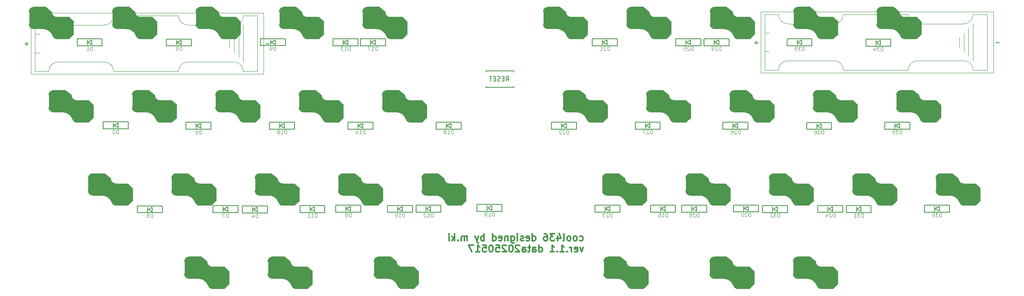
<source format=gbr>
%TF.GenerationSoftware,KiCad,Pcbnew,8.0.7*%
%TF.CreationDate,2025-05-18T22:23:59+09:00*%
%TF.ProjectId,cool436,636f6f6c-3433-4362-9e6b-696361645f70,rev?*%
%TF.SameCoordinates,Original*%
%TF.FileFunction,Legend,Bot*%
%TF.FilePolarity,Positive*%
%FSLAX46Y46*%
G04 Gerber Fmt 4.6, Leading zero omitted, Abs format (unit mm)*
G04 Created by KiCad (PCBNEW 8.0.7) date 2025-05-18 22:23:59*
%MOMM*%
%LPD*%
G01*
G04 APERTURE LIST*
%ADD10C,0.300000*%
%ADD11C,0.125000*%
%ADD12C,0.150000*%
%ADD13C,0.120000*%
G04 APERTURE END LIST*
D10*
X125242632Y-68144484D02*
X125385489Y-68215912D01*
X125385489Y-68215912D02*
X125671203Y-68215912D01*
X125671203Y-68215912D02*
X125814060Y-68144484D01*
X125814060Y-68144484D02*
X125885489Y-68073055D01*
X125885489Y-68073055D02*
X125956917Y-67930198D01*
X125956917Y-67930198D02*
X125956917Y-67501626D01*
X125956917Y-67501626D02*
X125885489Y-67358769D01*
X125885489Y-67358769D02*
X125814060Y-67287341D01*
X125814060Y-67287341D02*
X125671203Y-67215912D01*
X125671203Y-67215912D02*
X125385489Y-67215912D01*
X125385489Y-67215912D02*
X125242632Y-67287341D01*
X124385489Y-68215912D02*
X124528346Y-68144484D01*
X124528346Y-68144484D02*
X124599775Y-68073055D01*
X124599775Y-68073055D02*
X124671203Y-67930198D01*
X124671203Y-67930198D02*
X124671203Y-67501626D01*
X124671203Y-67501626D02*
X124599775Y-67358769D01*
X124599775Y-67358769D02*
X124528346Y-67287341D01*
X124528346Y-67287341D02*
X124385489Y-67215912D01*
X124385489Y-67215912D02*
X124171203Y-67215912D01*
X124171203Y-67215912D02*
X124028346Y-67287341D01*
X124028346Y-67287341D02*
X123956918Y-67358769D01*
X123956918Y-67358769D02*
X123885489Y-67501626D01*
X123885489Y-67501626D02*
X123885489Y-67930198D01*
X123885489Y-67930198D02*
X123956918Y-68073055D01*
X123956918Y-68073055D02*
X124028346Y-68144484D01*
X124028346Y-68144484D02*
X124171203Y-68215912D01*
X124171203Y-68215912D02*
X124385489Y-68215912D01*
X123028346Y-68215912D02*
X123171203Y-68144484D01*
X123171203Y-68144484D02*
X123242632Y-68073055D01*
X123242632Y-68073055D02*
X123314060Y-67930198D01*
X123314060Y-67930198D02*
X123314060Y-67501626D01*
X123314060Y-67501626D02*
X123242632Y-67358769D01*
X123242632Y-67358769D02*
X123171203Y-67287341D01*
X123171203Y-67287341D02*
X123028346Y-67215912D01*
X123028346Y-67215912D02*
X122814060Y-67215912D01*
X122814060Y-67215912D02*
X122671203Y-67287341D01*
X122671203Y-67287341D02*
X122599775Y-67358769D01*
X122599775Y-67358769D02*
X122528346Y-67501626D01*
X122528346Y-67501626D02*
X122528346Y-67930198D01*
X122528346Y-67930198D02*
X122599775Y-68073055D01*
X122599775Y-68073055D02*
X122671203Y-68144484D01*
X122671203Y-68144484D02*
X122814060Y-68215912D01*
X122814060Y-68215912D02*
X123028346Y-68215912D01*
X121671203Y-68215912D02*
X121814060Y-68144484D01*
X121814060Y-68144484D02*
X121885489Y-68001626D01*
X121885489Y-68001626D02*
X121885489Y-66715912D01*
X120456918Y-67215912D02*
X120456918Y-68215912D01*
X120814060Y-66644484D02*
X121171203Y-67715912D01*
X121171203Y-67715912D02*
X120242632Y-67715912D01*
X119814061Y-66715912D02*
X118885489Y-66715912D01*
X118885489Y-66715912D02*
X119385489Y-67287341D01*
X119385489Y-67287341D02*
X119171204Y-67287341D01*
X119171204Y-67287341D02*
X119028347Y-67358769D01*
X119028347Y-67358769D02*
X118956918Y-67430198D01*
X118956918Y-67430198D02*
X118885489Y-67573055D01*
X118885489Y-67573055D02*
X118885489Y-67930198D01*
X118885489Y-67930198D02*
X118956918Y-68073055D01*
X118956918Y-68073055D02*
X119028347Y-68144484D01*
X119028347Y-68144484D02*
X119171204Y-68215912D01*
X119171204Y-68215912D02*
X119599775Y-68215912D01*
X119599775Y-68215912D02*
X119742632Y-68144484D01*
X119742632Y-68144484D02*
X119814061Y-68073055D01*
X117599776Y-66715912D02*
X117885490Y-66715912D01*
X117885490Y-66715912D02*
X118028347Y-66787341D01*
X118028347Y-66787341D02*
X118099776Y-66858769D01*
X118099776Y-66858769D02*
X118242633Y-67073055D01*
X118242633Y-67073055D02*
X118314061Y-67358769D01*
X118314061Y-67358769D02*
X118314061Y-67930198D01*
X118314061Y-67930198D02*
X118242633Y-68073055D01*
X118242633Y-68073055D02*
X118171204Y-68144484D01*
X118171204Y-68144484D02*
X118028347Y-68215912D01*
X118028347Y-68215912D02*
X117742633Y-68215912D01*
X117742633Y-68215912D02*
X117599776Y-68144484D01*
X117599776Y-68144484D02*
X117528347Y-68073055D01*
X117528347Y-68073055D02*
X117456918Y-67930198D01*
X117456918Y-67930198D02*
X117456918Y-67573055D01*
X117456918Y-67573055D02*
X117528347Y-67430198D01*
X117528347Y-67430198D02*
X117599776Y-67358769D01*
X117599776Y-67358769D02*
X117742633Y-67287341D01*
X117742633Y-67287341D02*
X118028347Y-67287341D01*
X118028347Y-67287341D02*
X118171204Y-67358769D01*
X118171204Y-67358769D02*
X118242633Y-67430198D01*
X118242633Y-67430198D02*
X118314061Y-67573055D01*
X115028348Y-68215912D02*
X115028348Y-66715912D01*
X115028348Y-68144484D02*
X115171205Y-68215912D01*
X115171205Y-68215912D02*
X115456919Y-68215912D01*
X115456919Y-68215912D02*
X115599776Y-68144484D01*
X115599776Y-68144484D02*
X115671205Y-68073055D01*
X115671205Y-68073055D02*
X115742633Y-67930198D01*
X115742633Y-67930198D02*
X115742633Y-67501626D01*
X115742633Y-67501626D02*
X115671205Y-67358769D01*
X115671205Y-67358769D02*
X115599776Y-67287341D01*
X115599776Y-67287341D02*
X115456919Y-67215912D01*
X115456919Y-67215912D02*
X115171205Y-67215912D01*
X115171205Y-67215912D02*
X115028348Y-67287341D01*
X113742633Y-68144484D02*
X113885490Y-68215912D01*
X113885490Y-68215912D02*
X114171205Y-68215912D01*
X114171205Y-68215912D02*
X114314062Y-68144484D01*
X114314062Y-68144484D02*
X114385490Y-68001626D01*
X114385490Y-68001626D02*
X114385490Y-67430198D01*
X114385490Y-67430198D02*
X114314062Y-67287341D01*
X114314062Y-67287341D02*
X114171205Y-67215912D01*
X114171205Y-67215912D02*
X113885490Y-67215912D01*
X113885490Y-67215912D02*
X113742633Y-67287341D01*
X113742633Y-67287341D02*
X113671205Y-67430198D01*
X113671205Y-67430198D02*
X113671205Y-67573055D01*
X113671205Y-67573055D02*
X114385490Y-67715912D01*
X113099776Y-68144484D02*
X112956919Y-68215912D01*
X112956919Y-68215912D02*
X112671205Y-68215912D01*
X112671205Y-68215912D02*
X112528348Y-68144484D01*
X112528348Y-68144484D02*
X112456919Y-68001626D01*
X112456919Y-68001626D02*
X112456919Y-67930198D01*
X112456919Y-67930198D02*
X112528348Y-67787341D01*
X112528348Y-67787341D02*
X112671205Y-67715912D01*
X112671205Y-67715912D02*
X112885491Y-67715912D01*
X112885491Y-67715912D02*
X113028348Y-67644484D01*
X113028348Y-67644484D02*
X113099776Y-67501626D01*
X113099776Y-67501626D02*
X113099776Y-67430198D01*
X113099776Y-67430198D02*
X113028348Y-67287341D01*
X113028348Y-67287341D02*
X112885491Y-67215912D01*
X112885491Y-67215912D02*
X112671205Y-67215912D01*
X112671205Y-67215912D02*
X112528348Y-67287341D01*
X111814062Y-68215912D02*
X111814062Y-67215912D01*
X111814062Y-66715912D02*
X111885490Y-66787341D01*
X111885490Y-66787341D02*
X111814062Y-66858769D01*
X111814062Y-66858769D02*
X111742633Y-66787341D01*
X111742633Y-66787341D02*
X111814062Y-66715912D01*
X111814062Y-66715912D02*
X111814062Y-66858769D01*
X110456919Y-67215912D02*
X110456919Y-68430198D01*
X110456919Y-68430198D02*
X110528347Y-68573055D01*
X110528347Y-68573055D02*
X110599776Y-68644484D01*
X110599776Y-68644484D02*
X110742633Y-68715912D01*
X110742633Y-68715912D02*
X110956919Y-68715912D01*
X110956919Y-68715912D02*
X111099776Y-68644484D01*
X110456919Y-68144484D02*
X110599776Y-68215912D01*
X110599776Y-68215912D02*
X110885490Y-68215912D01*
X110885490Y-68215912D02*
X111028347Y-68144484D01*
X111028347Y-68144484D02*
X111099776Y-68073055D01*
X111099776Y-68073055D02*
X111171204Y-67930198D01*
X111171204Y-67930198D02*
X111171204Y-67501626D01*
X111171204Y-67501626D02*
X111099776Y-67358769D01*
X111099776Y-67358769D02*
X111028347Y-67287341D01*
X111028347Y-67287341D02*
X110885490Y-67215912D01*
X110885490Y-67215912D02*
X110599776Y-67215912D01*
X110599776Y-67215912D02*
X110456919Y-67287341D01*
X109742633Y-67215912D02*
X109742633Y-68215912D01*
X109742633Y-67358769D02*
X109671204Y-67287341D01*
X109671204Y-67287341D02*
X109528347Y-67215912D01*
X109528347Y-67215912D02*
X109314061Y-67215912D01*
X109314061Y-67215912D02*
X109171204Y-67287341D01*
X109171204Y-67287341D02*
X109099776Y-67430198D01*
X109099776Y-67430198D02*
X109099776Y-68215912D01*
X107814061Y-68144484D02*
X107956918Y-68215912D01*
X107956918Y-68215912D02*
X108242633Y-68215912D01*
X108242633Y-68215912D02*
X108385490Y-68144484D01*
X108385490Y-68144484D02*
X108456918Y-68001626D01*
X108456918Y-68001626D02*
X108456918Y-67430198D01*
X108456918Y-67430198D02*
X108385490Y-67287341D01*
X108385490Y-67287341D02*
X108242633Y-67215912D01*
X108242633Y-67215912D02*
X107956918Y-67215912D01*
X107956918Y-67215912D02*
X107814061Y-67287341D01*
X107814061Y-67287341D02*
X107742633Y-67430198D01*
X107742633Y-67430198D02*
X107742633Y-67573055D01*
X107742633Y-67573055D02*
X108456918Y-67715912D01*
X106456919Y-68215912D02*
X106456919Y-66715912D01*
X106456919Y-68144484D02*
X106599776Y-68215912D01*
X106599776Y-68215912D02*
X106885490Y-68215912D01*
X106885490Y-68215912D02*
X107028347Y-68144484D01*
X107028347Y-68144484D02*
X107099776Y-68073055D01*
X107099776Y-68073055D02*
X107171204Y-67930198D01*
X107171204Y-67930198D02*
X107171204Y-67501626D01*
X107171204Y-67501626D02*
X107099776Y-67358769D01*
X107099776Y-67358769D02*
X107028347Y-67287341D01*
X107028347Y-67287341D02*
X106885490Y-67215912D01*
X106885490Y-67215912D02*
X106599776Y-67215912D01*
X106599776Y-67215912D02*
X106456919Y-67287341D01*
X104599776Y-68215912D02*
X104599776Y-66715912D01*
X104599776Y-67287341D02*
X104456919Y-67215912D01*
X104456919Y-67215912D02*
X104171204Y-67215912D01*
X104171204Y-67215912D02*
X104028347Y-67287341D01*
X104028347Y-67287341D02*
X103956919Y-67358769D01*
X103956919Y-67358769D02*
X103885490Y-67501626D01*
X103885490Y-67501626D02*
X103885490Y-67930198D01*
X103885490Y-67930198D02*
X103956919Y-68073055D01*
X103956919Y-68073055D02*
X104028347Y-68144484D01*
X104028347Y-68144484D02*
X104171204Y-68215912D01*
X104171204Y-68215912D02*
X104456919Y-68215912D01*
X104456919Y-68215912D02*
X104599776Y-68144484D01*
X103385490Y-67215912D02*
X103028347Y-68215912D01*
X102671204Y-67215912D02*
X103028347Y-68215912D01*
X103028347Y-68215912D02*
X103171204Y-68573055D01*
X103171204Y-68573055D02*
X103242633Y-68644484D01*
X103242633Y-68644484D02*
X103385490Y-68715912D01*
X100956919Y-68215912D02*
X100956919Y-67215912D01*
X100956919Y-67358769D02*
X100885490Y-67287341D01*
X100885490Y-67287341D02*
X100742633Y-67215912D01*
X100742633Y-67215912D02*
X100528347Y-67215912D01*
X100528347Y-67215912D02*
X100385490Y-67287341D01*
X100385490Y-67287341D02*
X100314062Y-67430198D01*
X100314062Y-67430198D02*
X100314062Y-68215912D01*
X100314062Y-67430198D02*
X100242633Y-67287341D01*
X100242633Y-67287341D02*
X100099776Y-67215912D01*
X100099776Y-67215912D02*
X99885490Y-67215912D01*
X99885490Y-67215912D02*
X99742633Y-67287341D01*
X99742633Y-67287341D02*
X99671204Y-67430198D01*
X99671204Y-67430198D02*
X99671204Y-68215912D01*
X98956919Y-68073055D02*
X98885490Y-68144484D01*
X98885490Y-68144484D02*
X98956919Y-68215912D01*
X98956919Y-68215912D02*
X99028347Y-68144484D01*
X99028347Y-68144484D02*
X98956919Y-68073055D01*
X98956919Y-68073055D02*
X98956919Y-68215912D01*
X98242633Y-68215912D02*
X98242633Y-66715912D01*
X98099776Y-67644484D02*
X97671204Y-68215912D01*
X97671204Y-67215912D02*
X98242633Y-67787341D01*
X97028347Y-68215912D02*
X97028347Y-67215912D01*
X97028347Y-66715912D02*
X97099775Y-66787341D01*
X97099775Y-66787341D02*
X97028347Y-66858769D01*
X97028347Y-66858769D02*
X96956918Y-66787341D01*
X96956918Y-66787341D02*
X97028347Y-66715912D01*
X97028347Y-66715912D02*
X97028347Y-66858769D01*
X126028346Y-69630828D02*
X125671203Y-70630828D01*
X125671203Y-70630828D02*
X125314060Y-69630828D01*
X124171203Y-70559400D02*
X124314060Y-70630828D01*
X124314060Y-70630828D02*
X124599775Y-70630828D01*
X124599775Y-70630828D02*
X124742632Y-70559400D01*
X124742632Y-70559400D02*
X124814060Y-70416542D01*
X124814060Y-70416542D02*
X124814060Y-69845114D01*
X124814060Y-69845114D02*
X124742632Y-69702257D01*
X124742632Y-69702257D02*
X124599775Y-69630828D01*
X124599775Y-69630828D02*
X124314060Y-69630828D01*
X124314060Y-69630828D02*
X124171203Y-69702257D01*
X124171203Y-69702257D02*
X124099775Y-69845114D01*
X124099775Y-69845114D02*
X124099775Y-69987971D01*
X124099775Y-69987971D02*
X124814060Y-70130828D01*
X123456918Y-70630828D02*
X123456918Y-69630828D01*
X123456918Y-69916542D02*
X123385489Y-69773685D01*
X123385489Y-69773685D02*
X123314061Y-69702257D01*
X123314061Y-69702257D02*
X123171203Y-69630828D01*
X123171203Y-69630828D02*
X123028346Y-69630828D01*
X122528347Y-70487971D02*
X122456918Y-70559400D01*
X122456918Y-70559400D02*
X122528347Y-70630828D01*
X122528347Y-70630828D02*
X122599775Y-70559400D01*
X122599775Y-70559400D02*
X122528347Y-70487971D01*
X122528347Y-70487971D02*
X122528347Y-70630828D01*
X121028346Y-70630828D02*
X121885489Y-70630828D01*
X121456918Y-70630828D02*
X121456918Y-69130828D01*
X121456918Y-69130828D02*
X121599775Y-69345114D01*
X121599775Y-69345114D02*
X121742632Y-69487971D01*
X121742632Y-69487971D02*
X121885489Y-69559400D01*
X120385490Y-70487971D02*
X120314061Y-70559400D01*
X120314061Y-70559400D02*
X120385490Y-70630828D01*
X120385490Y-70630828D02*
X120456918Y-70559400D01*
X120456918Y-70559400D02*
X120385490Y-70487971D01*
X120385490Y-70487971D02*
X120385490Y-70630828D01*
X118885489Y-70630828D02*
X119742632Y-70630828D01*
X119314061Y-70630828D02*
X119314061Y-69130828D01*
X119314061Y-69130828D02*
X119456918Y-69345114D01*
X119456918Y-69345114D02*
X119599775Y-69487971D01*
X119599775Y-69487971D02*
X119742632Y-69559400D01*
X116456919Y-70630828D02*
X116456919Y-69130828D01*
X116456919Y-70559400D02*
X116599776Y-70630828D01*
X116599776Y-70630828D02*
X116885490Y-70630828D01*
X116885490Y-70630828D02*
X117028347Y-70559400D01*
X117028347Y-70559400D02*
X117099776Y-70487971D01*
X117099776Y-70487971D02*
X117171204Y-70345114D01*
X117171204Y-70345114D02*
X117171204Y-69916542D01*
X117171204Y-69916542D02*
X117099776Y-69773685D01*
X117099776Y-69773685D02*
X117028347Y-69702257D01*
X117028347Y-69702257D02*
X116885490Y-69630828D01*
X116885490Y-69630828D02*
X116599776Y-69630828D01*
X116599776Y-69630828D02*
X116456919Y-69702257D01*
X115099776Y-70630828D02*
X115099776Y-69845114D01*
X115099776Y-69845114D02*
X115171204Y-69702257D01*
X115171204Y-69702257D02*
X115314061Y-69630828D01*
X115314061Y-69630828D02*
X115599776Y-69630828D01*
X115599776Y-69630828D02*
X115742633Y-69702257D01*
X115099776Y-70559400D02*
X115242633Y-70630828D01*
X115242633Y-70630828D02*
X115599776Y-70630828D01*
X115599776Y-70630828D02*
X115742633Y-70559400D01*
X115742633Y-70559400D02*
X115814061Y-70416542D01*
X115814061Y-70416542D02*
X115814061Y-70273685D01*
X115814061Y-70273685D02*
X115742633Y-70130828D01*
X115742633Y-70130828D02*
X115599776Y-70059400D01*
X115599776Y-70059400D02*
X115242633Y-70059400D01*
X115242633Y-70059400D02*
X115099776Y-69987971D01*
X114599775Y-69630828D02*
X114028347Y-69630828D01*
X114385490Y-69130828D02*
X114385490Y-70416542D01*
X114385490Y-70416542D02*
X114314061Y-70559400D01*
X114314061Y-70559400D02*
X114171204Y-70630828D01*
X114171204Y-70630828D02*
X114028347Y-70630828D01*
X112885490Y-70630828D02*
X112885490Y-69845114D01*
X112885490Y-69845114D02*
X112956918Y-69702257D01*
X112956918Y-69702257D02*
X113099775Y-69630828D01*
X113099775Y-69630828D02*
X113385490Y-69630828D01*
X113385490Y-69630828D02*
X113528347Y-69702257D01*
X112885490Y-70559400D02*
X113028347Y-70630828D01*
X113028347Y-70630828D02*
X113385490Y-70630828D01*
X113385490Y-70630828D02*
X113528347Y-70559400D01*
X113528347Y-70559400D02*
X113599775Y-70416542D01*
X113599775Y-70416542D02*
X113599775Y-70273685D01*
X113599775Y-70273685D02*
X113528347Y-70130828D01*
X113528347Y-70130828D02*
X113385490Y-70059400D01*
X113385490Y-70059400D02*
X113028347Y-70059400D01*
X113028347Y-70059400D02*
X112885490Y-69987971D01*
X112242632Y-69273685D02*
X112171204Y-69202257D01*
X112171204Y-69202257D02*
X112028347Y-69130828D01*
X112028347Y-69130828D02*
X111671204Y-69130828D01*
X111671204Y-69130828D02*
X111528347Y-69202257D01*
X111528347Y-69202257D02*
X111456918Y-69273685D01*
X111456918Y-69273685D02*
X111385489Y-69416542D01*
X111385489Y-69416542D02*
X111385489Y-69559400D01*
X111385489Y-69559400D02*
X111456918Y-69773685D01*
X111456918Y-69773685D02*
X112314061Y-70630828D01*
X112314061Y-70630828D02*
X111385489Y-70630828D01*
X110456918Y-69130828D02*
X110314061Y-69130828D01*
X110314061Y-69130828D02*
X110171204Y-69202257D01*
X110171204Y-69202257D02*
X110099776Y-69273685D01*
X110099776Y-69273685D02*
X110028347Y-69416542D01*
X110028347Y-69416542D02*
X109956918Y-69702257D01*
X109956918Y-69702257D02*
X109956918Y-70059400D01*
X109956918Y-70059400D02*
X110028347Y-70345114D01*
X110028347Y-70345114D02*
X110099776Y-70487971D01*
X110099776Y-70487971D02*
X110171204Y-70559400D01*
X110171204Y-70559400D02*
X110314061Y-70630828D01*
X110314061Y-70630828D02*
X110456918Y-70630828D01*
X110456918Y-70630828D02*
X110599776Y-70559400D01*
X110599776Y-70559400D02*
X110671204Y-70487971D01*
X110671204Y-70487971D02*
X110742633Y-70345114D01*
X110742633Y-70345114D02*
X110814061Y-70059400D01*
X110814061Y-70059400D02*
X110814061Y-69702257D01*
X110814061Y-69702257D02*
X110742633Y-69416542D01*
X110742633Y-69416542D02*
X110671204Y-69273685D01*
X110671204Y-69273685D02*
X110599776Y-69202257D01*
X110599776Y-69202257D02*
X110456918Y-69130828D01*
X109385490Y-69273685D02*
X109314062Y-69202257D01*
X109314062Y-69202257D02*
X109171205Y-69130828D01*
X109171205Y-69130828D02*
X108814062Y-69130828D01*
X108814062Y-69130828D02*
X108671205Y-69202257D01*
X108671205Y-69202257D02*
X108599776Y-69273685D01*
X108599776Y-69273685D02*
X108528347Y-69416542D01*
X108528347Y-69416542D02*
X108528347Y-69559400D01*
X108528347Y-69559400D02*
X108599776Y-69773685D01*
X108599776Y-69773685D02*
X109456919Y-70630828D01*
X109456919Y-70630828D02*
X108528347Y-70630828D01*
X107171205Y-69130828D02*
X107885491Y-69130828D01*
X107885491Y-69130828D02*
X107956919Y-69845114D01*
X107956919Y-69845114D02*
X107885491Y-69773685D01*
X107885491Y-69773685D02*
X107742634Y-69702257D01*
X107742634Y-69702257D02*
X107385491Y-69702257D01*
X107385491Y-69702257D02*
X107242634Y-69773685D01*
X107242634Y-69773685D02*
X107171205Y-69845114D01*
X107171205Y-69845114D02*
X107099776Y-69987971D01*
X107099776Y-69987971D02*
X107099776Y-70345114D01*
X107099776Y-70345114D02*
X107171205Y-70487971D01*
X107171205Y-70487971D02*
X107242634Y-70559400D01*
X107242634Y-70559400D02*
X107385491Y-70630828D01*
X107385491Y-70630828D02*
X107742634Y-70630828D01*
X107742634Y-70630828D02*
X107885491Y-70559400D01*
X107885491Y-70559400D02*
X107956919Y-70487971D01*
X106171205Y-69130828D02*
X106028348Y-69130828D01*
X106028348Y-69130828D02*
X105885491Y-69202257D01*
X105885491Y-69202257D02*
X105814063Y-69273685D01*
X105814063Y-69273685D02*
X105742634Y-69416542D01*
X105742634Y-69416542D02*
X105671205Y-69702257D01*
X105671205Y-69702257D02*
X105671205Y-70059400D01*
X105671205Y-70059400D02*
X105742634Y-70345114D01*
X105742634Y-70345114D02*
X105814063Y-70487971D01*
X105814063Y-70487971D02*
X105885491Y-70559400D01*
X105885491Y-70559400D02*
X106028348Y-70630828D01*
X106028348Y-70630828D02*
X106171205Y-70630828D01*
X106171205Y-70630828D02*
X106314063Y-70559400D01*
X106314063Y-70559400D02*
X106385491Y-70487971D01*
X106385491Y-70487971D02*
X106456920Y-70345114D01*
X106456920Y-70345114D02*
X106528348Y-70059400D01*
X106528348Y-70059400D02*
X106528348Y-69702257D01*
X106528348Y-69702257D02*
X106456920Y-69416542D01*
X106456920Y-69416542D02*
X106385491Y-69273685D01*
X106385491Y-69273685D02*
X106314063Y-69202257D01*
X106314063Y-69202257D02*
X106171205Y-69130828D01*
X104314063Y-69130828D02*
X105028349Y-69130828D01*
X105028349Y-69130828D02*
X105099777Y-69845114D01*
X105099777Y-69845114D02*
X105028349Y-69773685D01*
X105028349Y-69773685D02*
X104885492Y-69702257D01*
X104885492Y-69702257D02*
X104528349Y-69702257D01*
X104528349Y-69702257D02*
X104385492Y-69773685D01*
X104385492Y-69773685D02*
X104314063Y-69845114D01*
X104314063Y-69845114D02*
X104242634Y-69987971D01*
X104242634Y-69987971D02*
X104242634Y-70345114D01*
X104242634Y-70345114D02*
X104314063Y-70487971D01*
X104314063Y-70487971D02*
X104385492Y-70559400D01*
X104385492Y-70559400D02*
X104528349Y-70630828D01*
X104528349Y-70630828D02*
X104885492Y-70630828D01*
X104885492Y-70630828D02*
X105028349Y-70559400D01*
X105028349Y-70559400D02*
X105099777Y-70487971D01*
X102814063Y-70630828D02*
X103671206Y-70630828D01*
X103242635Y-70630828D02*
X103242635Y-69130828D01*
X103242635Y-69130828D02*
X103385492Y-69345114D01*
X103385492Y-69345114D02*
X103528349Y-69487971D01*
X103528349Y-69487971D02*
X103671206Y-69559400D01*
X102314064Y-69130828D02*
X101314064Y-69130828D01*
X101314064Y-69130828D02*
X101956921Y-70630828D01*
D11*
X43540475Y-45123595D02*
X43540475Y-44323595D01*
X43540475Y-44323595D02*
X43349999Y-44323595D01*
X43349999Y-44323595D02*
X43235713Y-44361690D01*
X43235713Y-44361690D02*
X43159523Y-44437880D01*
X43159523Y-44437880D02*
X43121428Y-44514071D01*
X43121428Y-44514071D02*
X43083332Y-44666452D01*
X43083332Y-44666452D02*
X43083332Y-44780738D01*
X43083332Y-44780738D02*
X43121428Y-44933119D01*
X43121428Y-44933119D02*
X43159523Y-45009309D01*
X43159523Y-45009309D02*
X43235713Y-45085500D01*
X43235713Y-45085500D02*
X43349999Y-45123595D01*
X43349999Y-45123595D02*
X43540475Y-45123595D01*
X42397618Y-44323595D02*
X42549999Y-44323595D01*
X42549999Y-44323595D02*
X42626190Y-44361690D01*
X42626190Y-44361690D02*
X42664285Y-44399785D01*
X42664285Y-44399785D02*
X42740475Y-44514071D01*
X42740475Y-44514071D02*
X42778571Y-44666452D01*
X42778571Y-44666452D02*
X42778571Y-44971214D01*
X42778571Y-44971214D02*
X42740475Y-45047404D01*
X42740475Y-45047404D02*
X42702380Y-45085500D01*
X42702380Y-45085500D02*
X42626190Y-45123595D01*
X42626190Y-45123595D02*
X42473809Y-45123595D01*
X42473809Y-45123595D02*
X42397618Y-45085500D01*
X42397618Y-45085500D02*
X42359523Y-45047404D01*
X42359523Y-45047404D02*
X42321428Y-44971214D01*
X42321428Y-44971214D02*
X42321428Y-44780738D01*
X42321428Y-44780738D02*
X42359523Y-44704547D01*
X42359523Y-44704547D02*
X42397618Y-44666452D01*
X42397618Y-44666452D02*
X42473809Y-44628357D01*
X42473809Y-44628357D02*
X42626190Y-44628357D01*
X42626190Y-44628357D02*
X42702380Y-44666452D01*
X42702380Y-44666452D02*
X42740475Y-44704547D01*
X42740475Y-44704547D02*
X42778571Y-44780738D01*
X49370475Y-63153595D02*
X49370475Y-62353595D01*
X49370475Y-62353595D02*
X49179999Y-62353595D01*
X49179999Y-62353595D02*
X49065713Y-62391690D01*
X49065713Y-62391690D02*
X48989523Y-62467880D01*
X48989523Y-62467880D02*
X48951428Y-62544071D01*
X48951428Y-62544071D02*
X48913332Y-62696452D01*
X48913332Y-62696452D02*
X48913332Y-62810738D01*
X48913332Y-62810738D02*
X48951428Y-62963119D01*
X48951428Y-62963119D02*
X48989523Y-63039309D01*
X48989523Y-63039309D02*
X49065713Y-63115500D01*
X49065713Y-63115500D02*
X49179999Y-63153595D01*
X49179999Y-63153595D02*
X49370475Y-63153595D01*
X48646666Y-62353595D02*
X48113332Y-62353595D01*
X48113332Y-62353595D02*
X48456190Y-63153595D01*
X140891428Y-45103595D02*
X140891428Y-44303595D01*
X140891428Y-44303595D02*
X140700952Y-44303595D01*
X140700952Y-44303595D02*
X140586666Y-44341690D01*
X140586666Y-44341690D02*
X140510476Y-44417880D01*
X140510476Y-44417880D02*
X140472381Y-44494071D01*
X140472381Y-44494071D02*
X140434285Y-44646452D01*
X140434285Y-44646452D02*
X140434285Y-44760738D01*
X140434285Y-44760738D02*
X140472381Y-44913119D01*
X140472381Y-44913119D02*
X140510476Y-44989309D01*
X140510476Y-44989309D02*
X140586666Y-45065500D01*
X140586666Y-45065500D02*
X140700952Y-45103595D01*
X140700952Y-45103595D02*
X140891428Y-45103595D01*
X140129524Y-44379785D02*
X140091428Y-44341690D01*
X140091428Y-44341690D02*
X140015238Y-44303595D01*
X140015238Y-44303595D02*
X139824762Y-44303595D01*
X139824762Y-44303595D02*
X139748571Y-44341690D01*
X139748571Y-44341690D02*
X139710476Y-44379785D01*
X139710476Y-44379785D02*
X139672381Y-44455976D01*
X139672381Y-44455976D02*
X139672381Y-44532166D01*
X139672381Y-44532166D02*
X139710476Y-44646452D01*
X139710476Y-44646452D02*
X140167619Y-45103595D01*
X140167619Y-45103595D02*
X139672381Y-45103595D01*
X139405714Y-44303595D02*
X138872380Y-44303595D01*
X138872380Y-44303595D02*
X139215238Y-45103595D01*
X173671428Y-27093595D02*
X173671428Y-26293595D01*
X173671428Y-26293595D02*
X173480952Y-26293595D01*
X173480952Y-26293595D02*
X173366666Y-26331690D01*
X173366666Y-26331690D02*
X173290476Y-26407880D01*
X173290476Y-26407880D02*
X173252381Y-26484071D01*
X173252381Y-26484071D02*
X173214285Y-26636452D01*
X173214285Y-26636452D02*
X173214285Y-26750738D01*
X173214285Y-26750738D02*
X173252381Y-26903119D01*
X173252381Y-26903119D02*
X173290476Y-26979309D01*
X173290476Y-26979309D02*
X173366666Y-27055500D01*
X173366666Y-27055500D02*
X173480952Y-27093595D01*
X173480952Y-27093595D02*
X173671428Y-27093595D01*
X172947619Y-26293595D02*
X172452381Y-26293595D01*
X172452381Y-26293595D02*
X172719047Y-26598357D01*
X172719047Y-26598357D02*
X172604762Y-26598357D01*
X172604762Y-26598357D02*
X172528571Y-26636452D01*
X172528571Y-26636452D02*
X172490476Y-26674547D01*
X172490476Y-26674547D02*
X172452381Y-26750738D01*
X172452381Y-26750738D02*
X172452381Y-26941214D01*
X172452381Y-26941214D02*
X172490476Y-27017404D01*
X172490476Y-27017404D02*
X172528571Y-27055500D01*
X172528571Y-27055500D02*
X172604762Y-27093595D01*
X172604762Y-27093595D02*
X172833333Y-27093595D01*
X172833333Y-27093595D02*
X172909524Y-27055500D01*
X172909524Y-27055500D02*
X172947619Y-27017404D01*
X172185714Y-26293595D02*
X171690476Y-26293595D01*
X171690476Y-26293595D02*
X171957142Y-26598357D01*
X171957142Y-26598357D02*
X171842857Y-26598357D01*
X171842857Y-26598357D02*
X171766666Y-26636452D01*
X171766666Y-26636452D02*
X171728571Y-26674547D01*
X171728571Y-26674547D02*
X171690476Y-26750738D01*
X171690476Y-26750738D02*
X171690476Y-26941214D01*
X171690476Y-26941214D02*
X171728571Y-27017404D01*
X171728571Y-27017404D02*
X171766666Y-27055500D01*
X171766666Y-27055500D02*
X171842857Y-27093595D01*
X171842857Y-27093595D02*
X172071428Y-27093595D01*
X172071428Y-27093595D02*
X172147619Y-27055500D01*
X172147619Y-27055500D02*
X172185714Y-27017404D01*
X97911428Y-45073595D02*
X97911428Y-44273595D01*
X97911428Y-44273595D02*
X97720952Y-44273595D01*
X97720952Y-44273595D02*
X97606666Y-44311690D01*
X97606666Y-44311690D02*
X97530476Y-44387880D01*
X97530476Y-44387880D02*
X97492381Y-44464071D01*
X97492381Y-44464071D02*
X97454285Y-44616452D01*
X97454285Y-44616452D02*
X97454285Y-44730738D01*
X97454285Y-44730738D02*
X97492381Y-44883119D01*
X97492381Y-44883119D02*
X97530476Y-44959309D01*
X97530476Y-44959309D02*
X97606666Y-45035500D01*
X97606666Y-45035500D02*
X97720952Y-45073595D01*
X97720952Y-45073595D02*
X97911428Y-45073595D01*
X96692381Y-45073595D02*
X97149524Y-45073595D01*
X96920952Y-45073595D02*
X96920952Y-44273595D01*
X96920952Y-44273595D02*
X96997143Y-44387880D01*
X96997143Y-44387880D02*
X97073333Y-44464071D01*
X97073333Y-44464071D02*
X97149524Y-44502166D01*
X96235238Y-44616452D02*
X96311428Y-44578357D01*
X96311428Y-44578357D02*
X96349523Y-44540261D01*
X96349523Y-44540261D02*
X96387619Y-44464071D01*
X96387619Y-44464071D02*
X96387619Y-44425976D01*
X96387619Y-44425976D02*
X96349523Y-44349785D01*
X96349523Y-44349785D02*
X96311428Y-44311690D01*
X96311428Y-44311690D02*
X96235238Y-44273595D01*
X96235238Y-44273595D02*
X96082857Y-44273595D01*
X96082857Y-44273595D02*
X96006666Y-44311690D01*
X96006666Y-44311690D02*
X95968571Y-44349785D01*
X95968571Y-44349785D02*
X95930476Y-44425976D01*
X95930476Y-44425976D02*
X95930476Y-44464071D01*
X95930476Y-44464071D02*
X95968571Y-44540261D01*
X95968571Y-44540261D02*
X96006666Y-44578357D01*
X96006666Y-44578357D02*
X96082857Y-44616452D01*
X96082857Y-44616452D02*
X96235238Y-44616452D01*
X96235238Y-44616452D02*
X96311428Y-44654547D01*
X96311428Y-44654547D02*
X96349523Y-44692642D01*
X96349523Y-44692642D02*
X96387619Y-44768833D01*
X96387619Y-44768833D02*
X96387619Y-44921214D01*
X96387619Y-44921214D02*
X96349523Y-44997404D01*
X96349523Y-44997404D02*
X96311428Y-45035500D01*
X96311428Y-45035500D02*
X96235238Y-45073595D01*
X96235238Y-45073595D02*
X96082857Y-45073595D01*
X96082857Y-45073595D02*
X96006666Y-45035500D01*
X96006666Y-45035500D02*
X95968571Y-44997404D01*
X95968571Y-44997404D02*
X95930476Y-44921214D01*
X95930476Y-44921214D02*
X95930476Y-44768833D01*
X95930476Y-44768833D02*
X95968571Y-44692642D01*
X95968571Y-44692642D02*
X96006666Y-44654547D01*
X96006666Y-44654547D02*
X96082857Y-44616452D01*
X55730475Y-63233595D02*
X55730475Y-62433595D01*
X55730475Y-62433595D02*
X55539999Y-62433595D01*
X55539999Y-62433595D02*
X55425713Y-62471690D01*
X55425713Y-62471690D02*
X55349523Y-62547880D01*
X55349523Y-62547880D02*
X55311428Y-62624071D01*
X55311428Y-62624071D02*
X55273332Y-62776452D01*
X55273332Y-62776452D02*
X55273332Y-62890738D01*
X55273332Y-62890738D02*
X55311428Y-63043119D01*
X55311428Y-63043119D02*
X55349523Y-63119309D01*
X55349523Y-63119309D02*
X55425713Y-63195500D01*
X55425713Y-63195500D02*
X55539999Y-63233595D01*
X55539999Y-63233595D02*
X55730475Y-63233595D01*
X54587618Y-62700261D02*
X54587618Y-63233595D01*
X54778094Y-62395500D02*
X54968571Y-62966928D01*
X54968571Y-62966928D02*
X54473332Y-62966928D01*
X122826428Y-45113595D02*
X122826428Y-44313595D01*
X122826428Y-44313595D02*
X122635952Y-44313595D01*
X122635952Y-44313595D02*
X122521666Y-44351690D01*
X122521666Y-44351690D02*
X122445476Y-44427880D01*
X122445476Y-44427880D02*
X122407381Y-44504071D01*
X122407381Y-44504071D02*
X122369285Y-44656452D01*
X122369285Y-44656452D02*
X122369285Y-44770738D01*
X122369285Y-44770738D02*
X122407381Y-44923119D01*
X122407381Y-44923119D02*
X122445476Y-44999309D01*
X122445476Y-44999309D02*
X122521666Y-45075500D01*
X122521666Y-45075500D02*
X122635952Y-45113595D01*
X122635952Y-45113595D02*
X122826428Y-45113595D01*
X122064524Y-44389785D02*
X122026428Y-44351690D01*
X122026428Y-44351690D02*
X121950238Y-44313595D01*
X121950238Y-44313595D02*
X121759762Y-44313595D01*
X121759762Y-44313595D02*
X121683571Y-44351690D01*
X121683571Y-44351690D02*
X121645476Y-44389785D01*
X121645476Y-44389785D02*
X121607381Y-44465976D01*
X121607381Y-44465976D02*
X121607381Y-44542166D01*
X121607381Y-44542166D02*
X121645476Y-44656452D01*
X121645476Y-44656452D02*
X122102619Y-45113595D01*
X122102619Y-45113595D02*
X121607381Y-45113595D01*
X121302619Y-44389785D02*
X121264523Y-44351690D01*
X121264523Y-44351690D02*
X121188333Y-44313595D01*
X121188333Y-44313595D02*
X120997857Y-44313595D01*
X120997857Y-44313595D02*
X120921666Y-44351690D01*
X120921666Y-44351690D02*
X120883571Y-44389785D01*
X120883571Y-44389785D02*
X120845476Y-44465976D01*
X120845476Y-44465976D02*
X120845476Y-44542166D01*
X120845476Y-44542166D02*
X120883571Y-44656452D01*
X120883571Y-44656452D02*
X121340714Y-45113595D01*
X121340714Y-45113595D02*
X120845476Y-45113595D01*
X159831428Y-45083595D02*
X159831428Y-44283595D01*
X159831428Y-44283595D02*
X159640952Y-44283595D01*
X159640952Y-44283595D02*
X159526666Y-44321690D01*
X159526666Y-44321690D02*
X159450476Y-44397880D01*
X159450476Y-44397880D02*
X159412381Y-44474071D01*
X159412381Y-44474071D02*
X159374285Y-44626452D01*
X159374285Y-44626452D02*
X159374285Y-44740738D01*
X159374285Y-44740738D02*
X159412381Y-44893119D01*
X159412381Y-44893119D02*
X159450476Y-44969309D01*
X159450476Y-44969309D02*
X159526666Y-45045500D01*
X159526666Y-45045500D02*
X159640952Y-45083595D01*
X159640952Y-45083595D02*
X159831428Y-45083595D01*
X159069524Y-44359785D02*
X159031428Y-44321690D01*
X159031428Y-44321690D02*
X158955238Y-44283595D01*
X158955238Y-44283595D02*
X158764762Y-44283595D01*
X158764762Y-44283595D02*
X158688571Y-44321690D01*
X158688571Y-44321690D02*
X158650476Y-44359785D01*
X158650476Y-44359785D02*
X158612381Y-44435976D01*
X158612381Y-44435976D02*
X158612381Y-44512166D01*
X158612381Y-44512166D02*
X158650476Y-44626452D01*
X158650476Y-44626452D02*
X159107619Y-45083595D01*
X159107619Y-45083595D02*
X158612381Y-45083595D01*
X157926666Y-44283595D02*
X158079047Y-44283595D01*
X158079047Y-44283595D02*
X158155238Y-44321690D01*
X158155238Y-44321690D02*
X158193333Y-44359785D01*
X158193333Y-44359785D02*
X158269523Y-44474071D01*
X158269523Y-44474071D02*
X158307619Y-44626452D01*
X158307619Y-44626452D02*
X158307619Y-44931214D01*
X158307619Y-44931214D02*
X158269523Y-45007404D01*
X158269523Y-45007404D02*
X158231428Y-45045500D01*
X158231428Y-45045500D02*
X158155238Y-45083595D01*
X158155238Y-45083595D02*
X158002857Y-45083595D01*
X158002857Y-45083595D02*
X157926666Y-45045500D01*
X157926666Y-45045500D02*
X157888571Y-45007404D01*
X157888571Y-45007404D02*
X157850476Y-44931214D01*
X157850476Y-44931214D02*
X157850476Y-44740738D01*
X157850476Y-44740738D02*
X157888571Y-44664547D01*
X157888571Y-44664547D02*
X157926666Y-44626452D01*
X157926666Y-44626452D02*
X158002857Y-44588357D01*
X158002857Y-44588357D02*
X158155238Y-44588357D01*
X158155238Y-44588357D02*
X158231428Y-44626452D01*
X158231428Y-44626452D02*
X158269523Y-44664547D01*
X158269523Y-44664547D02*
X158307619Y-44740738D01*
X132211428Y-63073595D02*
X132211428Y-62273595D01*
X132211428Y-62273595D02*
X132020952Y-62273595D01*
X132020952Y-62273595D02*
X131906666Y-62311690D01*
X131906666Y-62311690D02*
X131830476Y-62387880D01*
X131830476Y-62387880D02*
X131792381Y-62464071D01*
X131792381Y-62464071D02*
X131754285Y-62616452D01*
X131754285Y-62616452D02*
X131754285Y-62730738D01*
X131754285Y-62730738D02*
X131792381Y-62883119D01*
X131792381Y-62883119D02*
X131830476Y-62959309D01*
X131830476Y-62959309D02*
X131906666Y-63035500D01*
X131906666Y-63035500D02*
X132020952Y-63073595D01*
X132020952Y-63073595D02*
X132211428Y-63073595D01*
X131449524Y-62349785D02*
X131411428Y-62311690D01*
X131411428Y-62311690D02*
X131335238Y-62273595D01*
X131335238Y-62273595D02*
X131144762Y-62273595D01*
X131144762Y-62273595D02*
X131068571Y-62311690D01*
X131068571Y-62311690D02*
X131030476Y-62349785D01*
X131030476Y-62349785D02*
X130992381Y-62425976D01*
X130992381Y-62425976D02*
X130992381Y-62502166D01*
X130992381Y-62502166D02*
X131030476Y-62616452D01*
X131030476Y-62616452D02*
X131487619Y-63073595D01*
X131487619Y-63073595D02*
X130992381Y-63073595D01*
X130725714Y-62273595D02*
X130230476Y-62273595D01*
X130230476Y-62273595D02*
X130497142Y-62578357D01*
X130497142Y-62578357D02*
X130382857Y-62578357D01*
X130382857Y-62578357D02*
X130306666Y-62616452D01*
X130306666Y-62616452D02*
X130268571Y-62654547D01*
X130268571Y-62654547D02*
X130230476Y-62730738D01*
X130230476Y-62730738D02*
X130230476Y-62921214D01*
X130230476Y-62921214D02*
X130268571Y-62997404D01*
X130268571Y-62997404D02*
X130306666Y-63035500D01*
X130306666Y-63035500D02*
X130382857Y-63073595D01*
X130382857Y-63073595D02*
X130611428Y-63073595D01*
X130611428Y-63073595D02*
X130687619Y-63035500D01*
X130687619Y-63035500D02*
X130725714Y-62997404D01*
X168401428Y-63103595D02*
X168401428Y-62303595D01*
X168401428Y-62303595D02*
X168210952Y-62303595D01*
X168210952Y-62303595D02*
X168096666Y-62341690D01*
X168096666Y-62341690D02*
X168020476Y-62417880D01*
X168020476Y-62417880D02*
X167982381Y-62494071D01*
X167982381Y-62494071D02*
X167944285Y-62646452D01*
X167944285Y-62646452D02*
X167944285Y-62760738D01*
X167944285Y-62760738D02*
X167982381Y-62913119D01*
X167982381Y-62913119D02*
X168020476Y-62989309D01*
X168020476Y-62989309D02*
X168096666Y-63065500D01*
X168096666Y-63065500D02*
X168210952Y-63103595D01*
X168210952Y-63103595D02*
X168401428Y-63103595D01*
X167677619Y-62303595D02*
X167182381Y-62303595D01*
X167182381Y-62303595D02*
X167449047Y-62608357D01*
X167449047Y-62608357D02*
X167334762Y-62608357D01*
X167334762Y-62608357D02*
X167258571Y-62646452D01*
X167258571Y-62646452D02*
X167220476Y-62684547D01*
X167220476Y-62684547D02*
X167182381Y-62760738D01*
X167182381Y-62760738D02*
X167182381Y-62951214D01*
X167182381Y-62951214D02*
X167220476Y-63027404D01*
X167220476Y-63027404D02*
X167258571Y-63065500D01*
X167258571Y-63065500D02*
X167334762Y-63103595D01*
X167334762Y-63103595D02*
X167563333Y-63103595D01*
X167563333Y-63103595D02*
X167639524Y-63065500D01*
X167639524Y-63065500D02*
X167677619Y-63027404D01*
X166877619Y-62379785D02*
X166839523Y-62341690D01*
X166839523Y-62341690D02*
X166763333Y-62303595D01*
X166763333Y-62303595D02*
X166572857Y-62303595D01*
X166572857Y-62303595D02*
X166496666Y-62341690D01*
X166496666Y-62341690D02*
X166458571Y-62379785D01*
X166458571Y-62379785D02*
X166420476Y-62455976D01*
X166420476Y-62455976D02*
X166420476Y-62532166D01*
X166420476Y-62532166D02*
X166458571Y-62646452D01*
X166458571Y-62646452D02*
X166915714Y-63103595D01*
X166915714Y-63103595D02*
X166420476Y-63103595D01*
D12*
X162979048Y-25363866D02*
X163740953Y-25363866D01*
X163360000Y-25744819D02*
X163360000Y-24982914D01*
X215049048Y-25363866D02*
X215810953Y-25363866D01*
D11*
X194771428Y-45083595D02*
X194771428Y-44283595D01*
X194771428Y-44283595D02*
X194580952Y-44283595D01*
X194580952Y-44283595D02*
X194466666Y-44321690D01*
X194466666Y-44321690D02*
X194390476Y-44397880D01*
X194390476Y-44397880D02*
X194352381Y-44474071D01*
X194352381Y-44474071D02*
X194314285Y-44626452D01*
X194314285Y-44626452D02*
X194314285Y-44740738D01*
X194314285Y-44740738D02*
X194352381Y-44893119D01*
X194352381Y-44893119D02*
X194390476Y-44969309D01*
X194390476Y-44969309D02*
X194466666Y-45045500D01*
X194466666Y-45045500D02*
X194580952Y-45083595D01*
X194580952Y-45083595D02*
X194771428Y-45083595D01*
X194047619Y-44283595D02*
X193552381Y-44283595D01*
X193552381Y-44283595D02*
X193819047Y-44588357D01*
X193819047Y-44588357D02*
X193704762Y-44588357D01*
X193704762Y-44588357D02*
X193628571Y-44626452D01*
X193628571Y-44626452D02*
X193590476Y-44664547D01*
X193590476Y-44664547D02*
X193552381Y-44740738D01*
X193552381Y-44740738D02*
X193552381Y-44931214D01*
X193552381Y-44931214D02*
X193590476Y-45007404D01*
X193590476Y-45007404D02*
X193628571Y-45045500D01*
X193628571Y-45045500D02*
X193704762Y-45083595D01*
X193704762Y-45083595D02*
X193933333Y-45083595D01*
X193933333Y-45083595D02*
X194009524Y-45045500D01*
X194009524Y-45045500D02*
X194047619Y-45007404D01*
X192828571Y-44283595D02*
X193209523Y-44283595D01*
X193209523Y-44283595D02*
X193247619Y-44664547D01*
X193247619Y-44664547D02*
X193209523Y-44626452D01*
X193209523Y-44626452D02*
X193133333Y-44588357D01*
X193133333Y-44588357D02*
X192942857Y-44588357D01*
X192942857Y-44588357D02*
X192866666Y-44626452D01*
X192866666Y-44626452D02*
X192828571Y-44664547D01*
X192828571Y-44664547D02*
X192790476Y-44740738D01*
X192790476Y-44740738D02*
X192790476Y-44931214D01*
X192790476Y-44931214D02*
X192828571Y-45007404D01*
X192828571Y-45007404D02*
X192866666Y-45045500D01*
X192866666Y-45045500D02*
X192942857Y-45083595D01*
X192942857Y-45083595D02*
X193133333Y-45083595D01*
X193133333Y-45083595D02*
X193209523Y-45045500D01*
X193209523Y-45045500D02*
X193247619Y-45007404D01*
X106766428Y-62903595D02*
X106766428Y-62103595D01*
X106766428Y-62103595D02*
X106575952Y-62103595D01*
X106575952Y-62103595D02*
X106461666Y-62141690D01*
X106461666Y-62141690D02*
X106385476Y-62217880D01*
X106385476Y-62217880D02*
X106347381Y-62294071D01*
X106347381Y-62294071D02*
X106309285Y-62446452D01*
X106309285Y-62446452D02*
X106309285Y-62560738D01*
X106309285Y-62560738D02*
X106347381Y-62713119D01*
X106347381Y-62713119D02*
X106385476Y-62789309D01*
X106385476Y-62789309D02*
X106461666Y-62865500D01*
X106461666Y-62865500D02*
X106575952Y-62903595D01*
X106575952Y-62903595D02*
X106766428Y-62903595D01*
X105547381Y-62903595D02*
X106004524Y-62903595D01*
X105775952Y-62903595D02*
X105775952Y-62103595D01*
X105775952Y-62103595D02*
X105852143Y-62217880D01*
X105852143Y-62217880D02*
X105928333Y-62294071D01*
X105928333Y-62294071D02*
X106004524Y-62332166D01*
X105166428Y-62903595D02*
X105014047Y-62903595D01*
X105014047Y-62903595D02*
X104937857Y-62865500D01*
X104937857Y-62865500D02*
X104899761Y-62827404D01*
X104899761Y-62827404D02*
X104823571Y-62713119D01*
X104823571Y-62713119D02*
X104785476Y-62560738D01*
X104785476Y-62560738D02*
X104785476Y-62255976D01*
X104785476Y-62255976D02*
X104823571Y-62179785D01*
X104823571Y-62179785D02*
X104861666Y-62141690D01*
X104861666Y-62141690D02*
X104937857Y-62103595D01*
X104937857Y-62103595D02*
X105090238Y-62103595D01*
X105090238Y-62103595D02*
X105166428Y-62141690D01*
X105166428Y-62141690D02*
X105204523Y-62179785D01*
X105204523Y-62179785D02*
X105242619Y-62255976D01*
X105242619Y-62255976D02*
X105242619Y-62446452D01*
X105242619Y-62446452D02*
X105204523Y-62522642D01*
X105204523Y-62522642D02*
X105166428Y-62560738D01*
X105166428Y-62560738D02*
X105090238Y-62598833D01*
X105090238Y-62598833D02*
X104937857Y-62598833D01*
X104937857Y-62598833D02*
X104861666Y-62560738D01*
X104861666Y-62560738D02*
X104823571Y-62522642D01*
X104823571Y-62522642D02*
X104785476Y-62446452D01*
X20040475Y-27093595D02*
X20040475Y-26293595D01*
X20040475Y-26293595D02*
X19849999Y-26293595D01*
X19849999Y-26293595D02*
X19735713Y-26331690D01*
X19735713Y-26331690D02*
X19659523Y-26407880D01*
X19659523Y-26407880D02*
X19621428Y-26484071D01*
X19621428Y-26484071D02*
X19583332Y-26636452D01*
X19583332Y-26636452D02*
X19583332Y-26750738D01*
X19583332Y-26750738D02*
X19621428Y-26903119D01*
X19621428Y-26903119D02*
X19659523Y-26979309D01*
X19659523Y-26979309D02*
X19735713Y-27055500D01*
X19735713Y-27055500D02*
X19849999Y-27093595D01*
X19849999Y-27093595D02*
X20040475Y-27093595D01*
X18821428Y-27093595D02*
X19278571Y-27093595D01*
X19049999Y-27093595D02*
X19049999Y-26293595D01*
X19049999Y-26293595D02*
X19126190Y-26407880D01*
X19126190Y-26407880D02*
X19202380Y-26484071D01*
X19202380Y-26484071D02*
X19278571Y-26522166D01*
X39310475Y-27103595D02*
X39310475Y-26303595D01*
X39310475Y-26303595D02*
X39119999Y-26303595D01*
X39119999Y-26303595D02*
X39005713Y-26341690D01*
X39005713Y-26341690D02*
X38929523Y-26417880D01*
X38929523Y-26417880D02*
X38891428Y-26494071D01*
X38891428Y-26494071D02*
X38853332Y-26646452D01*
X38853332Y-26646452D02*
X38853332Y-26760738D01*
X38853332Y-26760738D02*
X38891428Y-26913119D01*
X38891428Y-26913119D02*
X38929523Y-26989309D01*
X38929523Y-26989309D02*
X39005713Y-27065500D01*
X39005713Y-27065500D02*
X39119999Y-27103595D01*
X39119999Y-27103595D02*
X39310475Y-27103595D01*
X38129523Y-26303595D02*
X38510475Y-26303595D01*
X38510475Y-26303595D02*
X38548571Y-26684547D01*
X38548571Y-26684547D02*
X38510475Y-26646452D01*
X38510475Y-26646452D02*
X38434285Y-26608357D01*
X38434285Y-26608357D02*
X38243809Y-26608357D01*
X38243809Y-26608357D02*
X38167618Y-26646452D01*
X38167618Y-26646452D02*
X38129523Y-26684547D01*
X38129523Y-26684547D02*
X38091428Y-26760738D01*
X38091428Y-26760738D02*
X38091428Y-26951214D01*
X38091428Y-26951214D02*
X38129523Y-27027404D01*
X38129523Y-27027404D02*
X38167618Y-27065500D01*
X38167618Y-27065500D02*
X38243809Y-27103595D01*
X38243809Y-27103595D02*
X38434285Y-27103595D01*
X38434285Y-27103595D02*
X38510475Y-27065500D01*
X38510475Y-27065500D02*
X38548571Y-27027404D01*
X61961428Y-45073595D02*
X61961428Y-44273595D01*
X61961428Y-44273595D02*
X61770952Y-44273595D01*
X61770952Y-44273595D02*
X61656666Y-44311690D01*
X61656666Y-44311690D02*
X61580476Y-44387880D01*
X61580476Y-44387880D02*
X61542381Y-44464071D01*
X61542381Y-44464071D02*
X61504285Y-44616452D01*
X61504285Y-44616452D02*
X61504285Y-44730738D01*
X61504285Y-44730738D02*
X61542381Y-44883119D01*
X61542381Y-44883119D02*
X61580476Y-44959309D01*
X61580476Y-44959309D02*
X61656666Y-45035500D01*
X61656666Y-45035500D02*
X61770952Y-45073595D01*
X61770952Y-45073595D02*
X61961428Y-45073595D01*
X60742381Y-45073595D02*
X61199524Y-45073595D01*
X60970952Y-45073595D02*
X60970952Y-44273595D01*
X60970952Y-44273595D02*
X61047143Y-44387880D01*
X61047143Y-44387880D02*
X61123333Y-44464071D01*
X61123333Y-44464071D02*
X61199524Y-44502166D01*
X60247142Y-44273595D02*
X60170952Y-44273595D01*
X60170952Y-44273595D02*
X60094761Y-44311690D01*
X60094761Y-44311690D02*
X60056666Y-44349785D01*
X60056666Y-44349785D02*
X60018571Y-44425976D01*
X60018571Y-44425976D02*
X59980476Y-44578357D01*
X59980476Y-44578357D02*
X59980476Y-44768833D01*
X59980476Y-44768833D02*
X60018571Y-44921214D01*
X60018571Y-44921214D02*
X60056666Y-44997404D01*
X60056666Y-44997404D02*
X60094761Y-45035500D01*
X60094761Y-45035500D02*
X60170952Y-45073595D01*
X60170952Y-45073595D02*
X60247142Y-45073595D01*
X60247142Y-45073595D02*
X60323333Y-45035500D01*
X60323333Y-45035500D02*
X60361428Y-44997404D01*
X60361428Y-44997404D02*
X60399523Y-44921214D01*
X60399523Y-44921214D02*
X60437619Y-44768833D01*
X60437619Y-44768833D02*
X60437619Y-44578357D01*
X60437619Y-44578357D02*
X60399523Y-44425976D01*
X60399523Y-44425976D02*
X60361428Y-44349785D01*
X60361428Y-44349785D02*
X60323333Y-44311690D01*
X60323333Y-44311690D02*
X60247142Y-44273595D01*
X78881428Y-45093595D02*
X78881428Y-44293595D01*
X78881428Y-44293595D02*
X78690952Y-44293595D01*
X78690952Y-44293595D02*
X78576666Y-44331690D01*
X78576666Y-44331690D02*
X78500476Y-44407880D01*
X78500476Y-44407880D02*
X78462381Y-44484071D01*
X78462381Y-44484071D02*
X78424285Y-44636452D01*
X78424285Y-44636452D02*
X78424285Y-44750738D01*
X78424285Y-44750738D02*
X78462381Y-44903119D01*
X78462381Y-44903119D02*
X78500476Y-44979309D01*
X78500476Y-44979309D02*
X78576666Y-45055500D01*
X78576666Y-45055500D02*
X78690952Y-45093595D01*
X78690952Y-45093595D02*
X78881428Y-45093595D01*
X77662381Y-45093595D02*
X78119524Y-45093595D01*
X77890952Y-45093595D02*
X77890952Y-44293595D01*
X77890952Y-44293595D02*
X77967143Y-44407880D01*
X77967143Y-44407880D02*
X78043333Y-44484071D01*
X78043333Y-44484071D02*
X78119524Y-44522166D01*
X76976666Y-44560261D02*
X76976666Y-45093595D01*
X77167142Y-44255500D02*
X77357619Y-44826928D01*
X77357619Y-44826928D02*
X76862380Y-44826928D01*
X186451428Y-63123595D02*
X186451428Y-62323595D01*
X186451428Y-62323595D02*
X186260952Y-62323595D01*
X186260952Y-62323595D02*
X186146666Y-62361690D01*
X186146666Y-62361690D02*
X186070476Y-62437880D01*
X186070476Y-62437880D02*
X186032381Y-62514071D01*
X186032381Y-62514071D02*
X185994285Y-62666452D01*
X185994285Y-62666452D02*
X185994285Y-62780738D01*
X185994285Y-62780738D02*
X186032381Y-62933119D01*
X186032381Y-62933119D02*
X186070476Y-63009309D01*
X186070476Y-63009309D02*
X186146666Y-63085500D01*
X186146666Y-63085500D02*
X186260952Y-63123595D01*
X186260952Y-63123595D02*
X186451428Y-63123595D01*
X185727619Y-62323595D02*
X185232381Y-62323595D01*
X185232381Y-62323595D02*
X185499047Y-62628357D01*
X185499047Y-62628357D02*
X185384762Y-62628357D01*
X185384762Y-62628357D02*
X185308571Y-62666452D01*
X185308571Y-62666452D02*
X185270476Y-62704547D01*
X185270476Y-62704547D02*
X185232381Y-62780738D01*
X185232381Y-62780738D02*
X185232381Y-62971214D01*
X185232381Y-62971214D02*
X185270476Y-63047404D01*
X185270476Y-63047404D02*
X185308571Y-63085500D01*
X185308571Y-63085500D02*
X185384762Y-63123595D01*
X185384762Y-63123595D02*
X185613333Y-63123595D01*
X185613333Y-63123595D02*
X185689524Y-63085500D01*
X185689524Y-63085500D02*
X185727619Y-63047404D01*
X184470476Y-63123595D02*
X184927619Y-63123595D01*
X184699047Y-63123595D02*
X184699047Y-62323595D01*
X184699047Y-62323595D02*
X184775238Y-62437880D01*
X184775238Y-62437880D02*
X184851428Y-62514071D01*
X184851428Y-62514071D02*
X184927619Y-62552166D01*
X87401428Y-63093595D02*
X87401428Y-62293595D01*
X87401428Y-62293595D02*
X87210952Y-62293595D01*
X87210952Y-62293595D02*
X87096666Y-62331690D01*
X87096666Y-62331690D02*
X87020476Y-62407880D01*
X87020476Y-62407880D02*
X86982381Y-62484071D01*
X86982381Y-62484071D02*
X86944285Y-62636452D01*
X86944285Y-62636452D02*
X86944285Y-62750738D01*
X86944285Y-62750738D02*
X86982381Y-62903119D01*
X86982381Y-62903119D02*
X87020476Y-62979309D01*
X87020476Y-62979309D02*
X87096666Y-63055500D01*
X87096666Y-63055500D02*
X87210952Y-63093595D01*
X87210952Y-63093595D02*
X87401428Y-63093595D01*
X86182381Y-63093595D02*
X86639524Y-63093595D01*
X86410952Y-63093595D02*
X86410952Y-62293595D01*
X86410952Y-62293595D02*
X86487143Y-62407880D01*
X86487143Y-62407880D02*
X86563333Y-62484071D01*
X86563333Y-62484071D02*
X86639524Y-62522166D01*
X85458571Y-62293595D02*
X85839523Y-62293595D01*
X85839523Y-62293595D02*
X85877619Y-62674547D01*
X85877619Y-62674547D02*
X85839523Y-62636452D01*
X85839523Y-62636452D02*
X85763333Y-62598357D01*
X85763333Y-62598357D02*
X85572857Y-62598357D01*
X85572857Y-62598357D02*
X85496666Y-62636452D01*
X85496666Y-62636452D02*
X85458571Y-62674547D01*
X85458571Y-62674547D02*
X85420476Y-62750738D01*
X85420476Y-62750738D02*
X85420476Y-62941214D01*
X85420476Y-62941214D02*
X85458571Y-63017404D01*
X85458571Y-63017404D02*
X85496666Y-63055500D01*
X85496666Y-63055500D02*
X85572857Y-63093595D01*
X85572857Y-63093595D02*
X85763333Y-63093595D01*
X85763333Y-63093595D02*
X85839523Y-63055500D01*
X85839523Y-63055500D02*
X85877619Y-63017404D01*
X33060475Y-63183595D02*
X33060475Y-62383595D01*
X33060475Y-62383595D02*
X32869999Y-62383595D01*
X32869999Y-62383595D02*
X32755713Y-62421690D01*
X32755713Y-62421690D02*
X32679523Y-62497880D01*
X32679523Y-62497880D02*
X32641428Y-62574071D01*
X32641428Y-62574071D02*
X32603332Y-62726452D01*
X32603332Y-62726452D02*
X32603332Y-62840738D01*
X32603332Y-62840738D02*
X32641428Y-62993119D01*
X32641428Y-62993119D02*
X32679523Y-63069309D01*
X32679523Y-63069309D02*
X32755713Y-63145500D01*
X32755713Y-63145500D02*
X32869999Y-63183595D01*
X32869999Y-63183595D02*
X33060475Y-63183595D01*
X32336666Y-62383595D02*
X31841428Y-62383595D01*
X31841428Y-62383595D02*
X32108094Y-62688357D01*
X32108094Y-62688357D02*
X31993809Y-62688357D01*
X31993809Y-62688357D02*
X31917618Y-62726452D01*
X31917618Y-62726452D02*
X31879523Y-62764547D01*
X31879523Y-62764547D02*
X31841428Y-62840738D01*
X31841428Y-62840738D02*
X31841428Y-63031214D01*
X31841428Y-63031214D02*
X31879523Y-63107404D01*
X31879523Y-63107404D02*
X31917618Y-63145500D01*
X31917618Y-63145500D02*
X31993809Y-63183595D01*
X31993809Y-63183595D02*
X32222380Y-63183595D01*
X32222380Y-63183595D02*
X32298571Y-63145500D01*
X32298571Y-63145500D02*
X32336666Y-63107404D01*
X93561428Y-63063595D02*
X93561428Y-62263595D01*
X93561428Y-62263595D02*
X93370952Y-62263595D01*
X93370952Y-62263595D02*
X93256666Y-62301690D01*
X93256666Y-62301690D02*
X93180476Y-62377880D01*
X93180476Y-62377880D02*
X93142381Y-62454071D01*
X93142381Y-62454071D02*
X93104285Y-62606452D01*
X93104285Y-62606452D02*
X93104285Y-62720738D01*
X93104285Y-62720738D02*
X93142381Y-62873119D01*
X93142381Y-62873119D02*
X93180476Y-62949309D01*
X93180476Y-62949309D02*
X93256666Y-63025500D01*
X93256666Y-63025500D02*
X93370952Y-63063595D01*
X93370952Y-63063595D02*
X93561428Y-63063595D01*
X92342381Y-63063595D02*
X92799524Y-63063595D01*
X92570952Y-63063595D02*
X92570952Y-62263595D01*
X92570952Y-62263595D02*
X92647143Y-62377880D01*
X92647143Y-62377880D02*
X92723333Y-62454071D01*
X92723333Y-62454071D02*
X92799524Y-62492166D01*
X92037619Y-62339785D02*
X91999523Y-62301690D01*
X91999523Y-62301690D02*
X91923333Y-62263595D01*
X91923333Y-62263595D02*
X91732857Y-62263595D01*
X91732857Y-62263595D02*
X91656666Y-62301690D01*
X91656666Y-62301690D02*
X91618571Y-62339785D01*
X91618571Y-62339785D02*
X91580476Y-62415976D01*
X91580476Y-62415976D02*
X91580476Y-62492166D01*
X91580476Y-62492166D02*
X91618571Y-62606452D01*
X91618571Y-62606452D02*
X92075714Y-63063595D01*
X92075714Y-63063595D02*
X91580476Y-63063595D01*
D12*
X57509048Y-25633866D02*
X58270953Y-25633866D01*
X5439048Y-25633866D02*
X6200953Y-25633866D01*
X5820000Y-26014819D02*
X5820000Y-25252914D01*
D11*
X75870475Y-63043595D02*
X75870475Y-62243595D01*
X75870475Y-62243595D02*
X75679999Y-62243595D01*
X75679999Y-62243595D02*
X75565713Y-62281690D01*
X75565713Y-62281690D02*
X75489523Y-62357880D01*
X75489523Y-62357880D02*
X75451428Y-62434071D01*
X75451428Y-62434071D02*
X75413332Y-62586452D01*
X75413332Y-62586452D02*
X75413332Y-62700738D01*
X75413332Y-62700738D02*
X75451428Y-62853119D01*
X75451428Y-62853119D02*
X75489523Y-62929309D01*
X75489523Y-62929309D02*
X75565713Y-63005500D01*
X75565713Y-63005500D02*
X75679999Y-63043595D01*
X75679999Y-63043595D02*
X75870475Y-63043595D01*
X74956190Y-62586452D02*
X75032380Y-62548357D01*
X75032380Y-62548357D02*
X75070475Y-62510261D01*
X75070475Y-62510261D02*
X75108571Y-62434071D01*
X75108571Y-62434071D02*
X75108571Y-62395976D01*
X75108571Y-62395976D02*
X75070475Y-62319785D01*
X75070475Y-62319785D02*
X75032380Y-62281690D01*
X75032380Y-62281690D02*
X74956190Y-62243595D01*
X74956190Y-62243595D02*
X74803809Y-62243595D01*
X74803809Y-62243595D02*
X74727618Y-62281690D01*
X74727618Y-62281690D02*
X74689523Y-62319785D01*
X74689523Y-62319785D02*
X74651428Y-62395976D01*
X74651428Y-62395976D02*
X74651428Y-62434071D01*
X74651428Y-62434071D02*
X74689523Y-62510261D01*
X74689523Y-62510261D02*
X74727618Y-62548357D01*
X74727618Y-62548357D02*
X74803809Y-62586452D01*
X74803809Y-62586452D02*
X74956190Y-62586452D01*
X74956190Y-62586452D02*
X75032380Y-62624547D01*
X75032380Y-62624547D02*
X75070475Y-62662642D01*
X75070475Y-62662642D02*
X75108571Y-62738833D01*
X75108571Y-62738833D02*
X75108571Y-62891214D01*
X75108571Y-62891214D02*
X75070475Y-62967404D01*
X75070475Y-62967404D02*
X75032380Y-63005500D01*
X75032380Y-63005500D02*
X74956190Y-63043595D01*
X74956190Y-63043595D02*
X74803809Y-63043595D01*
X74803809Y-63043595D02*
X74727618Y-63005500D01*
X74727618Y-63005500D02*
X74689523Y-62967404D01*
X74689523Y-62967404D02*
X74651428Y-62891214D01*
X74651428Y-62891214D02*
X74651428Y-62738833D01*
X74651428Y-62738833D02*
X74689523Y-62662642D01*
X74689523Y-62662642D02*
X74727618Y-62624547D01*
X74727618Y-62624547D02*
X74803809Y-62586452D01*
X149681428Y-27073595D02*
X149681428Y-26273595D01*
X149681428Y-26273595D02*
X149490952Y-26273595D01*
X149490952Y-26273595D02*
X149376666Y-26311690D01*
X149376666Y-26311690D02*
X149300476Y-26387880D01*
X149300476Y-26387880D02*
X149262381Y-26464071D01*
X149262381Y-26464071D02*
X149224285Y-26616452D01*
X149224285Y-26616452D02*
X149224285Y-26730738D01*
X149224285Y-26730738D02*
X149262381Y-26883119D01*
X149262381Y-26883119D02*
X149300476Y-26959309D01*
X149300476Y-26959309D02*
X149376666Y-27035500D01*
X149376666Y-27035500D02*
X149490952Y-27073595D01*
X149490952Y-27073595D02*
X149681428Y-27073595D01*
X148919524Y-26349785D02*
X148881428Y-26311690D01*
X148881428Y-26311690D02*
X148805238Y-26273595D01*
X148805238Y-26273595D02*
X148614762Y-26273595D01*
X148614762Y-26273595D02*
X148538571Y-26311690D01*
X148538571Y-26311690D02*
X148500476Y-26349785D01*
X148500476Y-26349785D02*
X148462381Y-26425976D01*
X148462381Y-26425976D02*
X148462381Y-26502166D01*
X148462381Y-26502166D02*
X148500476Y-26616452D01*
X148500476Y-26616452D02*
X148957619Y-27073595D01*
X148957619Y-27073595D02*
X148462381Y-27073595D01*
X147738571Y-26273595D02*
X148119523Y-26273595D01*
X148119523Y-26273595D02*
X148157619Y-26654547D01*
X148157619Y-26654547D02*
X148119523Y-26616452D01*
X148119523Y-26616452D02*
X148043333Y-26578357D01*
X148043333Y-26578357D02*
X147852857Y-26578357D01*
X147852857Y-26578357D02*
X147776666Y-26616452D01*
X147776666Y-26616452D02*
X147738571Y-26654547D01*
X147738571Y-26654547D02*
X147700476Y-26730738D01*
X147700476Y-26730738D02*
X147700476Y-26921214D01*
X147700476Y-26921214D02*
X147738571Y-26997404D01*
X147738571Y-26997404D02*
X147776666Y-27035500D01*
X147776666Y-27035500D02*
X147852857Y-27073595D01*
X147852857Y-27073595D02*
X148043333Y-27073595D01*
X148043333Y-27073595D02*
X148119523Y-27035500D01*
X148119523Y-27035500D02*
X148157619Y-26997404D01*
X25640475Y-45043595D02*
X25640475Y-44243595D01*
X25640475Y-44243595D02*
X25449999Y-44243595D01*
X25449999Y-44243595D02*
X25335713Y-44281690D01*
X25335713Y-44281690D02*
X25259523Y-44357880D01*
X25259523Y-44357880D02*
X25221428Y-44434071D01*
X25221428Y-44434071D02*
X25183332Y-44586452D01*
X25183332Y-44586452D02*
X25183332Y-44700738D01*
X25183332Y-44700738D02*
X25221428Y-44853119D01*
X25221428Y-44853119D02*
X25259523Y-44929309D01*
X25259523Y-44929309D02*
X25335713Y-45005500D01*
X25335713Y-45005500D02*
X25449999Y-45043595D01*
X25449999Y-45043595D02*
X25640475Y-45043595D01*
X24878571Y-44319785D02*
X24840475Y-44281690D01*
X24840475Y-44281690D02*
X24764285Y-44243595D01*
X24764285Y-44243595D02*
X24573809Y-44243595D01*
X24573809Y-44243595D02*
X24497618Y-44281690D01*
X24497618Y-44281690D02*
X24459523Y-44319785D01*
X24459523Y-44319785D02*
X24421428Y-44395976D01*
X24421428Y-44395976D02*
X24421428Y-44472166D01*
X24421428Y-44472166D02*
X24459523Y-44586452D01*
X24459523Y-44586452D02*
X24916666Y-45043595D01*
X24916666Y-45043595D02*
X24421428Y-45043595D01*
X75681428Y-27063595D02*
X75681428Y-26263595D01*
X75681428Y-26263595D02*
X75490952Y-26263595D01*
X75490952Y-26263595D02*
X75376666Y-26301690D01*
X75376666Y-26301690D02*
X75300476Y-26377880D01*
X75300476Y-26377880D02*
X75262381Y-26454071D01*
X75262381Y-26454071D02*
X75224285Y-26606452D01*
X75224285Y-26606452D02*
X75224285Y-26720738D01*
X75224285Y-26720738D02*
X75262381Y-26873119D01*
X75262381Y-26873119D02*
X75300476Y-26949309D01*
X75300476Y-26949309D02*
X75376666Y-27025500D01*
X75376666Y-27025500D02*
X75490952Y-27063595D01*
X75490952Y-27063595D02*
X75681428Y-27063595D01*
X74462381Y-27063595D02*
X74919524Y-27063595D01*
X74690952Y-27063595D02*
X74690952Y-26263595D01*
X74690952Y-26263595D02*
X74767143Y-26377880D01*
X74767143Y-26377880D02*
X74843333Y-26454071D01*
X74843333Y-26454071D02*
X74919524Y-26492166D01*
X74195714Y-26263595D02*
X73700476Y-26263595D01*
X73700476Y-26263595D02*
X73967142Y-26568357D01*
X73967142Y-26568357D02*
X73852857Y-26568357D01*
X73852857Y-26568357D02*
X73776666Y-26606452D01*
X73776666Y-26606452D02*
X73738571Y-26644547D01*
X73738571Y-26644547D02*
X73700476Y-26720738D01*
X73700476Y-26720738D02*
X73700476Y-26911214D01*
X73700476Y-26911214D02*
X73738571Y-26987404D01*
X73738571Y-26987404D02*
X73776666Y-27025500D01*
X73776666Y-27025500D02*
X73852857Y-27063595D01*
X73852857Y-27063595D02*
X74081428Y-27063595D01*
X74081428Y-27063595D02*
X74157619Y-27025500D01*
X74157619Y-27025500D02*
X74195714Y-26987404D01*
X162121428Y-63003595D02*
X162121428Y-62203595D01*
X162121428Y-62203595D02*
X161930952Y-62203595D01*
X161930952Y-62203595D02*
X161816666Y-62241690D01*
X161816666Y-62241690D02*
X161740476Y-62317880D01*
X161740476Y-62317880D02*
X161702381Y-62394071D01*
X161702381Y-62394071D02*
X161664285Y-62546452D01*
X161664285Y-62546452D02*
X161664285Y-62660738D01*
X161664285Y-62660738D02*
X161702381Y-62813119D01*
X161702381Y-62813119D02*
X161740476Y-62889309D01*
X161740476Y-62889309D02*
X161816666Y-62965500D01*
X161816666Y-62965500D02*
X161930952Y-63003595D01*
X161930952Y-63003595D02*
X162121428Y-63003595D01*
X161359524Y-62279785D02*
X161321428Y-62241690D01*
X161321428Y-62241690D02*
X161245238Y-62203595D01*
X161245238Y-62203595D02*
X161054762Y-62203595D01*
X161054762Y-62203595D02*
X160978571Y-62241690D01*
X160978571Y-62241690D02*
X160940476Y-62279785D01*
X160940476Y-62279785D02*
X160902381Y-62355976D01*
X160902381Y-62355976D02*
X160902381Y-62432166D01*
X160902381Y-62432166D02*
X160940476Y-62546452D01*
X160940476Y-62546452D02*
X161397619Y-63003595D01*
X161397619Y-63003595D02*
X160902381Y-63003595D01*
X160407142Y-62203595D02*
X160330952Y-62203595D01*
X160330952Y-62203595D02*
X160254761Y-62241690D01*
X160254761Y-62241690D02*
X160216666Y-62279785D01*
X160216666Y-62279785D02*
X160178571Y-62355976D01*
X160178571Y-62355976D02*
X160140476Y-62508357D01*
X160140476Y-62508357D02*
X160140476Y-62698833D01*
X160140476Y-62698833D02*
X160178571Y-62851214D01*
X160178571Y-62851214D02*
X160216666Y-62927404D01*
X160216666Y-62927404D02*
X160254761Y-62965500D01*
X160254761Y-62965500D02*
X160330952Y-63003595D01*
X160330952Y-63003595D02*
X160407142Y-63003595D01*
X160407142Y-63003595D02*
X160483333Y-62965500D01*
X160483333Y-62965500D02*
X160521428Y-62927404D01*
X160521428Y-62927404D02*
X160559523Y-62851214D01*
X160559523Y-62851214D02*
X160597619Y-62698833D01*
X160597619Y-62698833D02*
X160597619Y-62508357D01*
X160597619Y-62508357D02*
X160559523Y-62355976D01*
X160559523Y-62355976D02*
X160521428Y-62279785D01*
X160521428Y-62279785D02*
X160483333Y-62241690D01*
X160483333Y-62241690D02*
X160407142Y-62203595D01*
X180331428Y-63093595D02*
X180331428Y-62293595D01*
X180331428Y-62293595D02*
X180140952Y-62293595D01*
X180140952Y-62293595D02*
X180026666Y-62331690D01*
X180026666Y-62331690D02*
X179950476Y-62407880D01*
X179950476Y-62407880D02*
X179912381Y-62484071D01*
X179912381Y-62484071D02*
X179874285Y-62636452D01*
X179874285Y-62636452D02*
X179874285Y-62750738D01*
X179874285Y-62750738D02*
X179912381Y-62903119D01*
X179912381Y-62903119D02*
X179950476Y-62979309D01*
X179950476Y-62979309D02*
X180026666Y-63055500D01*
X180026666Y-63055500D02*
X180140952Y-63093595D01*
X180140952Y-63093595D02*
X180331428Y-63093595D01*
X179569524Y-62369785D02*
X179531428Y-62331690D01*
X179531428Y-62331690D02*
X179455238Y-62293595D01*
X179455238Y-62293595D02*
X179264762Y-62293595D01*
X179264762Y-62293595D02*
X179188571Y-62331690D01*
X179188571Y-62331690D02*
X179150476Y-62369785D01*
X179150476Y-62369785D02*
X179112381Y-62445976D01*
X179112381Y-62445976D02*
X179112381Y-62522166D01*
X179112381Y-62522166D02*
X179150476Y-62636452D01*
X179150476Y-62636452D02*
X179607619Y-63093595D01*
X179607619Y-63093595D02*
X179112381Y-63093595D01*
X178426666Y-62560261D02*
X178426666Y-63093595D01*
X178617142Y-62255500D02*
X178807619Y-62826928D01*
X178807619Y-62826928D02*
X178312380Y-62826928D01*
X177891428Y-45143595D02*
X177891428Y-44343595D01*
X177891428Y-44343595D02*
X177700952Y-44343595D01*
X177700952Y-44343595D02*
X177586666Y-44381690D01*
X177586666Y-44381690D02*
X177510476Y-44457880D01*
X177510476Y-44457880D02*
X177472381Y-44534071D01*
X177472381Y-44534071D02*
X177434285Y-44686452D01*
X177434285Y-44686452D02*
X177434285Y-44800738D01*
X177434285Y-44800738D02*
X177472381Y-44953119D01*
X177472381Y-44953119D02*
X177510476Y-45029309D01*
X177510476Y-45029309D02*
X177586666Y-45105500D01*
X177586666Y-45105500D02*
X177700952Y-45143595D01*
X177700952Y-45143595D02*
X177891428Y-45143595D01*
X177167619Y-44343595D02*
X176672381Y-44343595D01*
X176672381Y-44343595D02*
X176939047Y-44648357D01*
X176939047Y-44648357D02*
X176824762Y-44648357D01*
X176824762Y-44648357D02*
X176748571Y-44686452D01*
X176748571Y-44686452D02*
X176710476Y-44724547D01*
X176710476Y-44724547D02*
X176672381Y-44800738D01*
X176672381Y-44800738D02*
X176672381Y-44991214D01*
X176672381Y-44991214D02*
X176710476Y-45067404D01*
X176710476Y-45067404D02*
X176748571Y-45105500D01*
X176748571Y-45105500D02*
X176824762Y-45143595D01*
X176824762Y-45143595D02*
X177053333Y-45143595D01*
X177053333Y-45143595D02*
X177129524Y-45105500D01*
X177129524Y-45105500D02*
X177167619Y-45067404D01*
X176177142Y-44343595D02*
X176100952Y-44343595D01*
X176100952Y-44343595D02*
X176024761Y-44381690D01*
X176024761Y-44381690D02*
X175986666Y-44419785D01*
X175986666Y-44419785D02*
X175948571Y-44495976D01*
X175948571Y-44495976D02*
X175910476Y-44648357D01*
X175910476Y-44648357D02*
X175910476Y-44838833D01*
X175910476Y-44838833D02*
X175948571Y-44991214D01*
X175948571Y-44991214D02*
X175986666Y-45067404D01*
X175986666Y-45067404D02*
X176024761Y-45105500D01*
X176024761Y-45105500D02*
X176100952Y-45143595D01*
X176100952Y-45143595D02*
X176177142Y-45143595D01*
X176177142Y-45143595D02*
X176253333Y-45105500D01*
X176253333Y-45105500D02*
X176291428Y-45067404D01*
X176291428Y-45067404D02*
X176329523Y-44991214D01*
X176329523Y-44991214D02*
X176367619Y-44838833D01*
X176367619Y-44838833D02*
X176367619Y-44648357D01*
X176367619Y-44648357D02*
X176329523Y-44495976D01*
X176329523Y-44495976D02*
X176291428Y-44419785D01*
X176291428Y-44419785D02*
X176253333Y-44381690D01*
X176253333Y-44381690D02*
X176177142Y-44343595D01*
X81561428Y-27053595D02*
X81561428Y-26253595D01*
X81561428Y-26253595D02*
X81370952Y-26253595D01*
X81370952Y-26253595D02*
X81256666Y-26291690D01*
X81256666Y-26291690D02*
X81180476Y-26367880D01*
X81180476Y-26367880D02*
X81142381Y-26444071D01*
X81142381Y-26444071D02*
X81104285Y-26596452D01*
X81104285Y-26596452D02*
X81104285Y-26710738D01*
X81104285Y-26710738D02*
X81142381Y-26863119D01*
X81142381Y-26863119D02*
X81180476Y-26939309D01*
X81180476Y-26939309D02*
X81256666Y-27015500D01*
X81256666Y-27015500D02*
X81370952Y-27053595D01*
X81370952Y-27053595D02*
X81561428Y-27053595D01*
X80342381Y-27053595D02*
X80799524Y-27053595D01*
X80570952Y-27053595D02*
X80570952Y-26253595D01*
X80570952Y-26253595D02*
X80647143Y-26367880D01*
X80647143Y-26367880D02*
X80723333Y-26444071D01*
X80723333Y-26444071D02*
X80799524Y-26482166D01*
X80075714Y-26253595D02*
X79542380Y-26253595D01*
X79542380Y-26253595D02*
X79885238Y-27053595D01*
X150961428Y-63073595D02*
X150961428Y-62273595D01*
X150961428Y-62273595D02*
X150770952Y-62273595D01*
X150770952Y-62273595D02*
X150656666Y-62311690D01*
X150656666Y-62311690D02*
X150580476Y-62387880D01*
X150580476Y-62387880D02*
X150542381Y-62464071D01*
X150542381Y-62464071D02*
X150504285Y-62616452D01*
X150504285Y-62616452D02*
X150504285Y-62730738D01*
X150504285Y-62730738D02*
X150542381Y-62883119D01*
X150542381Y-62883119D02*
X150580476Y-62959309D01*
X150580476Y-62959309D02*
X150656666Y-63035500D01*
X150656666Y-63035500D02*
X150770952Y-63073595D01*
X150770952Y-63073595D02*
X150961428Y-63073595D01*
X150199524Y-62349785D02*
X150161428Y-62311690D01*
X150161428Y-62311690D02*
X150085238Y-62273595D01*
X150085238Y-62273595D02*
X149894762Y-62273595D01*
X149894762Y-62273595D02*
X149818571Y-62311690D01*
X149818571Y-62311690D02*
X149780476Y-62349785D01*
X149780476Y-62349785D02*
X149742381Y-62425976D01*
X149742381Y-62425976D02*
X149742381Y-62502166D01*
X149742381Y-62502166D02*
X149780476Y-62616452D01*
X149780476Y-62616452D02*
X150237619Y-63073595D01*
X150237619Y-63073595D02*
X149742381Y-63073595D01*
X149285238Y-62616452D02*
X149361428Y-62578357D01*
X149361428Y-62578357D02*
X149399523Y-62540261D01*
X149399523Y-62540261D02*
X149437619Y-62464071D01*
X149437619Y-62464071D02*
X149437619Y-62425976D01*
X149437619Y-62425976D02*
X149399523Y-62349785D01*
X149399523Y-62349785D02*
X149361428Y-62311690D01*
X149361428Y-62311690D02*
X149285238Y-62273595D01*
X149285238Y-62273595D02*
X149132857Y-62273595D01*
X149132857Y-62273595D02*
X149056666Y-62311690D01*
X149056666Y-62311690D02*
X149018571Y-62349785D01*
X149018571Y-62349785D02*
X148980476Y-62425976D01*
X148980476Y-62425976D02*
X148980476Y-62464071D01*
X148980476Y-62464071D02*
X149018571Y-62540261D01*
X149018571Y-62540261D02*
X149056666Y-62578357D01*
X149056666Y-62578357D02*
X149132857Y-62616452D01*
X149132857Y-62616452D02*
X149285238Y-62616452D01*
X149285238Y-62616452D02*
X149361428Y-62654547D01*
X149361428Y-62654547D02*
X149399523Y-62692642D01*
X149399523Y-62692642D02*
X149437619Y-62768833D01*
X149437619Y-62768833D02*
X149437619Y-62921214D01*
X149437619Y-62921214D02*
X149399523Y-62997404D01*
X149399523Y-62997404D02*
X149361428Y-63035500D01*
X149361428Y-63035500D02*
X149285238Y-63073595D01*
X149285238Y-63073595D02*
X149132857Y-63073595D01*
X149132857Y-63073595D02*
X149056666Y-63035500D01*
X149056666Y-63035500D02*
X149018571Y-62997404D01*
X149018571Y-62997404D02*
X148980476Y-62921214D01*
X148980476Y-62921214D02*
X148980476Y-62768833D01*
X148980476Y-62768833D02*
X149018571Y-62692642D01*
X149018571Y-62692642D02*
X149056666Y-62654547D01*
X149056666Y-62654547D02*
X149132857Y-62616452D01*
X190681428Y-27143595D02*
X190681428Y-26343595D01*
X190681428Y-26343595D02*
X190490952Y-26343595D01*
X190490952Y-26343595D02*
X190376666Y-26381690D01*
X190376666Y-26381690D02*
X190300476Y-26457880D01*
X190300476Y-26457880D02*
X190262381Y-26534071D01*
X190262381Y-26534071D02*
X190224285Y-26686452D01*
X190224285Y-26686452D02*
X190224285Y-26800738D01*
X190224285Y-26800738D02*
X190262381Y-26953119D01*
X190262381Y-26953119D02*
X190300476Y-27029309D01*
X190300476Y-27029309D02*
X190376666Y-27105500D01*
X190376666Y-27105500D02*
X190490952Y-27143595D01*
X190490952Y-27143595D02*
X190681428Y-27143595D01*
X189957619Y-26343595D02*
X189462381Y-26343595D01*
X189462381Y-26343595D02*
X189729047Y-26648357D01*
X189729047Y-26648357D02*
X189614762Y-26648357D01*
X189614762Y-26648357D02*
X189538571Y-26686452D01*
X189538571Y-26686452D02*
X189500476Y-26724547D01*
X189500476Y-26724547D02*
X189462381Y-26800738D01*
X189462381Y-26800738D02*
X189462381Y-26991214D01*
X189462381Y-26991214D02*
X189500476Y-27067404D01*
X189500476Y-27067404D02*
X189538571Y-27105500D01*
X189538571Y-27105500D02*
X189614762Y-27143595D01*
X189614762Y-27143595D02*
X189843333Y-27143595D01*
X189843333Y-27143595D02*
X189919524Y-27105500D01*
X189919524Y-27105500D02*
X189957619Y-27067404D01*
X188776666Y-26610261D02*
X188776666Y-27143595D01*
X188967142Y-26305500D02*
X189157619Y-26876928D01*
X189157619Y-26876928D02*
X188662380Y-26876928D01*
X203341428Y-63043595D02*
X203341428Y-62243595D01*
X203341428Y-62243595D02*
X203150952Y-62243595D01*
X203150952Y-62243595D02*
X203036666Y-62281690D01*
X203036666Y-62281690D02*
X202960476Y-62357880D01*
X202960476Y-62357880D02*
X202922381Y-62434071D01*
X202922381Y-62434071D02*
X202884285Y-62586452D01*
X202884285Y-62586452D02*
X202884285Y-62700738D01*
X202884285Y-62700738D02*
X202922381Y-62853119D01*
X202922381Y-62853119D02*
X202960476Y-62929309D01*
X202960476Y-62929309D02*
X203036666Y-63005500D01*
X203036666Y-63005500D02*
X203150952Y-63043595D01*
X203150952Y-63043595D02*
X203341428Y-63043595D01*
X202617619Y-62243595D02*
X202122381Y-62243595D01*
X202122381Y-62243595D02*
X202389047Y-62548357D01*
X202389047Y-62548357D02*
X202274762Y-62548357D01*
X202274762Y-62548357D02*
X202198571Y-62586452D01*
X202198571Y-62586452D02*
X202160476Y-62624547D01*
X202160476Y-62624547D02*
X202122381Y-62700738D01*
X202122381Y-62700738D02*
X202122381Y-62891214D01*
X202122381Y-62891214D02*
X202160476Y-62967404D01*
X202160476Y-62967404D02*
X202198571Y-63005500D01*
X202198571Y-63005500D02*
X202274762Y-63043595D01*
X202274762Y-63043595D02*
X202503333Y-63043595D01*
X202503333Y-63043595D02*
X202579524Y-63005500D01*
X202579524Y-63005500D02*
X202617619Y-62967404D01*
X201436666Y-62243595D02*
X201589047Y-62243595D01*
X201589047Y-62243595D02*
X201665238Y-62281690D01*
X201665238Y-62281690D02*
X201703333Y-62319785D01*
X201703333Y-62319785D02*
X201779523Y-62434071D01*
X201779523Y-62434071D02*
X201817619Y-62586452D01*
X201817619Y-62586452D02*
X201817619Y-62891214D01*
X201817619Y-62891214D02*
X201779523Y-62967404D01*
X201779523Y-62967404D02*
X201741428Y-63005500D01*
X201741428Y-63005500D02*
X201665238Y-63043595D01*
X201665238Y-63043595D02*
X201512857Y-63043595D01*
X201512857Y-63043595D02*
X201436666Y-63005500D01*
X201436666Y-63005500D02*
X201398571Y-62967404D01*
X201398571Y-62967404D02*
X201360476Y-62891214D01*
X201360476Y-62891214D02*
X201360476Y-62700738D01*
X201360476Y-62700738D02*
X201398571Y-62624547D01*
X201398571Y-62624547D02*
X201436666Y-62586452D01*
X201436666Y-62586452D02*
X201512857Y-62548357D01*
X201512857Y-62548357D02*
X201665238Y-62548357D01*
X201665238Y-62548357D02*
X201741428Y-62586452D01*
X201741428Y-62586452D02*
X201779523Y-62624547D01*
X201779523Y-62624547D02*
X201817619Y-62700738D01*
X144206428Y-63043595D02*
X144206428Y-62243595D01*
X144206428Y-62243595D02*
X144015952Y-62243595D01*
X144015952Y-62243595D02*
X143901666Y-62281690D01*
X143901666Y-62281690D02*
X143825476Y-62357880D01*
X143825476Y-62357880D02*
X143787381Y-62434071D01*
X143787381Y-62434071D02*
X143749285Y-62586452D01*
X143749285Y-62586452D02*
X143749285Y-62700738D01*
X143749285Y-62700738D02*
X143787381Y-62853119D01*
X143787381Y-62853119D02*
X143825476Y-62929309D01*
X143825476Y-62929309D02*
X143901666Y-63005500D01*
X143901666Y-63005500D02*
X144015952Y-63043595D01*
X144015952Y-63043595D02*
X144206428Y-63043595D01*
X142987381Y-63043595D02*
X143444524Y-63043595D01*
X143215952Y-63043595D02*
X143215952Y-62243595D01*
X143215952Y-62243595D02*
X143292143Y-62357880D01*
X143292143Y-62357880D02*
X143368333Y-62434071D01*
X143368333Y-62434071D02*
X143444524Y-62472166D01*
X142301666Y-62243595D02*
X142454047Y-62243595D01*
X142454047Y-62243595D02*
X142530238Y-62281690D01*
X142530238Y-62281690D02*
X142568333Y-62319785D01*
X142568333Y-62319785D02*
X142644523Y-62434071D01*
X142644523Y-62434071D02*
X142682619Y-62586452D01*
X142682619Y-62586452D02*
X142682619Y-62891214D01*
X142682619Y-62891214D02*
X142644523Y-62967404D01*
X142644523Y-62967404D02*
X142606428Y-63005500D01*
X142606428Y-63005500D02*
X142530238Y-63043595D01*
X142530238Y-63043595D02*
X142377857Y-63043595D01*
X142377857Y-63043595D02*
X142301666Y-63005500D01*
X142301666Y-63005500D02*
X142263571Y-62967404D01*
X142263571Y-62967404D02*
X142225476Y-62891214D01*
X142225476Y-62891214D02*
X142225476Y-62700738D01*
X142225476Y-62700738D02*
X142263571Y-62624547D01*
X142263571Y-62624547D02*
X142301666Y-62586452D01*
X142301666Y-62586452D02*
X142377857Y-62548357D01*
X142377857Y-62548357D02*
X142530238Y-62548357D01*
X142530238Y-62548357D02*
X142606428Y-62586452D01*
X142606428Y-62586452D02*
X142644523Y-62624547D01*
X142644523Y-62624547D02*
X142682619Y-62700738D01*
X155741428Y-27053595D02*
X155741428Y-26253595D01*
X155741428Y-26253595D02*
X155550952Y-26253595D01*
X155550952Y-26253595D02*
X155436666Y-26291690D01*
X155436666Y-26291690D02*
X155360476Y-26367880D01*
X155360476Y-26367880D02*
X155322381Y-26444071D01*
X155322381Y-26444071D02*
X155284285Y-26596452D01*
X155284285Y-26596452D02*
X155284285Y-26710738D01*
X155284285Y-26710738D02*
X155322381Y-26863119D01*
X155322381Y-26863119D02*
X155360476Y-26939309D01*
X155360476Y-26939309D02*
X155436666Y-27015500D01*
X155436666Y-27015500D02*
X155550952Y-27053595D01*
X155550952Y-27053595D02*
X155741428Y-27053595D01*
X154979524Y-26329785D02*
X154941428Y-26291690D01*
X154941428Y-26291690D02*
X154865238Y-26253595D01*
X154865238Y-26253595D02*
X154674762Y-26253595D01*
X154674762Y-26253595D02*
X154598571Y-26291690D01*
X154598571Y-26291690D02*
X154560476Y-26329785D01*
X154560476Y-26329785D02*
X154522381Y-26405976D01*
X154522381Y-26405976D02*
X154522381Y-26482166D01*
X154522381Y-26482166D02*
X154560476Y-26596452D01*
X154560476Y-26596452D02*
X155017619Y-27053595D01*
X155017619Y-27053595D02*
X154522381Y-27053595D01*
X154141428Y-27053595D02*
X153989047Y-27053595D01*
X153989047Y-27053595D02*
X153912857Y-27015500D01*
X153912857Y-27015500D02*
X153874761Y-26977404D01*
X153874761Y-26977404D02*
X153798571Y-26863119D01*
X153798571Y-26863119D02*
X153760476Y-26710738D01*
X153760476Y-26710738D02*
X153760476Y-26405976D01*
X153760476Y-26405976D02*
X153798571Y-26329785D01*
X153798571Y-26329785D02*
X153836666Y-26291690D01*
X153836666Y-26291690D02*
X153912857Y-26253595D01*
X153912857Y-26253595D02*
X154065238Y-26253595D01*
X154065238Y-26253595D02*
X154141428Y-26291690D01*
X154141428Y-26291690D02*
X154179523Y-26329785D01*
X154179523Y-26329785D02*
X154217619Y-26405976D01*
X154217619Y-26405976D02*
X154217619Y-26596452D01*
X154217619Y-26596452D02*
X154179523Y-26672642D01*
X154179523Y-26672642D02*
X154141428Y-26710738D01*
X154141428Y-26710738D02*
X154065238Y-26748833D01*
X154065238Y-26748833D02*
X153912857Y-26748833D01*
X153912857Y-26748833D02*
X153836666Y-26710738D01*
X153836666Y-26710738D02*
X153798571Y-26672642D01*
X153798571Y-26672642D02*
X153760476Y-26596452D01*
X59600475Y-27023595D02*
X59600475Y-26223595D01*
X59600475Y-26223595D02*
X59409999Y-26223595D01*
X59409999Y-26223595D02*
X59295713Y-26261690D01*
X59295713Y-26261690D02*
X59219523Y-26337880D01*
X59219523Y-26337880D02*
X59181428Y-26414071D01*
X59181428Y-26414071D02*
X59143332Y-26566452D01*
X59143332Y-26566452D02*
X59143332Y-26680738D01*
X59143332Y-26680738D02*
X59181428Y-26833119D01*
X59181428Y-26833119D02*
X59219523Y-26909309D01*
X59219523Y-26909309D02*
X59295713Y-26985500D01*
X59295713Y-26985500D02*
X59409999Y-27023595D01*
X59409999Y-27023595D02*
X59600475Y-27023595D01*
X58762380Y-27023595D02*
X58609999Y-27023595D01*
X58609999Y-27023595D02*
X58533809Y-26985500D01*
X58533809Y-26985500D02*
X58495713Y-26947404D01*
X58495713Y-26947404D02*
X58419523Y-26833119D01*
X58419523Y-26833119D02*
X58381428Y-26680738D01*
X58381428Y-26680738D02*
X58381428Y-26375976D01*
X58381428Y-26375976D02*
X58419523Y-26299785D01*
X58419523Y-26299785D02*
X58457618Y-26261690D01*
X58457618Y-26261690D02*
X58533809Y-26223595D01*
X58533809Y-26223595D02*
X58686190Y-26223595D01*
X58686190Y-26223595D02*
X58762380Y-26261690D01*
X58762380Y-26261690D02*
X58800475Y-26299785D01*
X58800475Y-26299785D02*
X58838571Y-26375976D01*
X58838571Y-26375976D02*
X58838571Y-26566452D01*
X58838571Y-26566452D02*
X58800475Y-26642642D01*
X58800475Y-26642642D02*
X58762380Y-26680738D01*
X58762380Y-26680738D02*
X58686190Y-26718833D01*
X58686190Y-26718833D02*
X58533809Y-26718833D01*
X58533809Y-26718833D02*
X58457618Y-26680738D01*
X58457618Y-26680738D02*
X58419523Y-26642642D01*
X58419523Y-26642642D02*
X58381428Y-26566452D01*
D12*
X109355381Y-33704819D02*
X109688714Y-33228628D01*
X109926809Y-33704819D02*
X109926809Y-32704819D01*
X109926809Y-32704819D02*
X109545857Y-32704819D01*
X109545857Y-32704819D02*
X109450619Y-32752438D01*
X109450619Y-32752438D02*
X109403000Y-32800057D01*
X109403000Y-32800057D02*
X109355381Y-32895295D01*
X109355381Y-32895295D02*
X109355381Y-33038152D01*
X109355381Y-33038152D02*
X109403000Y-33133390D01*
X109403000Y-33133390D02*
X109450619Y-33181009D01*
X109450619Y-33181009D02*
X109545857Y-33228628D01*
X109545857Y-33228628D02*
X109926809Y-33228628D01*
X108926809Y-33181009D02*
X108593476Y-33181009D01*
X108450619Y-33704819D02*
X108926809Y-33704819D01*
X108926809Y-33704819D02*
X108926809Y-32704819D01*
X108926809Y-32704819D02*
X108450619Y-32704819D01*
X108069666Y-33657200D02*
X107926809Y-33704819D01*
X107926809Y-33704819D02*
X107688714Y-33704819D01*
X107688714Y-33704819D02*
X107593476Y-33657200D01*
X107593476Y-33657200D02*
X107545857Y-33609580D01*
X107545857Y-33609580D02*
X107498238Y-33514342D01*
X107498238Y-33514342D02*
X107498238Y-33419104D01*
X107498238Y-33419104D02*
X107545857Y-33323866D01*
X107545857Y-33323866D02*
X107593476Y-33276247D01*
X107593476Y-33276247D02*
X107688714Y-33228628D01*
X107688714Y-33228628D02*
X107879190Y-33181009D01*
X107879190Y-33181009D02*
X107974428Y-33133390D01*
X107974428Y-33133390D02*
X108022047Y-33085771D01*
X108022047Y-33085771D02*
X108069666Y-32990533D01*
X108069666Y-32990533D02*
X108069666Y-32895295D01*
X108069666Y-32895295D02*
X108022047Y-32800057D01*
X108022047Y-32800057D02*
X107974428Y-32752438D01*
X107974428Y-32752438D02*
X107879190Y-32704819D01*
X107879190Y-32704819D02*
X107641095Y-32704819D01*
X107641095Y-32704819D02*
X107498238Y-32752438D01*
X107069666Y-33181009D02*
X106736333Y-33181009D01*
X106593476Y-33704819D02*
X107069666Y-33704819D01*
X107069666Y-33704819D02*
X107069666Y-32704819D01*
X107069666Y-32704819D02*
X106593476Y-32704819D01*
X106307761Y-32704819D02*
X105736333Y-32704819D01*
X106022047Y-33704819D02*
X106022047Y-32704819D01*
D11*
X131621428Y-27043595D02*
X131621428Y-26243595D01*
X131621428Y-26243595D02*
X131430952Y-26243595D01*
X131430952Y-26243595D02*
X131316666Y-26281690D01*
X131316666Y-26281690D02*
X131240476Y-26357880D01*
X131240476Y-26357880D02*
X131202381Y-26434071D01*
X131202381Y-26434071D02*
X131164285Y-26586452D01*
X131164285Y-26586452D02*
X131164285Y-26700738D01*
X131164285Y-26700738D02*
X131202381Y-26853119D01*
X131202381Y-26853119D02*
X131240476Y-26929309D01*
X131240476Y-26929309D02*
X131316666Y-27005500D01*
X131316666Y-27005500D02*
X131430952Y-27043595D01*
X131430952Y-27043595D02*
X131621428Y-27043595D01*
X130859524Y-26319785D02*
X130821428Y-26281690D01*
X130821428Y-26281690D02*
X130745238Y-26243595D01*
X130745238Y-26243595D02*
X130554762Y-26243595D01*
X130554762Y-26243595D02*
X130478571Y-26281690D01*
X130478571Y-26281690D02*
X130440476Y-26319785D01*
X130440476Y-26319785D02*
X130402381Y-26395976D01*
X130402381Y-26395976D02*
X130402381Y-26472166D01*
X130402381Y-26472166D02*
X130440476Y-26586452D01*
X130440476Y-26586452D02*
X130897619Y-27043595D01*
X130897619Y-27043595D02*
X130402381Y-27043595D01*
X129640476Y-27043595D02*
X130097619Y-27043595D01*
X129869047Y-27043595D02*
X129869047Y-26243595D01*
X129869047Y-26243595D02*
X129945238Y-26357880D01*
X129945238Y-26357880D02*
X130021428Y-26434071D01*
X130021428Y-26434071D02*
X130097619Y-26472166D01*
X68516428Y-63113595D02*
X68516428Y-62313595D01*
X68516428Y-62313595D02*
X68325952Y-62313595D01*
X68325952Y-62313595D02*
X68211666Y-62351690D01*
X68211666Y-62351690D02*
X68135476Y-62427880D01*
X68135476Y-62427880D02*
X68097381Y-62504071D01*
X68097381Y-62504071D02*
X68059285Y-62656452D01*
X68059285Y-62656452D02*
X68059285Y-62770738D01*
X68059285Y-62770738D02*
X68097381Y-62923119D01*
X68097381Y-62923119D02*
X68135476Y-62999309D01*
X68135476Y-62999309D02*
X68211666Y-63075500D01*
X68211666Y-63075500D02*
X68325952Y-63113595D01*
X68325952Y-63113595D02*
X68516428Y-63113595D01*
X67297381Y-63113595D02*
X67754524Y-63113595D01*
X67525952Y-63113595D02*
X67525952Y-62313595D01*
X67525952Y-62313595D02*
X67602143Y-62427880D01*
X67602143Y-62427880D02*
X67678333Y-62504071D01*
X67678333Y-62504071D02*
X67754524Y-62542166D01*
X66535476Y-63113595D02*
X66992619Y-63113595D01*
X66764047Y-63113595D02*
X66764047Y-62313595D01*
X66764047Y-62313595D02*
X66840238Y-62427880D01*
X66840238Y-62427880D02*
X66916428Y-62504071D01*
X66916428Y-62504071D02*
X66992619Y-62542166D01*
D12*
%TO.C,SW6*%
X28770000Y-39840000D02*
X28770000Y-36240000D01*
X28920000Y-40040000D02*
X28920000Y-36040000D01*
X29070000Y-40140000D02*
X29070000Y-35940000D01*
X29220000Y-40240000D02*
X29220000Y-35840000D01*
X29370000Y-40290000D02*
X29370000Y-35790000D01*
X29520000Y-40340000D02*
X29520000Y-35790000D01*
X29670000Y-40340000D02*
X29670000Y-35740000D01*
X29820000Y-40340000D02*
X29820000Y-35740000D01*
X29970000Y-40340000D02*
X29970000Y-35740000D01*
X30120000Y-40340000D02*
X30120000Y-35740000D01*
X30270000Y-40340000D02*
X30270000Y-35740000D01*
X30420000Y-40340000D02*
X30420000Y-35740000D01*
X30570000Y-40340000D02*
X30570000Y-35740000D01*
X30720000Y-40340000D02*
X30720000Y-35740000D01*
X30870000Y-40340000D02*
X30870000Y-35740000D01*
X31020000Y-40340000D02*
X31020000Y-35740000D01*
X31170000Y-40340000D02*
X31170000Y-35740000D01*
D13*
X31270000Y-40240000D02*
X31270000Y-35740000D01*
D12*
X31320000Y-40340000D02*
X31320000Y-35740000D01*
X31470000Y-40340000D02*
X31470000Y-35740000D01*
X31620000Y-40340000D02*
X31620000Y-35740000D01*
X31620000Y-40365000D02*
X29645000Y-40365000D01*
X31770000Y-40340000D02*
X31770000Y-35790000D01*
X31920000Y-40390000D02*
X31920000Y-35740000D01*
X32070000Y-40390000D02*
X32070000Y-35740000D01*
X32195000Y-35715000D02*
X29645000Y-35715000D01*
X32195000Y-35715000D02*
X33470000Y-36740000D01*
X32220000Y-40390000D02*
X32220000Y-35790000D01*
X32370000Y-40440000D02*
X32370000Y-35890000D01*
X32520000Y-40540000D02*
X32520000Y-35990000D01*
X32670000Y-40590000D02*
X32670000Y-36140000D01*
X32820000Y-40690000D02*
X32820000Y-36240000D01*
X32970000Y-40790000D02*
X32970000Y-36390000D01*
X33120000Y-40890000D02*
X33120000Y-36490000D01*
X33270000Y-41040000D02*
X33270000Y-36590000D01*
X33420000Y-41190000D02*
X33420000Y-36740000D01*
X33520000Y-41390000D02*
X33520000Y-37240000D01*
X33620000Y-41540000D02*
X33620000Y-37390000D01*
X33720000Y-41740000D02*
X33720000Y-37590000D01*
X33820000Y-41890000D02*
X33820000Y-37690000D01*
X33920000Y-42140000D02*
X33920000Y-37740000D01*
X34020000Y-42290000D02*
X34020000Y-37790000D01*
D13*
X34120000Y-37940000D02*
X31270000Y-40240000D01*
X34120000Y-42290000D02*
X34120000Y-37940000D01*
D12*
X34170000Y-42390000D02*
X34170000Y-37840000D01*
X34320000Y-42490000D02*
X34320000Y-37940000D01*
X34470000Y-42540000D02*
X34470000Y-37940000D01*
X34620000Y-42540000D02*
X34620000Y-37940000D01*
X34770000Y-42540000D02*
X34770000Y-37990000D01*
X34920000Y-42540000D02*
X34920000Y-37940000D01*
X35070000Y-42540000D02*
X35070000Y-37940000D01*
X35220000Y-42540000D02*
X35220000Y-37940000D01*
X35370000Y-42540000D02*
X35370000Y-37940000D01*
X35520000Y-42540000D02*
X35520000Y-37940000D01*
X35670000Y-42540000D02*
X35670000Y-37940000D01*
X35820000Y-42540000D02*
X35820000Y-37940000D01*
X35970000Y-42540000D02*
X35970000Y-37940000D01*
X36120000Y-42540000D02*
X36120000Y-37940000D01*
X36270000Y-42540000D02*
X36270000Y-37940000D01*
X36420000Y-42540000D02*
X36420000Y-37940000D01*
X36570000Y-42540000D02*
X36570000Y-37940000D01*
X36720000Y-42540000D02*
X36720000Y-37940000D01*
D13*
X36820000Y-37990000D02*
X34120000Y-42290000D01*
X36820000Y-42440000D02*
X36820000Y-37990000D01*
D12*
X36870000Y-42540000D02*
X36870000Y-37940000D01*
X37020000Y-42540000D02*
X37020000Y-37940000D01*
X37170000Y-42540000D02*
X37170000Y-37940000D01*
X37220000Y-37915000D02*
X34645000Y-37915000D01*
X37220000Y-37915000D02*
X38245000Y-38940000D01*
X37220000Y-42565000D02*
X34620000Y-42565000D01*
X37220000Y-42565000D02*
X38245000Y-41540000D01*
X37320000Y-42440000D02*
X37320000Y-38040000D01*
X37470000Y-42290000D02*
X37470000Y-38190000D01*
X37620000Y-42140000D02*
X37620000Y-38340000D01*
X37770000Y-41990000D02*
X37770000Y-38490000D01*
X37870000Y-41890000D02*
X37870000Y-38590000D01*
X37970000Y-41790000D02*
X37970000Y-38690000D01*
X38070000Y-41690000D02*
X38070000Y-38790000D01*
X38220000Y-38915000D02*
X38220000Y-41565000D01*
X28645000Y-36715000D02*
G75*
G02*
X29645000Y-35715000I999999J1D01*
G01*
X29645000Y-40365000D02*
G75*
G02*
X28645000Y-39365000I-1J999999D01*
G01*
X31620000Y-40365000D02*
G75*
G02*
X33757801Y-41861904I-1J-2275002D01*
G01*
X34619005Y-42563791D02*
G75*
G02*
X33757801Y-41861904I38796J926887D01*
G01*
X34645000Y-37915000D02*
G75*
G02*
X33470000Y-36740000I2J1175002D01*
G01*
%TO.C,SW22*%
X121770000Y-39840000D02*
X121770000Y-36240000D01*
X121920000Y-40040000D02*
X121920000Y-36040000D01*
X122070000Y-40140000D02*
X122070000Y-35940000D01*
X122220000Y-40240000D02*
X122220000Y-35840000D01*
X122370000Y-40290000D02*
X122370000Y-35790000D01*
X122520000Y-40340000D02*
X122520000Y-35790000D01*
X122670000Y-40340000D02*
X122670000Y-35740000D01*
X122820000Y-40340000D02*
X122820000Y-35740000D01*
X122970000Y-40340000D02*
X122970000Y-35740000D01*
X123120000Y-40340000D02*
X123120000Y-35740000D01*
X123270000Y-40340000D02*
X123270000Y-35740000D01*
X123420000Y-40340000D02*
X123420000Y-35740000D01*
X123570000Y-40340000D02*
X123570000Y-35740000D01*
X123720000Y-40340000D02*
X123720000Y-35740000D01*
X123870000Y-40340000D02*
X123870000Y-35740000D01*
X124020000Y-40340000D02*
X124020000Y-35740000D01*
X124170000Y-40340000D02*
X124170000Y-35740000D01*
D13*
X124270000Y-40240000D02*
X124270000Y-35740000D01*
D12*
X124320000Y-40340000D02*
X124320000Y-35740000D01*
X124470000Y-40340000D02*
X124470000Y-35740000D01*
X124620000Y-40340000D02*
X124620000Y-35740000D01*
X124620000Y-40365000D02*
X122645000Y-40365000D01*
X124770000Y-40340000D02*
X124770000Y-35790000D01*
X124920000Y-40390000D02*
X124920000Y-35740000D01*
X125070000Y-40390000D02*
X125070000Y-35740000D01*
X125195000Y-35715000D02*
X122645000Y-35715000D01*
X125195000Y-35715000D02*
X126470000Y-36740000D01*
X125220000Y-40390000D02*
X125220000Y-35790000D01*
X125370000Y-40440000D02*
X125370000Y-35890000D01*
X125520000Y-40540000D02*
X125520000Y-35990000D01*
X125670000Y-40590000D02*
X125670000Y-36140000D01*
X125820000Y-40690000D02*
X125820000Y-36240000D01*
X125970000Y-40790000D02*
X125970000Y-36390000D01*
X126120000Y-40890000D02*
X126120000Y-36490000D01*
X126270000Y-41040000D02*
X126270000Y-36590000D01*
X126420000Y-41190000D02*
X126420000Y-36740000D01*
X126520000Y-41390000D02*
X126520000Y-37240000D01*
X126620000Y-41540000D02*
X126620000Y-37390000D01*
X126720000Y-41740000D02*
X126720000Y-37590000D01*
X126820000Y-41890000D02*
X126820000Y-37690000D01*
X126920000Y-42140000D02*
X126920000Y-37740000D01*
X127020000Y-42290000D02*
X127020000Y-37790000D01*
D13*
X127120000Y-37940000D02*
X124270000Y-40240000D01*
X127120000Y-42290000D02*
X127120000Y-37940000D01*
D12*
X127170000Y-42390000D02*
X127170000Y-37840000D01*
X127320000Y-42490000D02*
X127320000Y-37940000D01*
X127470000Y-42540000D02*
X127470000Y-37940000D01*
X127620000Y-42540000D02*
X127620000Y-37940000D01*
X127770000Y-42540000D02*
X127770000Y-37990000D01*
X127920000Y-42540000D02*
X127920000Y-37940000D01*
X128070000Y-42540000D02*
X128070000Y-37940000D01*
X128220000Y-42540000D02*
X128220000Y-37940000D01*
X128370000Y-42540000D02*
X128370000Y-37940000D01*
X128520000Y-42540000D02*
X128520000Y-37940000D01*
X128670000Y-42540000D02*
X128670000Y-37940000D01*
X128820000Y-42540000D02*
X128820000Y-37940000D01*
X128970000Y-42540000D02*
X128970000Y-37940000D01*
X129120000Y-42540000D02*
X129120000Y-37940000D01*
X129270000Y-42540000D02*
X129270000Y-37940000D01*
X129420000Y-42540000D02*
X129420000Y-37940000D01*
X129570000Y-42540000D02*
X129570000Y-37940000D01*
X129720000Y-42540000D02*
X129720000Y-37940000D01*
D13*
X129820000Y-37990000D02*
X127120000Y-42290000D01*
X129820000Y-42440000D02*
X129820000Y-37990000D01*
D12*
X129870000Y-42540000D02*
X129870000Y-37940000D01*
X130020000Y-42540000D02*
X130020000Y-37940000D01*
X130170000Y-42540000D02*
X130170000Y-37940000D01*
X130220000Y-37915000D02*
X127645000Y-37915000D01*
X130220000Y-37915000D02*
X131245000Y-38940000D01*
X130220000Y-42565000D02*
X127620000Y-42565000D01*
X130220000Y-42565000D02*
X131245000Y-41540000D01*
X130320000Y-42440000D02*
X130320000Y-38040000D01*
X130470000Y-42290000D02*
X130470000Y-38190000D01*
X130620000Y-42140000D02*
X130620000Y-38340000D01*
X130770000Y-41990000D02*
X130770000Y-38490000D01*
X130870000Y-41890000D02*
X130870000Y-38590000D01*
X130970000Y-41790000D02*
X130970000Y-38690000D01*
X131070000Y-41690000D02*
X131070000Y-38790000D01*
X131220000Y-38915000D02*
X131220000Y-41565000D01*
X121645000Y-36715000D02*
G75*
G02*
X122645000Y-35715000I999999J1D01*
G01*
X122645000Y-40365000D02*
G75*
G02*
X121645000Y-39365000I-1J999999D01*
G01*
X124620000Y-40365000D02*
G75*
G02*
X126757801Y-41861904I-1J-2275002D01*
G01*
X127619005Y-42563791D02*
G75*
G02*
X126757801Y-41861904I38796J926887D01*
G01*
X127645000Y-37915000D02*
G75*
G02*
X126470000Y-36740000I2J1175002D01*
G01*
%TO.C,SW14*%
X64770000Y-39840000D02*
X64770000Y-36240000D01*
X64920000Y-40040000D02*
X64920000Y-36040000D01*
X65070000Y-40140000D02*
X65070000Y-35940000D01*
X65220000Y-40240000D02*
X65220000Y-35840000D01*
X65370000Y-40290000D02*
X65370000Y-35790000D01*
X65520000Y-40340000D02*
X65520000Y-35790000D01*
X65670000Y-40340000D02*
X65670000Y-35740000D01*
X65820000Y-40340000D02*
X65820000Y-35740000D01*
X65970000Y-40340000D02*
X65970000Y-35740000D01*
X66120000Y-40340000D02*
X66120000Y-35740000D01*
X66270000Y-40340000D02*
X66270000Y-35740000D01*
X66420000Y-40340000D02*
X66420000Y-35740000D01*
X66570000Y-40340000D02*
X66570000Y-35740000D01*
X66720000Y-40340000D02*
X66720000Y-35740000D01*
X66870000Y-40340000D02*
X66870000Y-35740000D01*
X67020000Y-40340000D02*
X67020000Y-35740000D01*
X67170000Y-40340000D02*
X67170000Y-35740000D01*
D13*
X67270000Y-40240000D02*
X67270000Y-35740000D01*
D12*
X67320000Y-40340000D02*
X67320000Y-35740000D01*
X67470000Y-40340000D02*
X67470000Y-35740000D01*
X67620000Y-40340000D02*
X67620000Y-35740000D01*
X67620000Y-40365000D02*
X65645000Y-40365000D01*
X67770000Y-40340000D02*
X67770000Y-35790000D01*
X67920000Y-40390000D02*
X67920000Y-35740000D01*
X68070000Y-40390000D02*
X68070000Y-35740000D01*
X68195000Y-35715000D02*
X65645000Y-35715000D01*
X68195000Y-35715000D02*
X69470000Y-36740000D01*
X68220000Y-40390000D02*
X68220000Y-35790000D01*
X68370000Y-40440000D02*
X68370000Y-35890000D01*
X68520000Y-40540000D02*
X68520000Y-35990000D01*
X68670000Y-40590000D02*
X68670000Y-36140000D01*
X68820000Y-40690000D02*
X68820000Y-36240000D01*
X68970000Y-40790000D02*
X68970000Y-36390000D01*
X69120000Y-40890000D02*
X69120000Y-36490000D01*
X69270000Y-41040000D02*
X69270000Y-36590000D01*
X69420000Y-41190000D02*
X69420000Y-36740000D01*
X69520000Y-41390000D02*
X69520000Y-37240000D01*
X69620000Y-41540000D02*
X69620000Y-37390000D01*
X69720000Y-41740000D02*
X69720000Y-37590000D01*
X69820000Y-41890000D02*
X69820000Y-37690000D01*
X69920000Y-42140000D02*
X69920000Y-37740000D01*
X70020000Y-42290000D02*
X70020000Y-37790000D01*
D13*
X70120000Y-37940000D02*
X67270000Y-40240000D01*
X70120000Y-42290000D02*
X70120000Y-37940000D01*
D12*
X70170000Y-42390000D02*
X70170000Y-37840000D01*
X70320000Y-42490000D02*
X70320000Y-37940000D01*
X70470000Y-42540000D02*
X70470000Y-37940000D01*
X70620000Y-42540000D02*
X70620000Y-37940000D01*
X70770000Y-42540000D02*
X70770000Y-37990000D01*
X70920000Y-42540000D02*
X70920000Y-37940000D01*
X71070000Y-42540000D02*
X71070000Y-37940000D01*
X71220000Y-42540000D02*
X71220000Y-37940000D01*
X71370000Y-42540000D02*
X71370000Y-37940000D01*
X71520000Y-42540000D02*
X71520000Y-37940000D01*
X71670000Y-42540000D02*
X71670000Y-37940000D01*
X71820000Y-42540000D02*
X71820000Y-37940000D01*
X71970000Y-42540000D02*
X71970000Y-37940000D01*
X72120000Y-42540000D02*
X72120000Y-37940000D01*
X72270000Y-42540000D02*
X72270000Y-37940000D01*
X72420000Y-42540000D02*
X72420000Y-37940000D01*
X72570000Y-42540000D02*
X72570000Y-37940000D01*
X72720000Y-42540000D02*
X72720000Y-37940000D01*
D13*
X72820000Y-37990000D02*
X70120000Y-42290000D01*
X72820000Y-42440000D02*
X72820000Y-37990000D01*
D12*
X72870000Y-42540000D02*
X72870000Y-37940000D01*
X73020000Y-42540000D02*
X73020000Y-37940000D01*
X73170000Y-42540000D02*
X73170000Y-37940000D01*
X73220000Y-37915000D02*
X70645000Y-37915000D01*
X73220000Y-37915000D02*
X74245000Y-38940000D01*
X73220000Y-42565000D02*
X70620000Y-42565000D01*
X73220000Y-42565000D02*
X74245000Y-41540000D01*
X73320000Y-42440000D02*
X73320000Y-38040000D01*
X73470000Y-42290000D02*
X73470000Y-38190000D01*
X73620000Y-42140000D02*
X73620000Y-38340000D01*
X73770000Y-41990000D02*
X73770000Y-38490000D01*
X73870000Y-41890000D02*
X73870000Y-38590000D01*
X73970000Y-41790000D02*
X73970000Y-38690000D01*
X74070000Y-41690000D02*
X74070000Y-38790000D01*
X74220000Y-38915000D02*
X74220000Y-41565000D01*
X64645000Y-36715000D02*
G75*
G02*
X65645000Y-35715000I999999J1D01*
G01*
X65645000Y-40365000D02*
G75*
G02*
X64645000Y-39365000I-1J999999D01*
G01*
X67620000Y-40365000D02*
G75*
G02*
X69757801Y-41861904I-1J-2275002D01*
G01*
X70619005Y-42563791D02*
G75*
G02*
X69757801Y-41861904I38796J926887D01*
G01*
X70645000Y-37915000D02*
G75*
G02*
X69470000Y-36740000I2J1175002D01*
G01*
%TO.C,D6*%
X40250000Y-42610000D02*
X40250000Y-44110000D01*
X40250000Y-44110000D02*
X45650000Y-44110000D01*
X42450000Y-42860000D02*
X42450000Y-43860000D01*
X42550000Y-43360000D02*
X43450000Y-42860000D01*
X43450000Y-42860000D02*
X43450000Y-43860000D01*
X43450000Y-43860000D02*
X42550000Y-43360000D01*
X45650000Y-42610000D02*
X40250000Y-42610000D01*
X45650000Y-44110000D02*
X45650000Y-42610000D01*
%TO.C,SW13*%
X60520000Y-21840000D02*
X60520000Y-18240000D01*
X60670000Y-22040000D02*
X60670000Y-18040000D01*
X60820000Y-22140000D02*
X60820000Y-17940000D01*
X60970000Y-22240000D02*
X60970000Y-17840000D01*
X61120000Y-22290000D02*
X61120000Y-17790000D01*
X61270000Y-22340000D02*
X61270000Y-17790000D01*
X61420000Y-22340000D02*
X61420000Y-17740000D01*
X61570000Y-22340000D02*
X61570000Y-17740000D01*
X61720000Y-22340000D02*
X61720000Y-17740000D01*
X61870000Y-22340000D02*
X61870000Y-17740000D01*
X62020000Y-22340000D02*
X62020000Y-17740000D01*
X62170000Y-22340000D02*
X62170000Y-17740000D01*
X62320000Y-22340000D02*
X62320000Y-17740000D01*
X62470000Y-22340000D02*
X62470000Y-17740000D01*
X62620000Y-22340000D02*
X62620000Y-17740000D01*
X62770000Y-22340000D02*
X62770000Y-17740000D01*
X62920000Y-22340000D02*
X62920000Y-17740000D01*
D13*
X63020000Y-22240000D02*
X63020000Y-17740000D01*
D12*
X63070000Y-22340000D02*
X63070000Y-17740000D01*
X63220000Y-22340000D02*
X63220000Y-17740000D01*
X63370000Y-22340000D02*
X63370000Y-17740000D01*
X63370000Y-22365000D02*
X61395000Y-22365000D01*
X63520000Y-22340000D02*
X63520000Y-17790000D01*
X63670000Y-22390000D02*
X63670000Y-17740000D01*
X63820000Y-22390000D02*
X63820000Y-17740000D01*
X63945000Y-17715000D02*
X61395000Y-17715000D01*
X63945000Y-17715000D02*
X65220000Y-18740000D01*
X63970000Y-22390000D02*
X63970000Y-17790000D01*
X64120000Y-22440000D02*
X64120000Y-17890000D01*
X64270000Y-22540000D02*
X64270000Y-17990000D01*
X64420000Y-22590000D02*
X64420000Y-18140000D01*
X64570000Y-22690000D02*
X64570000Y-18240000D01*
X64720000Y-22790000D02*
X64720000Y-18390000D01*
X64870000Y-22890000D02*
X64870000Y-18490000D01*
X65020000Y-23040000D02*
X65020000Y-18590000D01*
X65170000Y-23190000D02*
X65170000Y-18740000D01*
X65270000Y-23390000D02*
X65270000Y-19240000D01*
X65370000Y-23540000D02*
X65370000Y-19390000D01*
X65470000Y-23740000D02*
X65470000Y-19590000D01*
X65570000Y-23890000D02*
X65570000Y-19690000D01*
X65670000Y-24140000D02*
X65670000Y-19740000D01*
X65770000Y-24290000D02*
X65770000Y-19790000D01*
D13*
X65870000Y-19940000D02*
X63020000Y-22240000D01*
X65870000Y-24290000D02*
X65870000Y-19940000D01*
D12*
X65920000Y-24390000D02*
X65920000Y-19840000D01*
X66070000Y-24490000D02*
X66070000Y-19940000D01*
X66220000Y-24540000D02*
X66220000Y-19940000D01*
X66370000Y-24540000D02*
X66370000Y-19940000D01*
X66520000Y-24540000D02*
X66520000Y-19990000D01*
X66670000Y-24540000D02*
X66670000Y-19940000D01*
X66820000Y-24540000D02*
X66820000Y-19940000D01*
X66970000Y-24540000D02*
X66970000Y-19940000D01*
X67120000Y-24540000D02*
X67120000Y-19940000D01*
X67270000Y-24540000D02*
X67270000Y-19940000D01*
X67420000Y-24540000D02*
X67420000Y-19940000D01*
X67570000Y-24540000D02*
X67570000Y-19940000D01*
X67720000Y-24540000D02*
X67720000Y-19940000D01*
X67870000Y-24540000D02*
X67870000Y-19940000D01*
X68020000Y-24540000D02*
X68020000Y-19940000D01*
X68170000Y-24540000D02*
X68170000Y-19940000D01*
X68320000Y-24540000D02*
X68320000Y-19940000D01*
X68470000Y-24540000D02*
X68470000Y-19940000D01*
D13*
X68570000Y-19990000D02*
X65870000Y-24290000D01*
X68570000Y-24440000D02*
X68570000Y-19990000D01*
D12*
X68620000Y-24540000D02*
X68620000Y-19940000D01*
X68770000Y-24540000D02*
X68770000Y-19940000D01*
X68920000Y-24540000D02*
X68920000Y-19940000D01*
X68970000Y-19915000D02*
X66395000Y-19915000D01*
X68970000Y-19915000D02*
X69995000Y-20940000D01*
X68970000Y-24565000D02*
X66370000Y-24565000D01*
X68970000Y-24565000D02*
X69995000Y-23540000D01*
X69070000Y-24440000D02*
X69070000Y-20040000D01*
X69220000Y-24290000D02*
X69220000Y-20190000D01*
X69370000Y-24140000D02*
X69370000Y-20340000D01*
X69520000Y-23990000D02*
X69520000Y-20490000D01*
X69620000Y-23890000D02*
X69620000Y-20590000D01*
X69720000Y-23790000D02*
X69720000Y-20690000D01*
X69820000Y-23690000D02*
X69820000Y-20790000D01*
X69970000Y-20915000D02*
X69970000Y-23565000D01*
X60395000Y-18715000D02*
G75*
G02*
X61395000Y-17715000I999999J1D01*
G01*
X61395000Y-22365000D02*
G75*
G02*
X60395000Y-21365000I-1J999999D01*
G01*
X63370000Y-22365000D02*
G75*
G02*
X65507801Y-23861904I-1J-2275002D01*
G01*
X66369005Y-24563791D02*
G75*
G02*
X65507801Y-23861904I38796J926887D01*
G01*
X66395000Y-19915000D02*
G75*
G02*
X65220000Y-18740000I2J1175002D01*
G01*
%TO.C,SW24*%
X171470000Y-75840000D02*
X171470000Y-72240000D01*
X171620000Y-76040000D02*
X171620000Y-72040000D01*
X171770000Y-76140000D02*
X171770000Y-71940000D01*
X171920000Y-76240000D02*
X171920000Y-71840000D01*
X172070000Y-76290000D02*
X172070000Y-71790000D01*
X172220000Y-76340000D02*
X172220000Y-71790000D01*
X172370000Y-76340000D02*
X172370000Y-71740000D01*
X172520000Y-76340000D02*
X172520000Y-71740000D01*
X172670000Y-76340000D02*
X172670000Y-71740000D01*
X172820000Y-76340000D02*
X172820000Y-71740000D01*
X172970000Y-76340000D02*
X172970000Y-71740000D01*
X173120000Y-76340000D02*
X173120000Y-71740000D01*
X173270000Y-76340000D02*
X173270000Y-71740000D01*
X173420000Y-76340000D02*
X173420000Y-71740000D01*
X173570000Y-76340000D02*
X173570000Y-71740000D01*
X173720000Y-76340000D02*
X173720000Y-71740000D01*
X173870000Y-76340000D02*
X173870000Y-71740000D01*
D13*
X173970000Y-76240000D02*
X173970000Y-71740000D01*
D12*
X174020000Y-76340000D02*
X174020000Y-71740000D01*
X174170000Y-76340000D02*
X174170000Y-71740000D01*
X174320000Y-76340000D02*
X174320000Y-71740000D01*
X174320000Y-76365000D02*
X172345000Y-76365000D01*
X174470000Y-76340000D02*
X174470000Y-71790000D01*
X174620000Y-76390000D02*
X174620000Y-71740000D01*
X174770000Y-76390000D02*
X174770000Y-71740000D01*
X174895000Y-71715000D02*
X172345000Y-71715000D01*
X174895000Y-71715000D02*
X176170000Y-72740000D01*
X174920000Y-76390000D02*
X174920000Y-71790000D01*
X175070000Y-76440000D02*
X175070000Y-71890000D01*
X175220000Y-76540000D02*
X175220000Y-71990000D01*
X175370000Y-76590000D02*
X175370000Y-72140000D01*
X175520000Y-76690000D02*
X175520000Y-72240000D01*
X175670000Y-76790000D02*
X175670000Y-72390000D01*
X175820000Y-76890000D02*
X175820000Y-72490000D01*
X175970000Y-77040000D02*
X175970000Y-72590000D01*
X176120000Y-77190000D02*
X176120000Y-72740000D01*
X176220000Y-77390000D02*
X176220000Y-73240000D01*
X176320000Y-77540000D02*
X176320000Y-73390000D01*
X176420000Y-77740000D02*
X176420000Y-73590000D01*
X176520000Y-77890000D02*
X176520000Y-73690000D01*
X176620000Y-78140000D02*
X176620000Y-73740000D01*
X176720000Y-78290000D02*
X176720000Y-73790000D01*
D13*
X176820000Y-73940000D02*
X173970000Y-76240000D01*
X176820000Y-78290000D02*
X176820000Y-73940000D01*
D12*
X176870000Y-78390000D02*
X176870000Y-73840000D01*
X177020000Y-78490000D02*
X177020000Y-73940000D01*
X177170000Y-78540000D02*
X177170000Y-73940000D01*
X177320000Y-78540000D02*
X177320000Y-73940000D01*
X177470000Y-78540000D02*
X177470000Y-73990000D01*
X177620000Y-78540000D02*
X177620000Y-73940000D01*
X177770000Y-78540000D02*
X177770000Y-73940000D01*
X177920000Y-78540000D02*
X177920000Y-73940000D01*
X178070000Y-78540000D02*
X178070000Y-73940000D01*
X178220000Y-78540000D02*
X178220000Y-73940000D01*
X178370000Y-78540000D02*
X178370000Y-73940000D01*
X178520000Y-78540000D02*
X178520000Y-73940000D01*
X178670000Y-78540000D02*
X178670000Y-73940000D01*
X178820000Y-78540000D02*
X178820000Y-73940000D01*
X178970000Y-78540000D02*
X178970000Y-73940000D01*
X179120000Y-78540000D02*
X179120000Y-73940000D01*
X179270000Y-78540000D02*
X179270000Y-73940000D01*
X179420000Y-78540000D02*
X179420000Y-73940000D01*
D13*
X179520000Y-73990000D02*
X176820000Y-78290000D01*
X179520000Y-78440000D02*
X179520000Y-73990000D01*
D12*
X179570000Y-78540000D02*
X179570000Y-73940000D01*
X179720000Y-78540000D02*
X179720000Y-73940000D01*
X179870000Y-78540000D02*
X179870000Y-73940000D01*
X179920000Y-73915000D02*
X177345000Y-73915000D01*
X179920000Y-73915000D02*
X180945000Y-74940000D01*
X179920000Y-78565000D02*
X177320000Y-78565000D01*
X179920000Y-78565000D02*
X180945000Y-77540000D01*
X180020000Y-78440000D02*
X180020000Y-74040000D01*
X180170000Y-78290000D02*
X180170000Y-74190000D01*
X180320000Y-78140000D02*
X180320000Y-74340000D01*
X180470000Y-77990000D02*
X180470000Y-74490000D01*
X180570000Y-77890000D02*
X180570000Y-74590000D01*
X180670000Y-77790000D02*
X180670000Y-74690000D01*
X180770000Y-77690000D02*
X180770000Y-74790000D01*
X180920000Y-74915000D02*
X180920000Y-77565000D01*
X171345000Y-72715000D02*
G75*
G02*
X172345000Y-71715000I999999J1D01*
G01*
X172345000Y-76365000D02*
G75*
G02*
X171345000Y-75365000I-1J999999D01*
G01*
X174320000Y-76365000D02*
G75*
G02*
X176457801Y-77861904I-1J-2275002D01*
G01*
X177319005Y-78563791D02*
G75*
G02*
X176457801Y-77861904I38796J926887D01*
G01*
X177345000Y-73915000D02*
G75*
G02*
X176170000Y-72740000I2J1175002D01*
G01*
%TO.C,D7*%
X46080000Y-60640000D02*
X46080000Y-62140000D01*
X46080000Y-62140000D02*
X51480000Y-62140000D01*
X48280000Y-60890000D02*
X48280000Y-61890000D01*
X48380000Y-61390000D02*
X49280000Y-60890000D01*
X49280000Y-60890000D02*
X49280000Y-61890000D01*
X49280000Y-61890000D02*
X48380000Y-61390000D01*
X51480000Y-60640000D02*
X46080000Y-60640000D01*
X51480000Y-62140000D02*
X51480000Y-60640000D01*
%TO.C,SW27*%
X139770000Y-39840000D02*
X139770000Y-36240000D01*
X139920000Y-40040000D02*
X139920000Y-36040000D01*
X140070000Y-40140000D02*
X140070000Y-35940000D01*
X140220000Y-40240000D02*
X140220000Y-35840000D01*
X140370000Y-40290000D02*
X140370000Y-35790000D01*
X140520000Y-40340000D02*
X140520000Y-35790000D01*
X140670000Y-40340000D02*
X140670000Y-35740000D01*
X140820000Y-40340000D02*
X140820000Y-35740000D01*
X140970000Y-40340000D02*
X140970000Y-35740000D01*
X141120000Y-40340000D02*
X141120000Y-35740000D01*
X141270000Y-40340000D02*
X141270000Y-35740000D01*
X141420000Y-40340000D02*
X141420000Y-35740000D01*
X141570000Y-40340000D02*
X141570000Y-35740000D01*
X141720000Y-40340000D02*
X141720000Y-35740000D01*
X141870000Y-40340000D02*
X141870000Y-35740000D01*
X142020000Y-40340000D02*
X142020000Y-35740000D01*
X142170000Y-40340000D02*
X142170000Y-35740000D01*
D13*
X142270000Y-40240000D02*
X142270000Y-35740000D01*
D12*
X142320000Y-40340000D02*
X142320000Y-35740000D01*
X142470000Y-40340000D02*
X142470000Y-35740000D01*
X142620000Y-40340000D02*
X142620000Y-35740000D01*
X142620000Y-40365000D02*
X140645000Y-40365000D01*
X142770000Y-40340000D02*
X142770000Y-35790000D01*
X142920000Y-40390000D02*
X142920000Y-35740000D01*
X143070000Y-40390000D02*
X143070000Y-35740000D01*
X143195000Y-35715000D02*
X140645000Y-35715000D01*
X143195000Y-35715000D02*
X144470000Y-36740000D01*
X143220000Y-40390000D02*
X143220000Y-35790000D01*
X143370000Y-40440000D02*
X143370000Y-35890000D01*
X143520000Y-40540000D02*
X143520000Y-35990000D01*
X143670000Y-40590000D02*
X143670000Y-36140000D01*
X143820000Y-40690000D02*
X143820000Y-36240000D01*
X143970000Y-40790000D02*
X143970000Y-36390000D01*
X144120000Y-40890000D02*
X144120000Y-36490000D01*
X144270000Y-41040000D02*
X144270000Y-36590000D01*
X144420000Y-41190000D02*
X144420000Y-36740000D01*
X144520000Y-41390000D02*
X144520000Y-37240000D01*
X144620000Y-41540000D02*
X144620000Y-37390000D01*
X144720000Y-41740000D02*
X144720000Y-37590000D01*
X144820000Y-41890000D02*
X144820000Y-37690000D01*
X144920000Y-42140000D02*
X144920000Y-37740000D01*
X145020000Y-42290000D02*
X145020000Y-37790000D01*
D13*
X145120000Y-37940000D02*
X142270000Y-40240000D01*
X145120000Y-42290000D02*
X145120000Y-37940000D01*
D12*
X145170000Y-42390000D02*
X145170000Y-37840000D01*
X145320000Y-42490000D02*
X145320000Y-37940000D01*
X145470000Y-42540000D02*
X145470000Y-37940000D01*
X145620000Y-42540000D02*
X145620000Y-37940000D01*
X145770000Y-42540000D02*
X145770000Y-37990000D01*
X145920000Y-42540000D02*
X145920000Y-37940000D01*
X146070000Y-42540000D02*
X146070000Y-37940000D01*
X146220000Y-42540000D02*
X146220000Y-37940000D01*
X146370000Y-42540000D02*
X146370000Y-37940000D01*
X146520000Y-42540000D02*
X146520000Y-37940000D01*
X146670000Y-42540000D02*
X146670000Y-37940000D01*
X146820000Y-42540000D02*
X146820000Y-37940000D01*
X146970000Y-42540000D02*
X146970000Y-37940000D01*
X147120000Y-42540000D02*
X147120000Y-37940000D01*
X147270000Y-42540000D02*
X147270000Y-37940000D01*
X147420000Y-42540000D02*
X147420000Y-37940000D01*
X147570000Y-42540000D02*
X147570000Y-37940000D01*
X147720000Y-42540000D02*
X147720000Y-37940000D01*
D13*
X147820000Y-37990000D02*
X145120000Y-42290000D01*
X147820000Y-42440000D02*
X147820000Y-37990000D01*
D12*
X147870000Y-42540000D02*
X147870000Y-37940000D01*
X148020000Y-42540000D02*
X148020000Y-37940000D01*
X148170000Y-42540000D02*
X148170000Y-37940000D01*
X148220000Y-37915000D02*
X145645000Y-37915000D01*
X148220000Y-37915000D02*
X149245000Y-38940000D01*
X148220000Y-42565000D02*
X145620000Y-42565000D01*
X148220000Y-42565000D02*
X149245000Y-41540000D01*
X148320000Y-42440000D02*
X148320000Y-38040000D01*
X148470000Y-42290000D02*
X148470000Y-38190000D01*
X148620000Y-42140000D02*
X148620000Y-38340000D01*
X148770000Y-41990000D02*
X148770000Y-38490000D01*
X148870000Y-41890000D02*
X148870000Y-38590000D01*
X148970000Y-41790000D02*
X148970000Y-38690000D01*
X149070000Y-41690000D02*
X149070000Y-38790000D01*
X149220000Y-38915000D02*
X149220000Y-41565000D01*
X139645000Y-36715000D02*
G75*
G02*
X140645000Y-35715000I999999J1D01*
G01*
X140645000Y-40365000D02*
G75*
G02*
X139645000Y-39365000I-1J999999D01*
G01*
X142620000Y-40365000D02*
G75*
G02*
X144757801Y-41861904I-1J-2275002D01*
G01*
X145619005Y-42563791D02*
G75*
G02*
X144757801Y-41861904I38796J926887D01*
G01*
X145645000Y-37915000D02*
G75*
G02*
X144470000Y-36740000I2J1175002D01*
G01*
%TO.C,D27*%
X137220000Y-42590000D02*
X137220000Y-44090000D01*
X137220000Y-44090000D02*
X142620000Y-44090000D01*
X139420000Y-42840000D02*
X139420000Y-43840000D01*
X139520000Y-43340000D02*
X140420000Y-42840000D01*
X140420000Y-42840000D02*
X140420000Y-43840000D01*
X140420000Y-43840000D02*
X139520000Y-43340000D01*
X142620000Y-42590000D02*
X137220000Y-42590000D01*
X142620000Y-44090000D02*
X142620000Y-42590000D01*
%TO.C,D33*%
X170000000Y-24580000D02*
X170000000Y-26080000D01*
X170000000Y-26080000D02*
X175400000Y-26080000D01*
X172200000Y-24830000D02*
X172200000Y-25830000D01*
X172300000Y-25330000D02*
X173200000Y-24830000D01*
X173200000Y-24830000D02*
X173200000Y-25830000D01*
X173200000Y-25830000D02*
X172300000Y-25330000D01*
X175400000Y-24580000D02*
X170000000Y-24580000D01*
X175400000Y-26080000D02*
X175400000Y-24580000D01*
%TO.C,D18*%
X94240000Y-42560000D02*
X94240000Y-44060000D01*
X94240000Y-44060000D02*
X99640000Y-44060000D01*
X96440000Y-42810000D02*
X96440000Y-43810000D01*
X96540000Y-43310000D02*
X97440000Y-42810000D01*
X97440000Y-42810000D02*
X97440000Y-43810000D01*
X97440000Y-43810000D02*
X96540000Y-43310000D01*
X99640000Y-42560000D02*
X94240000Y-42560000D01*
X99640000Y-44060000D02*
X99640000Y-42560000D01*
%TO.C,SW23*%
X130270000Y-57840000D02*
X130270000Y-54240000D01*
X130420000Y-58040000D02*
X130420000Y-54040000D01*
X130570000Y-58140000D02*
X130570000Y-53940000D01*
X130720000Y-58240000D02*
X130720000Y-53840000D01*
X130870000Y-58290000D02*
X130870000Y-53790000D01*
X131020000Y-58340000D02*
X131020000Y-53790000D01*
X131170000Y-58340000D02*
X131170000Y-53740000D01*
X131320000Y-58340000D02*
X131320000Y-53740000D01*
X131470000Y-58340000D02*
X131470000Y-53740000D01*
X131620000Y-58340000D02*
X131620000Y-53740000D01*
X131770000Y-58340000D02*
X131770000Y-53740000D01*
X131920000Y-58340000D02*
X131920000Y-53740000D01*
X132070000Y-58340000D02*
X132070000Y-53740000D01*
X132220000Y-58340000D02*
X132220000Y-53740000D01*
X132370000Y-58340000D02*
X132370000Y-53740000D01*
X132520000Y-58340000D02*
X132520000Y-53740000D01*
X132670000Y-58340000D02*
X132670000Y-53740000D01*
D13*
X132770000Y-58240000D02*
X132770000Y-53740000D01*
D12*
X132820000Y-58340000D02*
X132820000Y-53740000D01*
X132970000Y-58340000D02*
X132970000Y-53740000D01*
X133120000Y-58340000D02*
X133120000Y-53740000D01*
X133120000Y-58365000D02*
X131145000Y-58365000D01*
X133270000Y-58340000D02*
X133270000Y-53790000D01*
X133420000Y-58390000D02*
X133420000Y-53740000D01*
X133570000Y-58390000D02*
X133570000Y-53740000D01*
X133695000Y-53715000D02*
X131145000Y-53715000D01*
X133695000Y-53715000D02*
X134970000Y-54740000D01*
X133720000Y-58390000D02*
X133720000Y-53790000D01*
X133870000Y-58440000D02*
X133870000Y-53890000D01*
X134020000Y-58540000D02*
X134020000Y-53990000D01*
X134170000Y-58590000D02*
X134170000Y-54140000D01*
X134320000Y-58690000D02*
X134320000Y-54240000D01*
X134470000Y-58790000D02*
X134470000Y-54390000D01*
X134620000Y-58890000D02*
X134620000Y-54490000D01*
X134770000Y-59040000D02*
X134770000Y-54590000D01*
X134920000Y-59190000D02*
X134920000Y-54740000D01*
X135020000Y-59390000D02*
X135020000Y-55240000D01*
X135120000Y-59540000D02*
X135120000Y-55390000D01*
X135220000Y-59740000D02*
X135220000Y-55590000D01*
X135320000Y-59890000D02*
X135320000Y-55690000D01*
X135420000Y-60140000D02*
X135420000Y-55740000D01*
X135520000Y-60290000D02*
X135520000Y-55790000D01*
D13*
X135620000Y-55940000D02*
X132770000Y-58240000D01*
X135620000Y-60290000D02*
X135620000Y-55940000D01*
D12*
X135670000Y-60390000D02*
X135670000Y-55840000D01*
X135820000Y-60490000D02*
X135820000Y-55940000D01*
X135970000Y-60540000D02*
X135970000Y-55940000D01*
X136120000Y-60540000D02*
X136120000Y-55940000D01*
X136270000Y-60540000D02*
X136270000Y-55990000D01*
X136420000Y-60540000D02*
X136420000Y-55940000D01*
X136570000Y-60540000D02*
X136570000Y-55940000D01*
X136720000Y-60540000D02*
X136720000Y-55940000D01*
X136870000Y-60540000D02*
X136870000Y-55940000D01*
X137020000Y-60540000D02*
X137020000Y-55940000D01*
X137170000Y-60540000D02*
X137170000Y-55940000D01*
X137320000Y-60540000D02*
X137320000Y-55940000D01*
X137470000Y-60540000D02*
X137470000Y-55940000D01*
X137620000Y-60540000D02*
X137620000Y-55940000D01*
X137770000Y-60540000D02*
X137770000Y-55940000D01*
X137920000Y-60540000D02*
X137920000Y-55940000D01*
X138070000Y-60540000D02*
X138070000Y-55940000D01*
X138220000Y-60540000D02*
X138220000Y-55940000D01*
D13*
X138320000Y-55990000D02*
X135620000Y-60290000D01*
X138320000Y-60440000D02*
X138320000Y-55990000D01*
D12*
X138370000Y-60540000D02*
X138370000Y-55940000D01*
X138520000Y-60540000D02*
X138520000Y-55940000D01*
X138670000Y-60540000D02*
X138670000Y-55940000D01*
X138720000Y-55915000D02*
X136145000Y-55915000D01*
X138720000Y-55915000D02*
X139745000Y-56940000D01*
X138720000Y-60565000D02*
X136120000Y-60565000D01*
X138720000Y-60565000D02*
X139745000Y-59540000D01*
X138820000Y-60440000D02*
X138820000Y-56040000D01*
X138970000Y-60290000D02*
X138970000Y-56190000D01*
X139120000Y-60140000D02*
X139120000Y-56340000D01*
X139270000Y-59990000D02*
X139270000Y-56490000D01*
X139370000Y-59890000D02*
X139370000Y-56590000D01*
X139470000Y-59790000D02*
X139470000Y-56690000D01*
X139570000Y-59690000D02*
X139570000Y-56790000D01*
X139720000Y-56915000D02*
X139720000Y-59565000D01*
X130145000Y-54715000D02*
G75*
G02*
X131145000Y-53715000I999999J1D01*
G01*
X131145000Y-58365000D02*
G75*
G02*
X130145000Y-57365000I-1J999999D01*
G01*
X133120000Y-58365000D02*
G75*
G02*
X135257801Y-59861904I-1J-2275002D01*
G01*
X136119005Y-60563791D02*
G75*
G02*
X135257801Y-59861904I38796J926887D01*
G01*
X136145000Y-55915000D02*
G75*
G02*
X134970000Y-54740000I2J1175002D01*
G01*
%TO.C,D4*%
X52440000Y-60720000D02*
X52440000Y-62220000D01*
X52440000Y-62220000D02*
X57840000Y-62220000D01*
X54640000Y-60970000D02*
X54640000Y-61970000D01*
X54740000Y-61470000D02*
X55640000Y-60970000D01*
X55640000Y-60970000D02*
X55640000Y-61970000D01*
X55640000Y-61970000D02*
X54740000Y-61470000D01*
X57840000Y-60720000D02*
X52440000Y-60720000D01*
X57840000Y-62220000D02*
X57840000Y-60720000D01*
%TO.C,SW3*%
X19270000Y-57840000D02*
X19270000Y-54240000D01*
X19420000Y-58040000D02*
X19420000Y-54040000D01*
X19570000Y-58140000D02*
X19570000Y-53940000D01*
X19720000Y-58240000D02*
X19720000Y-53840000D01*
X19870000Y-58290000D02*
X19870000Y-53790000D01*
X20020000Y-58340000D02*
X20020000Y-53790000D01*
X20170000Y-58340000D02*
X20170000Y-53740000D01*
X20320000Y-58340000D02*
X20320000Y-53740000D01*
X20470000Y-58340000D02*
X20470000Y-53740000D01*
X20620000Y-58340000D02*
X20620000Y-53740000D01*
X20770000Y-58340000D02*
X20770000Y-53740000D01*
X20920000Y-58340000D02*
X20920000Y-53740000D01*
X21070000Y-58340000D02*
X21070000Y-53740000D01*
X21220000Y-58340000D02*
X21220000Y-53740000D01*
X21370000Y-58340000D02*
X21370000Y-53740000D01*
X21520000Y-58340000D02*
X21520000Y-53740000D01*
X21670000Y-58340000D02*
X21670000Y-53740000D01*
D13*
X21770000Y-58240000D02*
X21770000Y-53740000D01*
D12*
X21820000Y-58340000D02*
X21820000Y-53740000D01*
X21970000Y-58340000D02*
X21970000Y-53740000D01*
X22120000Y-58340000D02*
X22120000Y-53740000D01*
X22120000Y-58365000D02*
X20145000Y-58365000D01*
X22270000Y-58340000D02*
X22270000Y-53790000D01*
X22420000Y-58390000D02*
X22420000Y-53740000D01*
X22570000Y-58390000D02*
X22570000Y-53740000D01*
X22695000Y-53715000D02*
X20145000Y-53715000D01*
X22695000Y-53715000D02*
X23970000Y-54740000D01*
X22720000Y-58390000D02*
X22720000Y-53790000D01*
X22870000Y-58440000D02*
X22870000Y-53890000D01*
X23020000Y-58540000D02*
X23020000Y-53990000D01*
X23170000Y-58590000D02*
X23170000Y-54140000D01*
X23320000Y-58690000D02*
X23320000Y-54240000D01*
X23470000Y-58790000D02*
X23470000Y-54390000D01*
X23620000Y-58890000D02*
X23620000Y-54490000D01*
X23770000Y-59040000D02*
X23770000Y-54590000D01*
X23920000Y-59190000D02*
X23920000Y-54740000D01*
X24020000Y-59390000D02*
X24020000Y-55240000D01*
X24120000Y-59540000D02*
X24120000Y-55390000D01*
X24220000Y-59740000D02*
X24220000Y-55590000D01*
X24320000Y-59890000D02*
X24320000Y-55690000D01*
X24420000Y-60140000D02*
X24420000Y-55740000D01*
X24520000Y-60290000D02*
X24520000Y-55790000D01*
D13*
X24620000Y-55940000D02*
X21770000Y-58240000D01*
X24620000Y-60290000D02*
X24620000Y-55940000D01*
D12*
X24670000Y-60390000D02*
X24670000Y-55840000D01*
X24820000Y-60490000D02*
X24820000Y-55940000D01*
X24970000Y-60540000D02*
X24970000Y-55940000D01*
X25120000Y-60540000D02*
X25120000Y-55940000D01*
X25270000Y-60540000D02*
X25270000Y-55990000D01*
X25420000Y-60540000D02*
X25420000Y-55940000D01*
X25570000Y-60540000D02*
X25570000Y-55940000D01*
X25720000Y-60540000D02*
X25720000Y-55940000D01*
X25870000Y-60540000D02*
X25870000Y-55940000D01*
X26020000Y-60540000D02*
X26020000Y-55940000D01*
X26170000Y-60540000D02*
X26170000Y-55940000D01*
X26320000Y-60540000D02*
X26320000Y-55940000D01*
X26470000Y-60540000D02*
X26470000Y-55940000D01*
X26620000Y-60540000D02*
X26620000Y-55940000D01*
X26770000Y-60540000D02*
X26770000Y-55940000D01*
X26920000Y-60540000D02*
X26920000Y-55940000D01*
X27070000Y-60540000D02*
X27070000Y-55940000D01*
X27220000Y-60540000D02*
X27220000Y-55940000D01*
D13*
X27320000Y-55990000D02*
X24620000Y-60290000D01*
X27320000Y-60440000D02*
X27320000Y-55990000D01*
D12*
X27370000Y-60540000D02*
X27370000Y-55940000D01*
X27520000Y-60540000D02*
X27520000Y-55940000D01*
X27670000Y-60540000D02*
X27670000Y-55940000D01*
X27720000Y-55915000D02*
X25145000Y-55915000D01*
X27720000Y-55915000D02*
X28745000Y-56940000D01*
X27720000Y-60565000D02*
X25120000Y-60565000D01*
X27720000Y-60565000D02*
X28745000Y-59540000D01*
X27820000Y-60440000D02*
X27820000Y-56040000D01*
X27970000Y-60290000D02*
X27970000Y-56190000D01*
X28120000Y-60140000D02*
X28120000Y-56340000D01*
X28270000Y-59990000D02*
X28270000Y-56490000D01*
X28370000Y-59890000D02*
X28370000Y-56590000D01*
X28470000Y-59790000D02*
X28470000Y-56690000D01*
X28570000Y-59690000D02*
X28570000Y-56790000D01*
X28720000Y-56915000D02*
X28720000Y-59565000D01*
X19145000Y-54715000D02*
G75*
G02*
X20145000Y-53715000I999999J1D01*
G01*
X20145000Y-58365000D02*
G75*
G02*
X19145000Y-57365000I-1J999999D01*
G01*
X22120000Y-58365000D02*
G75*
G02*
X24257801Y-59861904I-1J-2275002D01*
G01*
X25119005Y-60563791D02*
G75*
G02*
X24257801Y-59861904I38796J926887D01*
G01*
X25145000Y-55915000D02*
G75*
G02*
X23970000Y-54740000I2J1175002D01*
G01*
%TO.C,SW34*%
X189520000Y-21840000D02*
X189520000Y-18240000D01*
X189670000Y-22040000D02*
X189670000Y-18040000D01*
X189820000Y-22140000D02*
X189820000Y-17940000D01*
X189970000Y-22240000D02*
X189970000Y-17840000D01*
X190120000Y-22290000D02*
X190120000Y-17790000D01*
X190270000Y-22340000D02*
X190270000Y-17790000D01*
X190420000Y-22340000D02*
X190420000Y-17740000D01*
X190570000Y-22340000D02*
X190570000Y-17740000D01*
X190720000Y-22340000D02*
X190720000Y-17740000D01*
X190870000Y-22340000D02*
X190870000Y-17740000D01*
X191020000Y-22340000D02*
X191020000Y-17740000D01*
X191170000Y-22340000D02*
X191170000Y-17740000D01*
X191320000Y-22340000D02*
X191320000Y-17740000D01*
X191470000Y-22340000D02*
X191470000Y-17740000D01*
X191620000Y-22340000D02*
X191620000Y-17740000D01*
X191770000Y-22340000D02*
X191770000Y-17740000D01*
X191920000Y-22340000D02*
X191920000Y-17740000D01*
D13*
X192020000Y-22240000D02*
X192020000Y-17740000D01*
D12*
X192070000Y-22340000D02*
X192070000Y-17740000D01*
X192220000Y-22340000D02*
X192220000Y-17740000D01*
X192370000Y-22340000D02*
X192370000Y-17740000D01*
X192370000Y-22365000D02*
X190395000Y-22365000D01*
X192520000Y-22340000D02*
X192520000Y-17790000D01*
X192670000Y-22390000D02*
X192670000Y-17740000D01*
X192820000Y-22390000D02*
X192820000Y-17740000D01*
X192945000Y-17715000D02*
X190395000Y-17715000D01*
X192945000Y-17715000D02*
X194220000Y-18740000D01*
X192970000Y-22390000D02*
X192970000Y-17790000D01*
X193120000Y-22440000D02*
X193120000Y-17890000D01*
X193270000Y-22540000D02*
X193270000Y-17990000D01*
X193420000Y-22590000D02*
X193420000Y-18140000D01*
X193570000Y-22690000D02*
X193570000Y-18240000D01*
X193720000Y-22790000D02*
X193720000Y-18390000D01*
X193870000Y-22890000D02*
X193870000Y-18490000D01*
X194020000Y-23040000D02*
X194020000Y-18590000D01*
X194170000Y-23190000D02*
X194170000Y-18740000D01*
X194270000Y-23390000D02*
X194270000Y-19240000D01*
X194370000Y-23540000D02*
X194370000Y-19390000D01*
X194470000Y-23740000D02*
X194470000Y-19590000D01*
X194570000Y-23890000D02*
X194570000Y-19690000D01*
X194670000Y-24140000D02*
X194670000Y-19740000D01*
X194770000Y-24290000D02*
X194770000Y-19790000D01*
D13*
X194870000Y-19940000D02*
X192020000Y-22240000D01*
X194870000Y-24290000D02*
X194870000Y-19940000D01*
D12*
X194920000Y-24390000D02*
X194920000Y-19840000D01*
X195070000Y-24490000D02*
X195070000Y-19940000D01*
X195220000Y-24540000D02*
X195220000Y-19940000D01*
X195370000Y-24540000D02*
X195370000Y-19940000D01*
X195520000Y-24540000D02*
X195520000Y-19990000D01*
X195670000Y-24540000D02*
X195670000Y-19940000D01*
X195820000Y-24540000D02*
X195820000Y-19940000D01*
X195970000Y-24540000D02*
X195970000Y-19940000D01*
X196120000Y-24540000D02*
X196120000Y-19940000D01*
X196270000Y-24540000D02*
X196270000Y-19940000D01*
X196420000Y-24540000D02*
X196420000Y-19940000D01*
X196570000Y-24540000D02*
X196570000Y-19940000D01*
X196720000Y-24540000D02*
X196720000Y-19940000D01*
X196870000Y-24540000D02*
X196870000Y-19940000D01*
X197020000Y-24540000D02*
X197020000Y-19940000D01*
X197170000Y-24540000D02*
X197170000Y-19940000D01*
X197320000Y-24540000D02*
X197320000Y-19940000D01*
X197470000Y-24540000D02*
X197470000Y-19940000D01*
D13*
X197570000Y-19990000D02*
X194870000Y-24290000D01*
X197570000Y-24440000D02*
X197570000Y-19990000D01*
D12*
X197620000Y-24540000D02*
X197620000Y-19940000D01*
X197770000Y-24540000D02*
X197770000Y-19940000D01*
X197920000Y-24540000D02*
X197920000Y-19940000D01*
X197970000Y-19915000D02*
X195395000Y-19915000D01*
X197970000Y-19915000D02*
X198995000Y-20940000D01*
X197970000Y-24565000D02*
X195370000Y-24565000D01*
X197970000Y-24565000D02*
X198995000Y-23540000D01*
X198070000Y-24440000D02*
X198070000Y-20040000D01*
X198220000Y-24290000D02*
X198220000Y-20190000D01*
X198370000Y-24140000D02*
X198370000Y-20340000D01*
X198520000Y-23990000D02*
X198520000Y-20490000D01*
X198620000Y-23890000D02*
X198620000Y-20590000D01*
X198720000Y-23790000D02*
X198720000Y-20690000D01*
X198820000Y-23690000D02*
X198820000Y-20790000D01*
X198970000Y-20915000D02*
X198970000Y-23565000D01*
X189395000Y-18715000D02*
G75*
G02*
X190395000Y-17715000I999999J1D01*
G01*
X190395000Y-22365000D02*
G75*
G02*
X189395000Y-21365000I-1J999999D01*
G01*
X192370000Y-22365000D02*
G75*
G02*
X194507801Y-23861904I-1J-2275002D01*
G01*
X195369005Y-24563791D02*
G75*
G02*
X194507801Y-23861904I38796J926887D01*
G01*
X195395000Y-19915000D02*
G75*
G02*
X194220000Y-18740000I2J1175002D01*
G01*
%TO.C,SW26*%
X157770000Y-39840000D02*
X157770000Y-36240000D01*
X157920000Y-40040000D02*
X157920000Y-36040000D01*
X158070000Y-40140000D02*
X158070000Y-35940000D01*
X158220000Y-40240000D02*
X158220000Y-35840000D01*
X158370000Y-40290000D02*
X158370000Y-35790000D01*
X158520000Y-40340000D02*
X158520000Y-35790000D01*
X158670000Y-40340000D02*
X158670000Y-35740000D01*
X158820000Y-40340000D02*
X158820000Y-35740000D01*
X158970000Y-40340000D02*
X158970000Y-35740000D01*
X159120000Y-40340000D02*
X159120000Y-35740000D01*
X159270000Y-40340000D02*
X159270000Y-35740000D01*
X159420000Y-40340000D02*
X159420000Y-35740000D01*
X159570000Y-40340000D02*
X159570000Y-35740000D01*
X159720000Y-40340000D02*
X159720000Y-35740000D01*
X159870000Y-40340000D02*
X159870000Y-35740000D01*
X160020000Y-40340000D02*
X160020000Y-35740000D01*
X160170000Y-40340000D02*
X160170000Y-35740000D01*
D13*
X160270000Y-40240000D02*
X160270000Y-35740000D01*
D12*
X160320000Y-40340000D02*
X160320000Y-35740000D01*
X160470000Y-40340000D02*
X160470000Y-35740000D01*
X160620000Y-40340000D02*
X160620000Y-35740000D01*
X160620000Y-40365000D02*
X158645000Y-40365000D01*
X160770000Y-40340000D02*
X160770000Y-35790000D01*
X160920000Y-40390000D02*
X160920000Y-35740000D01*
X161070000Y-40390000D02*
X161070000Y-35740000D01*
X161195000Y-35715000D02*
X158645000Y-35715000D01*
X161195000Y-35715000D02*
X162470000Y-36740000D01*
X161220000Y-40390000D02*
X161220000Y-35790000D01*
X161370000Y-40440000D02*
X161370000Y-35890000D01*
X161520000Y-40540000D02*
X161520000Y-35990000D01*
X161670000Y-40590000D02*
X161670000Y-36140000D01*
X161820000Y-40690000D02*
X161820000Y-36240000D01*
X161970000Y-40790000D02*
X161970000Y-36390000D01*
X162120000Y-40890000D02*
X162120000Y-36490000D01*
X162270000Y-41040000D02*
X162270000Y-36590000D01*
X162420000Y-41190000D02*
X162420000Y-36740000D01*
X162520000Y-41390000D02*
X162520000Y-37240000D01*
X162620000Y-41540000D02*
X162620000Y-37390000D01*
X162720000Y-41740000D02*
X162720000Y-37590000D01*
X162820000Y-41890000D02*
X162820000Y-37690000D01*
X162920000Y-42140000D02*
X162920000Y-37740000D01*
X163020000Y-42290000D02*
X163020000Y-37790000D01*
D13*
X163120000Y-37940000D02*
X160270000Y-40240000D01*
X163120000Y-42290000D02*
X163120000Y-37940000D01*
D12*
X163170000Y-42390000D02*
X163170000Y-37840000D01*
X163320000Y-42490000D02*
X163320000Y-37940000D01*
X163470000Y-42540000D02*
X163470000Y-37940000D01*
X163620000Y-42540000D02*
X163620000Y-37940000D01*
X163770000Y-42540000D02*
X163770000Y-37990000D01*
X163920000Y-42540000D02*
X163920000Y-37940000D01*
X164070000Y-42540000D02*
X164070000Y-37940000D01*
X164220000Y-42540000D02*
X164220000Y-37940000D01*
X164370000Y-42540000D02*
X164370000Y-37940000D01*
X164520000Y-42540000D02*
X164520000Y-37940000D01*
X164670000Y-42540000D02*
X164670000Y-37940000D01*
X164820000Y-42540000D02*
X164820000Y-37940000D01*
X164970000Y-42540000D02*
X164970000Y-37940000D01*
X165120000Y-42540000D02*
X165120000Y-37940000D01*
X165270000Y-42540000D02*
X165270000Y-37940000D01*
X165420000Y-42540000D02*
X165420000Y-37940000D01*
X165570000Y-42540000D02*
X165570000Y-37940000D01*
X165720000Y-42540000D02*
X165720000Y-37940000D01*
D13*
X165820000Y-37990000D02*
X163120000Y-42290000D01*
X165820000Y-42440000D02*
X165820000Y-37990000D01*
D12*
X165870000Y-42540000D02*
X165870000Y-37940000D01*
X166020000Y-42540000D02*
X166020000Y-37940000D01*
X166170000Y-42540000D02*
X166170000Y-37940000D01*
X166220000Y-37915000D02*
X163645000Y-37915000D01*
X166220000Y-37915000D02*
X167245000Y-38940000D01*
X166220000Y-42565000D02*
X163620000Y-42565000D01*
X166220000Y-42565000D02*
X167245000Y-41540000D01*
X166320000Y-42440000D02*
X166320000Y-38040000D01*
X166470000Y-42290000D02*
X166470000Y-38190000D01*
X166620000Y-42140000D02*
X166620000Y-38340000D01*
X166770000Y-41990000D02*
X166770000Y-38490000D01*
X166870000Y-41890000D02*
X166870000Y-38590000D01*
X166970000Y-41790000D02*
X166970000Y-38690000D01*
X167070000Y-41690000D02*
X167070000Y-38790000D01*
X167220000Y-38915000D02*
X167220000Y-41565000D01*
X157645000Y-36715000D02*
G75*
G02*
X158645000Y-35715000I999999J1D01*
G01*
X158645000Y-40365000D02*
G75*
G02*
X157645000Y-39365000I-1J999999D01*
G01*
X160620000Y-40365000D02*
G75*
G02*
X162757801Y-41861904I-1J-2275002D01*
G01*
X163619005Y-42563791D02*
G75*
G02*
X162757801Y-41861904I38796J926887D01*
G01*
X163645000Y-37915000D02*
G75*
G02*
X162470000Y-36740000I2J1175002D01*
G01*
%TO.C,SW4*%
X40070000Y-75840000D02*
X40070000Y-72240000D01*
X40220000Y-76040000D02*
X40220000Y-72040000D01*
X40370000Y-76140000D02*
X40370000Y-71940000D01*
X40520000Y-76240000D02*
X40520000Y-71840000D01*
X40670000Y-76290000D02*
X40670000Y-71790000D01*
X40820000Y-76340000D02*
X40820000Y-71790000D01*
X40970000Y-76340000D02*
X40970000Y-71740000D01*
X41120000Y-76340000D02*
X41120000Y-71740000D01*
X41270000Y-76340000D02*
X41270000Y-71740000D01*
X41420000Y-76340000D02*
X41420000Y-71740000D01*
X41570000Y-76340000D02*
X41570000Y-71740000D01*
X41720000Y-76340000D02*
X41720000Y-71740000D01*
X41870000Y-76340000D02*
X41870000Y-71740000D01*
X42020000Y-76340000D02*
X42020000Y-71740000D01*
X42170000Y-76340000D02*
X42170000Y-71740000D01*
X42320000Y-76340000D02*
X42320000Y-71740000D01*
X42470000Y-76340000D02*
X42470000Y-71740000D01*
D13*
X42570000Y-76240000D02*
X42570000Y-71740000D01*
D12*
X42620000Y-76340000D02*
X42620000Y-71740000D01*
X42770000Y-76340000D02*
X42770000Y-71740000D01*
X42920000Y-76340000D02*
X42920000Y-71740000D01*
X42920000Y-76365000D02*
X40945000Y-76365000D01*
X43070000Y-76340000D02*
X43070000Y-71790000D01*
X43220000Y-76390000D02*
X43220000Y-71740000D01*
X43370000Y-76390000D02*
X43370000Y-71740000D01*
X43495000Y-71715000D02*
X40945000Y-71715000D01*
X43495000Y-71715000D02*
X44770000Y-72740000D01*
X43520000Y-76390000D02*
X43520000Y-71790000D01*
X43670000Y-76440000D02*
X43670000Y-71890000D01*
X43820000Y-76540000D02*
X43820000Y-71990000D01*
X43970000Y-76590000D02*
X43970000Y-72140000D01*
X44120000Y-76690000D02*
X44120000Y-72240000D01*
X44270000Y-76790000D02*
X44270000Y-72390000D01*
X44420000Y-76890000D02*
X44420000Y-72490000D01*
X44570000Y-77040000D02*
X44570000Y-72590000D01*
X44720000Y-77190000D02*
X44720000Y-72740000D01*
X44820000Y-77390000D02*
X44820000Y-73240000D01*
X44920000Y-77540000D02*
X44920000Y-73390000D01*
X45020000Y-77740000D02*
X45020000Y-73590000D01*
X45120000Y-77890000D02*
X45120000Y-73690000D01*
X45220000Y-78140000D02*
X45220000Y-73740000D01*
X45320000Y-78290000D02*
X45320000Y-73790000D01*
D13*
X45420000Y-73940000D02*
X42570000Y-76240000D01*
X45420000Y-78290000D02*
X45420000Y-73940000D01*
D12*
X45470000Y-78390000D02*
X45470000Y-73840000D01*
X45620000Y-78490000D02*
X45620000Y-73940000D01*
X45770000Y-78540000D02*
X45770000Y-73940000D01*
X45920000Y-78540000D02*
X45920000Y-73940000D01*
X46070000Y-78540000D02*
X46070000Y-73990000D01*
X46220000Y-78540000D02*
X46220000Y-73940000D01*
X46370000Y-78540000D02*
X46370000Y-73940000D01*
X46520000Y-78540000D02*
X46520000Y-73940000D01*
X46670000Y-78540000D02*
X46670000Y-73940000D01*
X46820000Y-78540000D02*
X46820000Y-73940000D01*
X46970000Y-78540000D02*
X46970000Y-73940000D01*
X47120000Y-78540000D02*
X47120000Y-73940000D01*
X47270000Y-78540000D02*
X47270000Y-73940000D01*
X47420000Y-78540000D02*
X47420000Y-73940000D01*
X47570000Y-78540000D02*
X47570000Y-73940000D01*
X47720000Y-78540000D02*
X47720000Y-73940000D01*
X47870000Y-78540000D02*
X47870000Y-73940000D01*
X48020000Y-78540000D02*
X48020000Y-73940000D01*
D13*
X48120000Y-73990000D02*
X45420000Y-78290000D01*
X48120000Y-78440000D02*
X48120000Y-73990000D01*
D12*
X48170000Y-78540000D02*
X48170000Y-73940000D01*
X48320000Y-78540000D02*
X48320000Y-73940000D01*
X48470000Y-78540000D02*
X48470000Y-73940000D01*
X48520000Y-73915000D02*
X45945000Y-73915000D01*
X48520000Y-73915000D02*
X49545000Y-74940000D01*
X48520000Y-78565000D02*
X45920000Y-78565000D01*
X48520000Y-78565000D02*
X49545000Y-77540000D01*
X48620000Y-78440000D02*
X48620000Y-74040000D01*
X48770000Y-78290000D02*
X48770000Y-74190000D01*
X48920000Y-78140000D02*
X48920000Y-74340000D01*
X49070000Y-77990000D02*
X49070000Y-74490000D01*
X49170000Y-77890000D02*
X49170000Y-74590000D01*
X49270000Y-77790000D02*
X49270000Y-74690000D01*
X49370000Y-77690000D02*
X49370000Y-74790000D01*
X49520000Y-74915000D02*
X49520000Y-77565000D01*
X39945000Y-72715000D02*
G75*
G02*
X40945000Y-71715000I999999J1D01*
G01*
X40945000Y-76365000D02*
G75*
G02*
X39945000Y-75365000I-1J999999D01*
G01*
X42920000Y-76365000D02*
G75*
G02*
X45057801Y-77861904I-1J-2275002D01*
G01*
X45919005Y-78563791D02*
G75*
G02*
X45057801Y-77861904I38796J926887D01*
G01*
X45945000Y-73915000D02*
G75*
G02*
X44770000Y-72740000I2J1175002D01*
G01*
%TO.C,D22*%
X119155000Y-42600000D02*
X119155000Y-44100000D01*
X119155000Y-44100000D02*
X124555000Y-44100000D01*
X121355000Y-42850000D02*
X121355000Y-43850000D01*
X121455000Y-43350000D02*
X122355000Y-42850000D01*
X122355000Y-42850000D02*
X122355000Y-43850000D01*
X122355000Y-43850000D02*
X121455000Y-43350000D01*
X124555000Y-42600000D02*
X119155000Y-42600000D01*
X124555000Y-44100000D02*
X124555000Y-42600000D01*
%TO.C,D26*%
X156160000Y-42570000D02*
X156160000Y-44070000D01*
X156160000Y-44070000D02*
X161560000Y-44070000D01*
X158360000Y-42820000D02*
X158360000Y-43820000D01*
X158460000Y-43320000D02*
X159360000Y-42820000D01*
X159360000Y-42820000D02*
X159360000Y-43820000D01*
X159360000Y-43820000D02*
X158460000Y-43320000D01*
X161560000Y-42570000D02*
X156160000Y-42570000D01*
X161560000Y-44070000D02*
X161560000Y-42570000D01*
%TO.C,D23*%
X128540000Y-60560000D02*
X128540000Y-62060000D01*
X128540000Y-62060000D02*
X133940000Y-62060000D01*
X130740000Y-60810000D02*
X130740000Y-61810000D01*
X130840000Y-61310000D02*
X131740000Y-60810000D01*
X131740000Y-60810000D02*
X131740000Y-61810000D01*
X131740000Y-61810000D02*
X130840000Y-61310000D01*
X133940000Y-60560000D02*
X128540000Y-60560000D01*
X133940000Y-62060000D02*
X133940000Y-60560000D01*
%TO.C,SW20*%
X153470000Y-75840000D02*
X153470000Y-72240000D01*
X153620000Y-76040000D02*
X153620000Y-72040000D01*
X153770000Y-76140000D02*
X153770000Y-71940000D01*
X153920000Y-76240000D02*
X153920000Y-71840000D01*
X154070000Y-76290000D02*
X154070000Y-71790000D01*
X154220000Y-76340000D02*
X154220000Y-71790000D01*
X154370000Y-76340000D02*
X154370000Y-71740000D01*
X154520000Y-76340000D02*
X154520000Y-71740000D01*
X154670000Y-76340000D02*
X154670000Y-71740000D01*
X154820000Y-76340000D02*
X154820000Y-71740000D01*
X154970000Y-76340000D02*
X154970000Y-71740000D01*
X155120000Y-76340000D02*
X155120000Y-71740000D01*
X155270000Y-76340000D02*
X155270000Y-71740000D01*
X155420000Y-76340000D02*
X155420000Y-71740000D01*
X155570000Y-76340000D02*
X155570000Y-71740000D01*
X155720000Y-76340000D02*
X155720000Y-71740000D01*
X155870000Y-76340000D02*
X155870000Y-71740000D01*
D13*
X155970000Y-76240000D02*
X155970000Y-71740000D01*
D12*
X156020000Y-76340000D02*
X156020000Y-71740000D01*
X156170000Y-76340000D02*
X156170000Y-71740000D01*
X156320000Y-76340000D02*
X156320000Y-71740000D01*
X156320000Y-76365000D02*
X154345000Y-76365000D01*
X156470000Y-76340000D02*
X156470000Y-71790000D01*
X156620000Y-76390000D02*
X156620000Y-71740000D01*
X156770000Y-76390000D02*
X156770000Y-71740000D01*
X156895000Y-71715000D02*
X154345000Y-71715000D01*
X156895000Y-71715000D02*
X158170000Y-72740000D01*
X156920000Y-76390000D02*
X156920000Y-71790000D01*
X157070000Y-76440000D02*
X157070000Y-71890000D01*
X157220000Y-76540000D02*
X157220000Y-71990000D01*
X157370000Y-76590000D02*
X157370000Y-72140000D01*
X157520000Y-76690000D02*
X157520000Y-72240000D01*
X157670000Y-76790000D02*
X157670000Y-72390000D01*
X157820000Y-76890000D02*
X157820000Y-72490000D01*
X157970000Y-77040000D02*
X157970000Y-72590000D01*
X158120000Y-77190000D02*
X158120000Y-72740000D01*
X158220000Y-77390000D02*
X158220000Y-73240000D01*
X158320000Y-77540000D02*
X158320000Y-73390000D01*
X158420000Y-77740000D02*
X158420000Y-73590000D01*
X158520000Y-77890000D02*
X158520000Y-73690000D01*
X158620000Y-78140000D02*
X158620000Y-73740000D01*
X158720000Y-78290000D02*
X158720000Y-73790000D01*
D13*
X158820000Y-73940000D02*
X155970000Y-76240000D01*
X158820000Y-78290000D02*
X158820000Y-73940000D01*
D12*
X158870000Y-78390000D02*
X158870000Y-73840000D01*
X159020000Y-78490000D02*
X159020000Y-73940000D01*
X159170000Y-78540000D02*
X159170000Y-73940000D01*
X159320000Y-78540000D02*
X159320000Y-73940000D01*
X159470000Y-78540000D02*
X159470000Y-73990000D01*
X159620000Y-78540000D02*
X159620000Y-73940000D01*
X159770000Y-78540000D02*
X159770000Y-73940000D01*
X159920000Y-78540000D02*
X159920000Y-73940000D01*
X160070000Y-78540000D02*
X160070000Y-73940000D01*
X160220000Y-78540000D02*
X160220000Y-73940000D01*
X160370000Y-78540000D02*
X160370000Y-73940000D01*
X160520000Y-78540000D02*
X160520000Y-73940000D01*
X160670000Y-78540000D02*
X160670000Y-73940000D01*
X160820000Y-78540000D02*
X160820000Y-73940000D01*
X160970000Y-78540000D02*
X160970000Y-73940000D01*
X161120000Y-78540000D02*
X161120000Y-73940000D01*
X161270000Y-78540000D02*
X161270000Y-73940000D01*
X161420000Y-78540000D02*
X161420000Y-73940000D01*
D13*
X161520000Y-73990000D02*
X158820000Y-78290000D01*
X161520000Y-78440000D02*
X161520000Y-73990000D01*
D12*
X161570000Y-78540000D02*
X161570000Y-73940000D01*
X161720000Y-78540000D02*
X161720000Y-73940000D01*
X161870000Y-78540000D02*
X161870000Y-73940000D01*
X161920000Y-73915000D02*
X159345000Y-73915000D01*
X161920000Y-73915000D02*
X162945000Y-74940000D01*
X161920000Y-78565000D02*
X159320000Y-78565000D01*
X161920000Y-78565000D02*
X162945000Y-77540000D01*
X162020000Y-78440000D02*
X162020000Y-74040000D01*
X162170000Y-78290000D02*
X162170000Y-74190000D01*
X162320000Y-78140000D02*
X162320000Y-74340000D01*
X162470000Y-77990000D02*
X162470000Y-74490000D01*
X162570000Y-77890000D02*
X162570000Y-74590000D01*
X162670000Y-77790000D02*
X162670000Y-74690000D01*
X162770000Y-77690000D02*
X162770000Y-74790000D01*
X162920000Y-74915000D02*
X162920000Y-77565000D01*
X153345000Y-72715000D02*
G75*
G02*
X154345000Y-71715000I999999J1D01*
G01*
X154345000Y-76365000D02*
G75*
G02*
X153345000Y-75365000I-1J999999D01*
G01*
X156320000Y-76365000D02*
G75*
G02*
X158457801Y-77861904I-1J-2275002D01*
G01*
X159319005Y-78563791D02*
G75*
G02*
X158457801Y-77861904I38796J926887D01*
G01*
X159345000Y-73915000D02*
G75*
G02*
X158170000Y-72740000I2J1175002D01*
G01*
%TO.C,SW12*%
X80970000Y-75840000D02*
X80970000Y-72240000D01*
X81120000Y-76040000D02*
X81120000Y-72040000D01*
X81270000Y-76140000D02*
X81270000Y-71940000D01*
X81420000Y-76240000D02*
X81420000Y-71840000D01*
X81570000Y-76290000D02*
X81570000Y-71790000D01*
X81720000Y-76340000D02*
X81720000Y-71790000D01*
X81870000Y-76340000D02*
X81870000Y-71740000D01*
X82020000Y-76340000D02*
X82020000Y-71740000D01*
X82170000Y-76340000D02*
X82170000Y-71740000D01*
X82320000Y-76340000D02*
X82320000Y-71740000D01*
X82470000Y-76340000D02*
X82470000Y-71740000D01*
X82620000Y-76340000D02*
X82620000Y-71740000D01*
X82770000Y-76340000D02*
X82770000Y-71740000D01*
X82920000Y-76340000D02*
X82920000Y-71740000D01*
X83070000Y-76340000D02*
X83070000Y-71740000D01*
X83220000Y-76340000D02*
X83220000Y-71740000D01*
X83370000Y-76340000D02*
X83370000Y-71740000D01*
D13*
X83470000Y-76240000D02*
X83470000Y-71740000D01*
D12*
X83520000Y-76340000D02*
X83520000Y-71740000D01*
X83670000Y-76340000D02*
X83670000Y-71740000D01*
X83820000Y-76340000D02*
X83820000Y-71740000D01*
X83820000Y-76365000D02*
X81845000Y-76365000D01*
X83970000Y-76340000D02*
X83970000Y-71790000D01*
X84120000Y-76390000D02*
X84120000Y-71740000D01*
X84270000Y-76390000D02*
X84270000Y-71740000D01*
X84395000Y-71715000D02*
X81845000Y-71715000D01*
X84395000Y-71715000D02*
X85670000Y-72740000D01*
X84420000Y-76390000D02*
X84420000Y-71790000D01*
X84570000Y-76440000D02*
X84570000Y-71890000D01*
X84720000Y-76540000D02*
X84720000Y-71990000D01*
X84870000Y-76590000D02*
X84870000Y-72140000D01*
X85020000Y-76690000D02*
X85020000Y-72240000D01*
X85170000Y-76790000D02*
X85170000Y-72390000D01*
X85320000Y-76890000D02*
X85320000Y-72490000D01*
X85470000Y-77040000D02*
X85470000Y-72590000D01*
X85620000Y-77190000D02*
X85620000Y-72740000D01*
X85720000Y-77390000D02*
X85720000Y-73240000D01*
X85820000Y-77540000D02*
X85820000Y-73390000D01*
X85920000Y-77740000D02*
X85920000Y-73590000D01*
X86020000Y-77890000D02*
X86020000Y-73690000D01*
X86120000Y-78140000D02*
X86120000Y-73740000D01*
X86220000Y-78290000D02*
X86220000Y-73790000D01*
D13*
X86320000Y-73940000D02*
X83470000Y-76240000D01*
X86320000Y-78290000D02*
X86320000Y-73940000D01*
D12*
X86370000Y-78390000D02*
X86370000Y-73840000D01*
X86520000Y-78490000D02*
X86520000Y-73940000D01*
X86670000Y-78540000D02*
X86670000Y-73940000D01*
X86820000Y-78540000D02*
X86820000Y-73940000D01*
X86970000Y-78540000D02*
X86970000Y-73990000D01*
X87120000Y-78540000D02*
X87120000Y-73940000D01*
X87270000Y-78540000D02*
X87270000Y-73940000D01*
X87420000Y-78540000D02*
X87420000Y-73940000D01*
X87570000Y-78540000D02*
X87570000Y-73940000D01*
X87720000Y-78540000D02*
X87720000Y-73940000D01*
X87870000Y-78540000D02*
X87870000Y-73940000D01*
X88020000Y-78540000D02*
X88020000Y-73940000D01*
X88170000Y-78540000D02*
X88170000Y-73940000D01*
X88320000Y-78540000D02*
X88320000Y-73940000D01*
X88470000Y-78540000D02*
X88470000Y-73940000D01*
X88620000Y-78540000D02*
X88620000Y-73940000D01*
X88770000Y-78540000D02*
X88770000Y-73940000D01*
X88920000Y-78540000D02*
X88920000Y-73940000D01*
D13*
X89020000Y-73990000D02*
X86320000Y-78290000D01*
X89020000Y-78440000D02*
X89020000Y-73990000D01*
D12*
X89070000Y-78540000D02*
X89070000Y-73940000D01*
X89220000Y-78540000D02*
X89220000Y-73940000D01*
X89370000Y-78540000D02*
X89370000Y-73940000D01*
X89420000Y-73915000D02*
X86845000Y-73915000D01*
X89420000Y-73915000D02*
X90445000Y-74940000D01*
X89420000Y-78565000D02*
X86820000Y-78565000D01*
X89420000Y-78565000D02*
X90445000Y-77540000D01*
X89520000Y-78440000D02*
X89520000Y-74040000D01*
X89670000Y-78290000D02*
X89670000Y-74190000D01*
X89820000Y-78140000D02*
X89820000Y-74340000D01*
X89970000Y-77990000D02*
X89970000Y-74490000D01*
X90070000Y-77890000D02*
X90070000Y-74590000D01*
X90170000Y-77790000D02*
X90170000Y-74690000D01*
X90270000Y-77690000D02*
X90270000Y-74790000D01*
X90420000Y-74915000D02*
X90420000Y-77565000D01*
X80845000Y-72715000D02*
G75*
G02*
X81845000Y-71715000I999999J1D01*
G01*
X81845000Y-76365000D02*
G75*
G02*
X80845000Y-75365000I-1J999999D01*
G01*
X83820000Y-76365000D02*
G75*
G02*
X85957801Y-77861904I-1J-2275002D01*
G01*
X86819005Y-78563791D02*
G75*
G02*
X85957801Y-77861904I38796J926887D01*
G01*
X86845000Y-73915000D02*
G75*
G02*
X85670000Y-72740000I2J1175002D01*
G01*
%TO.C,SW33*%
X171520000Y-21840000D02*
X171520000Y-18240000D01*
X171670000Y-22040000D02*
X171670000Y-18040000D01*
X171820000Y-22140000D02*
X171820000Y-17940000D01*
X171970000Y-22240000D02*
X171970000Y-17840000D01*
X172120000Y-22290000D02*
X172120000Y-17790000D01*
X172270000Y-22340000D02*
X172270000Y-17790000D01*
X172420000Y-22340000D02*
X172420000Y-17740000D01*
X172570000Y-22340000D02*
X172570000Y-17740000D01*
X172720000Y-22340000D02*
X172720000Y-17740000D01*
X172870000Y-22340000D02*
X172870000Y-17740000D01*
X173020000Y-22340000D02*
X173020000Y-17740000D01*
X173170000Y-22340000D02*
X173170000Y-17740000D01*
X173320000Y-22340000D02*
X173320000Y-17740000D01*
X173470000Y-22340000D02*
X173470000Y-17740000D01*
X173620000Y-22340000D02*
X173620000Y-17740000D01*
X173770000Y-22340000D02*
X173770000Y-17740000D01*
X173920000Y-22340000D02*
X173920000Y-17740000D01*
D13*
X174020000Y-22240000D02*
X174020000Y-17740000D01*
D12*
X174070000Y-22340000D02*
X174070000Y-17740000D01*
X174220000Y-22340000D02*
X174220000Y-17740000D01*
X174370000Y-22340000D02*
X174370000Y-17740000D01*
X174370000Y-22365000D02*
X172395000Y-22365000D01*
X174520000Y-22340000D02*
X174520000Y-17790000D01*
X174670000Y-22390000D02*
X174670000Y-17740000D01*
X174820000Y-22390000D02*
X174820000Y-17740000D01*
X174945000Y-17715000D02*
X172395000Y-17715000D01*
X174945000Y-17715000D02*
X176220000Y-18740000D01*
X174970000Y-22390000D02*
X174970000Y-17790000D01*
X175120000Y-22440000D02*
X175120000Y-17890000D01*
X175270000Y-22540000D02*
X175270000Y-17990000D01*
X175420000Y-22590000D02*
X175420000Y-18140000D01*
X175570000Y-22690000D02*
X175570000Y-18240000D01*
X175720000Y-22790000D02*
X175720000Y-18390000D01*
X175870000Y-22890000D02*
X175870000Y-18490000D01*
X176020000Y-23040000D02*
X176020000Y-18590000D01*
X176170000Y-23190000D02*
X176170000Y-18740000D01*
X176270000Y-23390000D02*
X176270000Y-19240000D01*
X176370000Y-23540000D02*
X176370000Y-19390000D01*
X176470000Y-23740000D02*
X176470000Y-19590000D01*
X176570000Y-23890000D02*
X176570000Y-19690000D01*
X176670000Y-24140000D02*
X176670000Y-19740000D01*
X176770000Y-24290000D02*
X176770000Y-19790000D01*
D13*
X176870000Y-19940000D02*
X174020000Y-22240000D01*
X176870000Y-24290000D02*
X176870000Y-19940000D01*
D12*
X176920000Y-24390000D02*
X176920000Y-19840000D01*
X177070000Y-24490000D02*
X177070000Y-19940000D01*
X177220000Y-24540000D02*
X177220000Y-19940000D01*
X177370000Y-24540000D02*
X177370000Y-19940000D01*
X177520000Y-24540000D02*
X177520000Y-19990000D01*
X177670000Y-24540000D02*
X177670000Y-19940000D01*
X177820000Y-24540000D02*
X177820000Y-19940000D01*
X177970000Y-24540000D02*
X177970000Y-19940000D01*
X178120000Y-24540000D02*
X178120000Y-19940000D01*
X178270000Y-24540000D02*
X178270000Y-19940000D01*
X178420000Y-24540000D02*
X178420000Y-19940000D01*
X178570000Y-24540000D02*
X178570000Y-19940000D01*
X178720000Y-24540000D02*
X178720000Y-19940000D01*
X178870000Y-24540000D02*
X178870000Y-19940000D01*
X179020000Y-24540000D02*
X179020000Y-19940000D01*
X179170000Y-24540000D02*
X179170000Y-19940000D01*
X179320000Y-24540000D02*
X179320000Y-19940000D01*
X179470000Y-24540000D02*
X179470000Y-19940000D01*
D13*
X179570000Y-19990000D02*
X176870000Y-24290000D01*
X179570000Y-24440000D02*
X179570000Y-19990000D01*
D12*
X179620000Y-24540000D02*
X179620000Y-19940000D01*
X179770000Y-24540000D02*
X179770000Y-19940000D01*
X179920000Y-24540000D02*
X179920000Y-19940000D01*
X179970000Y-19915000D02*
X177395000Y-19915000D01*
X179970000Y-19915000D02*
X180995000Y-20940000D01*
X179970000Y-24565000D02*
X177370000Y-24565000D01*
X179970000Y-24565000D02*
X180995000Y-23540000D01*
X180070000Y-24440000D02*
X180070000Y-20040000D01*
X180220000Y-24290000D02*
X180220000Y-20190000D01*
X180370000Y-24140000D02*
X180370000Y-20340000D01*
X180520000Y-23990000D02*
X180520000Y-20490000D01*
X180620000Y-23890000D02*
X180620000Y-20590000D01*
X180720000Y-23790000D02*
X180720000Y-20690000D01*
X180820000Y-23690000D02*
X180820000Y-20790000D01*
X180970000Y-20915000D02*
X180970000Y-23565000D01*
X171395000Y-18715000D02*
G75*
G02*
X172395000Y-17715000I999999J1D01*
G01*
X172395000Y-22365000D02*
G75*
G02*
X171395000Y-21365000I-1J999999D01*
G01*
X174370000Y-22365000D02*
G75*
G02*
X176507801Y-23861904I-1J-2275002D01*
G01*
X177369005Y-24563791D02*
G75*
G02*
X176507801Y-23861904I38796J926887D01*
G01*
X177395000Y-19915000D02*
G75*
G02*
X176220000Y-18740000I2J1175002D01*
G01*
%TO.C,D32*%
X164730000Y-60590000D02*
X164730000Y-62090000D01*
X164730000Y-62090000D02*
X170130000Y-62090000D01*
X166930000Y-60840000D02*
X166930000Y-61840000D01*
X167030000Y-61340000D02*
X167930000Y-60840000D01*
X167930000Y-60840000D02*
X167930000Y-61840000D01*
X167930000Y-61840000D02*
X167030000Y-61340000D01*
X170130000Y-60590000D02*
X164730000Y-60590000D01*
X170130000Y-62090000D02*
X170130000Y-60590000D01*
%TO.C,SW1*%
X6520000Y-21840000D02*
X6520000Y-18240000D01*
X6670000Y-22040000D02*
X6670000Y-18040000D01*
X6820000Y-22140000D02*
X6820000Y-17940000D01*
X6970000Y-22240000D02*
X6970000Y-17840000D01*
X7120000Y-22290000D02*
X7120000Y-17790000D01*
X7270000Y-22340000D02*
X7270000Y-17790000D01*
X7420000Y-22340000D02*
X7420000Y-17740000D01*
X7570000Y-22340000D02*
X7570000Y-17740000D01*
X7720000Y-22340000D02*
X7720000Y-17740000D01*
X7870000Y-22340000D02*
X7870000Y-17740000D01*
X8020000Y-22340000D02*
X8020000Y-17740000D01*
X8170000Y-22340000D02*
X8170000Y-17740000D01*
X8320000Y-22340000D02*
X8320000Y-17740000D01*
X8470000Y-22340000D02*
X8470000Y-17740000D01*
X8620000Y-22340000D02*
X8620000Y-17740000D01*
X8770000Y-22340000D02*
X8770000Y-17740000D01*
X8920000Y-22340000D02*
X8920000Y-17740000D01*
D13*
X9020000Y-22240000D02*
X9020000Y-17740000D01*
D12*
X9070000Y-22340000D02*
X9070000Y-17740000D01*
X9220000Y-22340000D02*
X9220000Y-17740000D01*
X9370000Y-22340000D02*
X9370000Y-17740000D01*
X9370000Y-22365000D02*
X7395000Y-22365000D01*
X9520000Y-22340000D02*
X9520000Y-17790000D01*
X9670000Y-22390000D02*
X9670000Y-17740000D01*
X9820000Y-22390000D02*
X9820000Y-17740000D01*
X9945000Y-17715000D02*
X7395000Y-17715000D01*
X9945000Y-17715000D02*
X11220000Y-18740000D01*
X9970000Y-22390000D02*
X9970000Y-17790000D01*
X10120000Y-22440000D02*
X10120000Y-17890000D01*
X10270000Y-22540000D02*
X10270000Y-17990000D01*
X10420000Y-22590000D02*
X10420000Y-18140000D01*
X10570000Y-22690000D02*
X10570000Y-18240000D01*
X10720000Y-22790000D02*
X10720000Y-18390000D01*
X10870000Y-22890000D02*
X10870000Y-18490000D01*
X11020000Y-23040000D02*
X11020000Y-18590000D01*
X11170000Y-23190000D02*
X11170000Y-18740000D01*
X11270000Y-23390000D02*
X11270000Y-19240000D01*
X11370000Y-23540000D02*
X11370000Y-19390000D01*
X11470000Y-23740000D02*
X11470000Y-19590000D01*
X11570000Y-23890000D02*
X11570000Y-19690000D01*
X11670000Y-24140000D02*
X11670000Y-19740000D01*
X11770000Y-24290000D02*
X11770000Y-19790000D01*
D13*
X11870000Y-19940000D02*
X9020000Y-22240000D01*
X11870000Y-24290000D02*
X11870000Y-19940000D01*
D12*
X11920000Y-24390000D02*
X11920000Y-19840000D01*
X12070000Y-24490000D02*
X12070000Y-19940000D01*
X12220000Y-24540000D02*
X12220000Y-19940000D01*
X12370000Y-24540000D02*
X12370000Y-19940000D01*
X12520000Y-24540000D02*
X12520000Y-19990000D01*
X12670000Y-24540000D02*
X12670000Y-19940000D01*
X12820000Y-24540000D02*
X12820000Y-19940000D01*
X12970000Y-24540000D02*
X12970000Y-19940000D01*
X13120000Y-24540000D02*
X13120000Y-19940000D01*
X13270000Y-24540000D02*
X13270000Y-19940000D01*
X13420000Y-24540000D02*
X13420000Y-19940000D01*
X13570000Y-24540000D02*
X13570000Y-19940000D01*
X13720000Y-24540000D02*
X13720000Y-19940000D01*
X13870000Y-24540000D02*
X13870000Y-19940000D01*
X14020000Y-24540000D02*
X14020000Y-19940000D01*
X14170000Y-24540000D02*
X14170000Y-19940000D01*
X14320000Y-24540000D02*
X14320000Y-19940000D01*
X14470000Y-24540000D02*
X14470000Y-19940000D01*
D13*
X14570000Y-19990000D02*
X11870000Y-24290000D01*
X14570000Y-24440000D02*
X14570000Y-19990000D01*
D12*
X14620000Y-24540000D02*
X14620000Y-19940000D01*
X14770000Y-24540000D02*
X14770000Y-19940000D01*
X14920000Y-24540000D02*
X14920000Y-19940000D01*
X14970000Y-19915000D02*
X12395000Y-19915000D01*
X14970000Y-19915000D02*
X15995000Y-20940000D01*
X14970000Y-24565000D02*
X12370000Y-24565000D01*
X14970000Y-24565000D02*
X15995000Y-23540000D01*
X15070000Y-24440000D02*
X15070000Y-20040000D01*
X15220000Y-24290000D02*
X15220000Y-20190000D01*
X15370000Y-24140000D02*
X15370000Y-20340000D01*
X15520000Y-23990000D02*
X15520000Y-20490000D01*
X15620000Y-23890000D02*
X15620000Y-20590000D01*
X15720000Y-23790000D02*
X15720000Y-20690000D01*
X15820000Y-23690000D02*
X15820000Y-20790000D01*
X15970000Y-20915000D02*
X15970000Y-23565000D01*
X6395000Y-18715000D02*
G75*
G02*
X7395000Y-17715000I999999J1D01*
G01*
X7395000Y-22365000D02*
G75*
G02*
X6395000Y-21365000I-1J999999D01*
G01*
X9370000Y-22365000D02*
G75*
G02*
X11507801Y-23861904I-1J-2275002D01*
G01*
X12369005Y-24563791D02*
G75*
G02*
X11507801Y-23861904I38796J926887D01*
G01*
X12395000Y-19915000D02*
G75*
G02*
X11220000Y-18740000I2J1175002D01*
G01*
%TO.C,SW29*%
X153520000Y-21840000D02*
X153520000Y-18240000D01*
X153670000Y-22040000D02*
X153670000Y-18040000D01*
X153820000Y-22140000D02*
X153820000Y-17940000D01*
X153970000Y-22240000D02*
X153970000Y-17840000D01*
X154120000Y-22290000D02*
X154120000Y-17790000D01*
X154270000Y-22340000D02*
X154270000Y-17790000D01*
X154420000Y-22340000D02*
X154420000Y-17740000D01*
X154570000Y-22340000D02*
X154570000Y-17740000D01*
X154720000Y-22340000D02*
X154720000Y-17740000D01*
X154870000Y-22340000D02*
X154870000Y-17740000D01*
X155020000Y-22340000D02*
X155020000Y-17740000D01*
X155170000Y-22340000D02*
X155170000Y-17740000D01*
X155320000Y-22340000D02*
X155320000Y-17740000D01*
X155470000Y-22340000D02*
X155470000Y-17740000D01*
X155620000Y-22340000D02*
X155620000Y-17740000D01*
X155770000Y-22340000D02*
X155770000Y-17740000D01*
X155920000Y-22340000D02*
X155920000Y-17740000D01*
D13*
X156020000Y-22240000D02*
X156020000Y-17740000D01*
D12*
X156070000Y-22340000D02*
X156070000Y-17740000D01*
X156220000Y-22340000D02*
X156220000Y-17740000D01*
X156370000Y-22340000D02*
X156370000Y-17740000D01*
X156370000Y-22365000D02*
X154395000Y-22365000D01*
X156520000Y-22340000D02*
X156520000Y-17790000D01*
X156670000Y-22390000D02*
X156670000Y-17740000D01*
X156820000Y-22390000D02*
X156820000Y-17740000D01*
X156945000Y-17715000D02*
X154395000Y-17715000D01*
X156945000Y-17715000D02*
X158220000Y-18740000D01*
X156970000Y-22390000D02*
X156970000Y-17790000D01*
X157120000Y-22440000D02*
X157120000Y-17890000D01*
X157270000Y-22540000D02*
X157270000Y-17990000D01*
X157420000Y-22590000D02*
X157420000Y-18140000D01*
X157570000Y-22690000D02*
X157570000Y-18240000D01*
X157720000Y-22790000D02*
X157720000Y-18390000D01*
X157870000Y-22890000D02*
X157870000Y-18490000D01*
X158020000Y-23040000D02*
X158020000Y-18590000D01*
X158170000Y-23190000D02*
X158170000Y-18740000D01*
X158270000Y-23390000D02*
X158270000Y-19240000D01*
X158370000Y-23540000D02*
X158370000Y-19390000D01*
X158470000Y-23740000D02*
X158470000Y-19590000D01*
X158570000Y-23890000D02*
X158570000Y-19690000D01*
X158670000Y-24140000D02*
X158670000Y-19740000D01*
X158770000Y-24290000D02*
X158770000Y-19790000D01*
D13*
X158870000Y-19940000D02*
X156020000Y-22240000D01*
X158870000Y-24290000D02*
X158870000Y-19940000D01*
D12*
X158920000Y-24390000D02*
X158920000Y-19840000D01*
X159070000Y-24490000D02*
X159070000Y-19940000D01*
X159220000Y-24540000D02*
X159220000Y-19940000D01*
X159370000Y-24540000D02*
X159370000Y-19940000D01*
X159520000Y-24540000D02*
X159520000Y-19990000D01*
X159670000Y-24540000D02*
X159670000Y-19940000D01*
X159820000Y-24540000D02*
X159820000Y-19940000D01*
X159970000Y-24540000D02*
X159970000Y-19940000D01*
X160120000Y-24540000D02*
X160120000Y-19940000D01*
X160270000Y-24540000D02*
X160270000Y-19940000D01*
X160420000Y-24540000D02*
X160420000Y-19940000D01*
X160570000Y-24540000D02*
X160570000Y-19940000D01*
X160720000Y-24540000D02*
X160720000Y-19940000D01*
X160870000Y-24540000D02*
X160870000Y-19940000D01*
X161020000Y-24540000D02*
X161020000Y-19940000D01*
X161170000Y-24540000D02*
X161170000Y-19940000D01*
X161320000Y-24540000D02*
X161320000Y-19940000D01*
X161470000Y-24540000D02*
X161470000Y-19940000D01*
D13*
X161570000Y-19990000D02*
X158870000Y-24290000D01*
X161570000Y-24440000D02*
X161570000Y-19990000D01*
D12*
X161620000Y-24540000D02*
X161620000Y-19940000D01*
X161770000Y-24540000D02*
X161770000Y-19940000D01*
X161920000Y-24540000D02*
X161920000Y-19940000D01*
X161970000Y-19915000D02*
X159395000Y-19915000D01*
X161970000Y-19915000D02*
X162995000Y-20940000D01*
X161970000Y-24565000D02*
X159370000Y-24565000D01*
X161970000Y-24565000D02*
X162995000Y-23540000D01*
X162070000Y-24440000D02*
X162070000Y-20040000D01*
X162220000Y-24290000D02*
X162220000Y-20190000D01*
X162370000Y-24140000D02*
X162370000Y-20340000D01*
X162520000Y-23990000D02*
X162520000Y-20490000D01*
X162620000Y-23890000D02*
X162620000Y-20590000D01*
X162720000Y-23790000D02*
X162720000Y-20690000D01*
X162820000Y-23690000D02*
X162820000Y-20790000D01*
X162970000Y-20915000D02*
X162970000Y-23565000D01*
X153395000Y-18715000D02*
G75*
G02*
X154395000Y-17715000I999999J1D01*
G01*
X154395000Y-22365000D02*
G75*
G02*
X153395000Y-21365000I-1J999999D01*
G01*
X156370000Y-22365000D02*
G75*
G02*
X158507801Y-23861904I-1J-2275002D01*
G01*
X159369005Y-24563791D02*
G75*
G02*
X158507801Y-23861904I38796J926887D01*
G01*
X159395000Y-19915000D02*
G75*
G02*
X158220000Y-18740000I2J1175002D01*
G01*
%TO.C,SW31*%
X184270000Y-57840000D02*
X184270000Y-54240000D01*
X184420000Y-58040000D02*
X184420000Y-54040000D01*
X184570000Y-58140000D02*
X184570000Y-53940000D01*
X184720000Y-58240000D02*
X184720000Y-53840000D01*
X184870000Y-58290000D02*
X184870000Y-53790000D01*
X185020000Y-58340000D02*
X185020000Y-53790000D01*
X185170000Y-58340000D02*
X185170000Y-53740000D01*
X185320000Y-58340000D02*
X185320000Y-53740000D01*
X185470000Y-58340000D02*
X185470000Y-53740000D01*
X185620000Y-58340000D02*
X185620000Y-53740000D01*
X185770000Y-58340000D02*
X185770000Y-53740000D01*
X185920000Y-58340000D02*
X185920000Y-53740000D01*
X186070000Y-58340000D02*
X186070000Y-53740000D01*
X186220000Y-58340000D02*
X186220000Y-53740000D01*
X186370000Y-58340000D02*
X186370000Y-53740000D01*
X186520000Y-58340000D02*
X186520000Y-53740000D01*
X186670000Y-58340000D02*
X186670000Y-53740000D01*
D13*
X186770000Y-58240000D02*
X186770000Y-53740000D01*
D12*
X186820000Y-58340000D02*
X186820000Y-53740000D01*
X186970000Y-58340000D02*
X186970000Y-53740000D01*
X187120000Y-58340000D02*
X187120000Y-53740000D01*
X187120000Y-58365000D02*
X185145000Y-58365000D01*
X187270000Y-58340000D02*
X187270000Y-53790000D01*
X187420000Y-58390000D02*
X187420000Y-53740000D01*
X187570000Y-58390000D02*
X187570000Y-53740000D01*
X187695000Y-53715000D02*
X185145000Y-53715000D01*
X187695000Y-53715000D02*
X188970000Y-54740000D01*
X187720000Y-58390000D02*
X187720000Y-53790000D01*
X187870000Y-58440000D02*
X187870000Y-53890000D01*
X188020000Y-58540000D02*
X188020000Y-53990000D01*
X188170000Y-58590000D02*
X188170000Y-54140000D01*
X188320000Y-58690000D02*
X188320000Y-54240000D01*
X188470000Y-58790000D02*
X188470000Y-54390000D01*
X188620000Y-58890000D02*
X188620000Y-54490000D01*
X188770000Y-59040000D02*
X188770000Y-54590000D01*
X188920000Y-59190000D02*
X188920000Y-54740000D01*
X189020000Y-59390000D02*
X189020000Y-55240000D01*
X189120000Y-59540000D02*
X189120000Y-55390000D01*
X189220000Y-59740000D02*
X189220000Y-55590000D01*
X189320000Y-59890000D02*
X189320000Y-55690000D01*
X189420000Y-60140000D02*
X189420000Y-55740000D01*
X189520000Y-60290000D02*
X189520000Y-55790000D01*
D13*
X189620000Y-55940000D02*
X186770000Y-58240000D01*
X189620000Y-60290000D02*
X189620000Y-55940000D01*
D12*
X189670000Y-60390000D02*
X189670000Y-55840000D01*
X189820000Y-60490000D02*
X189820000Y-55940000D01*
X189970000Y-60540000D02*
X189970000Y-55940000D01*
X190120000Y-60540000D02*
X190120000Y-55940000D01*
X190270000Y-60540000D02*
X190270000Y-55990000D01*
X190420000Y-60540000D02*
X190420000Y-55940000D01*
X190570000Y-60540000D02*
X190570000Y-55940000D01*
X190720000Y-60540000D02*
X190720000Y-55940000D01*
X190870000Y-60540000D02*
X190870000Y-55940000D01*
X191020000Y-60540000D02*
X191020000Y-55940000D01*
X191170000Y-60540000D02*
X191170000Y-55940000D01*
X191320000Y-60540000D02*
X191320000Y-55940000D01*
X191470000Y-60540000D02*
X191470000Y-55940000D01*
X191620000Y-60540000D02*
X191620000Y-55940000D01*
X191770000Y-60540000D02*
X191770000Y-55940000D01*
X191920000Y-60540000D02*
X191920000Y-55940000D01*
X192070000Y-60540000D02*
X192070000Y-55940000D01*
X192220000Y-60540000D02*
X192220000Y-55940000D01*
D13*
X192320000Y-55990000D02*
X189620000Y-60290000D01*
X192320000Y-60440000D02*
X192320000Y-55990000D01*
D12*
X192370000Y-60540000D02*
X192370000Y-55940000D01*
X192520000Y-60540000D02*
X192520000Y-55940000D01*
X192670000Y-60540000D02*
X192670000Y-55940000D01*
X192720000Y-55915000D02*
X190145000Y-55915000D01*
X192720000Y-55915000D02*
X193745000Y-56940000D01*
X192720000Y-60565000D02*
X190120000Y-60565000D01*
X192720000Y-60565000D02*
X193745000Y-59540000D01*
X192820000Y-60440000D02*
X192820000Y-56040000D01*
X192970000Y-60290000D02*
X192970000Y-56190000D01*
X193120000Y-60140000D02*
X193120000Y-56340000D01*
X193270000Y-59990000D02*
X193270000Y-56490000D01*
X193370000Y-59890000D02*
X193370000Y-56590000D01*
X193470000Y-59790000D02*
X193470000Y-56690000D01*
X193570000Y-59690000D02*
X193570000Y-56790000D01*
X193720000Y-56915000D02*
X193720000Y-59565000D01*
X184145000Y-54715000D02*
G75*
G02*
X185145000Y-53715000I999999J1D01*
G01*
X185145000Y-58365000D02*
G75*
G02*
X184145000Y-57365000I-1J999999D01*
G01*
X187120000Y-58365000D02*
G75*
G02*
X189257801Y-59861904I-1J-2275002D01*
G01*
X190119005Y-60563791D02*
G75*
G02*
X189257801Y-59861904I38796J926887D01*
G01*
X190145000Y-55915000D02*
G75*
G02*
X188970000Y-54740000I2J1175002D01*
G01*
D13*
%TO.C,BT1*%
X164370000Y-18690000D02*
X164370000Y-31890000D01*
X164370000Y-31890000D02*
X214570000Y-31890000D01*
X165170000Y-19290000D02*
X165170000Y-31290000D01*
X165170000Y-19290000D02*
X168170000Y-19290000D01*
X165170000Y-23290000D02*
X166170000Y-23290000D01*
X165170000Y-31290000D02*
X168170000Y-31290000D01*
X166170000Y-27290000D02*
X165170000Y-27290000D01*
X170170000Y-21290000D02*
X180170000Y-21290000D01*
X170170000Y-29290000D02*
X180170000Y-29290000D01*
X182170000Y-31290000D02*
X196170000Y-31290000D01*
X196170000Y-19290000D02*
X182170000Y-19290000D01*
X207170000Y-24290000D02*
X207170000Y-26290000D01*
X208170000Y-21290000D02*
X198170000Y-21290000D01*
X208170000Y-23290000D02*
X208170000Y-27290000D01*
X208170000Y-29290000D02*
X198170000Y-29290000D01*
X209170000Y-28290000D02*
X209170000Y-22290000D01*
X210170000Y-21290000D02*
X210170000Y-29290000D01*
X213170000Y-19290000D02*
X210170000Y-19290000D01*
X213170000Y-19290000D02*
X213170000Y-31290000D01*
X213170000Y-31290000D02*
X210170000Y-31290000D01*
X214570000Y-18690000D02*
X164370000Y-18690000D01*
X214570000Y-31890000D02*
X214570000Y-18690000D01*
X168170000Y-31290000D02*
G75*
G02*
X170170000Y-29290000I2000000J0D01*
G01*
X170170000Y-21290000D02*
G75*
G02*
X168170000Y-19290000I0J2000000D01*
G01*
X180170000Y-29290000D02*
G75*
G02*
X182170000Y-31290000I0J-2000000D01*
G01*
X182170000Y-19290000D02*
G75*
G02*
X180170000Y-21290000I-2000000J0D01*
G01*
X196170000Y-31290000D02*
G75*
G02*
X198170000Y-29290000I2000000J0D01*
G01*
X198170000Y-21290000D02*
G75*
G02*
X196170000Y-19290000I0J2000000D01*
G01*
X208170000Y-29290000D02*
G75*
G02*
X210170000Y-31290000I0J-2000000D01*
G01*
X210170000Y-19290000D02*
G75*
G02*
X208170000Y-21290000I-2000000J0D01*
G01*
D12*
%TO.C,D35*%
X191100000Y-42570000D02*
X191100000Y-44070000D01*
X191100000Y-44070000D02*
X196500000Y-44070000D01*
X193300000Y-42820000D02*
X193300000Y-43820000D01*
X193400000Y-43320000D02*
X194300000Y-42820000D01*
X194300000Y-42820000D02*
X194300000Y-43820000D01*
X194300000Y-43820000D02*
X193400000Y-43320000D01*
X196500000Y-42570000D02*
X191100000Y-42570000D01*
X196500000Y-44070000D02*
X196500000Y-42570000D01*
%TO.C,D19*%
X103095000Y-60390000D02*
X103095000Y-61890000D01*
X103095000Y-61890000D02*
X108495000Y-61890000D01*
X105295000Y-60640000D02*
X105295000Y-61640000D01*
X105395000Y-61140000D02*
X106295000Y-60640000D01*
X106295000Y-60640000D02*
X106295000Y-61640000D01*
X106295000Y-61640000D02*
X105395000Y-61140000D01*
X108495000Y-60390000D02*
X103095000Y-60390000D01*
X108495000Y-61890000D02*
X108495000Y-60390000D01*
%TO.C,SW35*%
X193770000Y-39840000D02*
X193770000Y-36240000D01*
X193920000Y-40040000D02*
X193920000Y-36040000D01*
X194070000Y-40140000D02*
X194070000Y-35940000D01*
X194220000Y-40240000D02*
X194220000Y-35840000D01*
X194370000Y-40290000D02*
X194370000Y-35790000D01*
X194520000Y-40340000D02*
X194520000Y-35790000D01*
X194670000Y-40340000D02*
X194670000Y-35740000D01*
X194820000Y-40340000D02*
X194820000Y-35740000D01*
X194970000Y-40340000D02*
X194970000Y-35740000D01*
X195120000Y-40340000D02*
X195120000Y-35740000D01*
X195270000Y-40340000D02*
X195270000Y-35740000D01*
X195420000Y-40340000D02*
X195420000Y-35740000D01*
X195570000Y-40340000D02*
X195570000Y-35740000D01*
X195720000Y-40340000D02*
X195720000Y-35740000D01*
X195870000Y-40340000D02*
X195870000Y-35740000D01*
X196020000Y-40340000D02*
X196020000Y-35740000D01*
X196170000Y-40340000D02*
X196170000Y-35740000D01*
D13*
X196270000Y-40240000D02*
X196270000Y-35740000D01*
D12*
X196320000Y-40340000D02*
X196320000Y-35740000D01*
X196470000Y-40340000D02*
X196470000Y-35740000D01*
X196620000Y-40340000D02*
X196620000Y-35740000D01*
X196620000Y-40365000D02*
X194645000Y-40365000D01*
X196770000Y-40340000D02*
X196770000Y-35790000D01*
X196920000Y-40390000D02*
X196920000Y-35740000D01*
X197070000Y-40390000D02*
X197070000Y-35740000D01*
X197195000Y-35715000D02*
X194645000Y-35715000D01*
X197195000Y-35715000D02*
X198470000Y-36740000D01*
X197220000Y-40390000D02*
X197220000Y-35790000D01*
X197370000Y-40440000D02*
X197370000Y-35890000D01*
X197520000Y-40540000D02*
X197520000Y-35990000D01*
X197670000Y-40590000D02*
X197670000Y-36140000D01*
X197820000Y-40690000D02*
X197820000Y-36240000D01*
X197970000Y-40790000D02*
X197970000Y-36390000D01*
X198120000Y-40890000D02*
X198120000Y-36490000D01*
X198270000Y-41040000D02*
X198270000Y-36590000D01*
X198420000Y-41190000D02*
X198420000Y-36740000D01*
X198520000Y-41390000D02*
X198520000Y-37240000D01*
X198620000Y-41540000D02*
X198620000Y-37390000D01*
X198720000Y-41740000D02*
X198720000Y-37590000D01*
X198820000Y-41890000D02*
X198820000Y-37690000D01*
X198920000Y-42140000D02*
X198920000Y-37740000D01*
X199020000Y-42290000D02*
X199020000Y-37790000D01*
D13*
X199120000Y-37940000D02*
X196270000Y-40240000D01*
X199120000Y-42290000D02*
X199120000Y-37940000D01*
D12*
X199170000Y-42390000D02*
X199170000Y-37840000D01*
X199320000Y-42490000D02*
X199320000Y-37940000D01*
X199470000Y-42540000D02*
X199470000Y-37940000D01*
X199620000Y-42540000D02*
X199620000Y-37940000D01*
X199770000Y-42540000D02*
X199770000Y-37990000D01*
X199920000Y-42540000D02*
X199920000Y-37940000D01*
X200070000Y-42540000D02*
X200070000Y-37940000D01*
X200220000Y-42540000D02*
X200220000Y-37940000D01*
X200370000Y-42540000D02*
X200370000Y-37940000D01*
X200520000Y-42540000D02*
X200520000Y-37940000D01*
X200670000Y-42540000D02*
X200670000Y-37940000D01*
X200820000Y-42540000D02*
X200820000Y-37940000D01*
X200970000Y-42540000D02*
X200970000Y-37940000D01*
X201120000Y-42540000D02*
X201120000Y-37940000D01*
X201270000Y-42540000D02*
X201270000Y-37940000D01*
X201420000Y-42540000D02*
X201420000Y-37940000D01*
X201570000Y-42540000D02*
X201570000Y-37940000D01*
X201720000Y-42540000D02*
X201720000Y-37940000D01*
D13*
X201820000Y-37990000D02*
X199120000Y-42290000D01*
X201820000Y-42440000D02*
X201820000Y-37990000D01*
D12*
X201870000Y-42540000D02*
X201870000Y-37940000D01*
X202020000Y-42540000D02*
X202020000Y-37940000D01*
X202170000Y-42540000D02*
X202170000Y-37940000D01*
X202220000Y-37915000D02*
X199645000Y-37915000D01*
X202220000Y-37915000D02*
X203245000Y-38940000D01*
X202220000Y-42565000D02*
X199620000Y-42565000D01*
X202220000Y-42565000D02*
X203245000Y-41540000D01*
X202320000Y-42440000D02*
X202320000Y-38040000D01*
X202470000Y-42290000D02*
X202470000Y-38190000D01*
X202620000Y-42140000D02*
X202620000Y-38340000D01*
X202770000Y-41990000D02*
X202770000Y-38490000D01*
X202870000Y-41890000D02*
X202870000Y-38590000D01*
X202970000Y-41790000D02*
X202970000Y-38690000D01*
X203070000Y-41690000D02*
X203070000Y-38790000D01*
X203220000Y-38915000D02*
X203220000Y-41565000D01*
X193645000Y-36715000D02*
G75*
G02*
X194645000Y-35715000I999999J1D01*
G01*
X194645000Y-40365000D02*
G75*
G02*
X193645000Y-39365000I-1J999999D01*
G01*
X196620000Y-40365000D02*
G75*
G02*
X198757801Y-41861904I-1J-2275002D01*
G01*
X199619005Y-42563791D02*
G75*
G02*
X198757801Y-41861904I38796J926887D01*
G01*
X199645000Y-37915000D02*
G75*
G02*
X198470000Y-36740000I2J1175002D01*
G01*
%TO.C,D1*%
X16750000Y-24580000D02*
X16750000Y-26080000D01*
X16750000Y-26080000D02*
X22150000Y-26080000D01*
X18950000Y-24830000D02*
X18950000Y-25830000D01*
X19050000Y-25330000D02*
X19950000Y-24830000D01*
X19950000Y-24830000D02*
X19950000Y-25830000D01*
X19950000Y-25830000D02*
X19050000Y-25330000D01*
X22150000Y-24580000D02*
X16750000Y-24580000D01*
X22150000Y-26080000D02*
X22150000Y-24580000D01*
%TO.C,D5*%
X36020000Y-24590000D02*
X36020000Y-26090000D01*
X36020000Y-26090000D02*
X41420000Y-26090000D01*
X38220000Y-24840000D02*
X38220000Y-25840000D01*
X38320000Y-25340000D02*
X39220000Y-24840000D01*
X39220000Y-24840000D02*
X39220000Y-25840000D01*
X39220000Y-25840000D02*
X38320000Y-25340000D01*
X41420000Y-24590000D02*
X36020000Y-24590000D01*
X41420000Y-26090000D02*
X41420000Y-24590000D01*
%TO.C,D10*%
X58290000Y-42560000D02*
X58290000Y-44060000D01*
X58290000Y-44060000D02*
X63690000Y-44060000D01*
X60490000Y-42810000D02*
X60490000Y-43810000D01*
X60590000Y-43310000D02*
X61490000Y-42810000D01*
X61490000Y-42810000D02*
X61490000Y-43810000D01*
X61490000Y-43810000D02*
X60590000Y-43310000D01*
X63690000Y-42560000D02*
X58290000Y-42560000D01*
X63690000Y-44060000D02*
X63690000Y-42560000D01*
%TO.C,SW9*%
X42520000Y-21840000D02*
X42520000Y-18240000D01*
X42670000Y-22040000D02*
X42670000Y-18040000D01*
X42820000Y-22140000D02*
X42820000Y-17940000D01*
X42970000Y-22240000D02*
X42970000Y-17840000D01*
X43120000Y-22290000D02*
X43120000Y-17790000D01*
X43270000Y-22340000D02*
X43270000Y-17790000D01*
X43420000Y-22340000D02*
X43420000Y-17740000D01*
X43570000Y-22340000D02*
X43570000Y-17740000D01*
X43720000Y-22340000D02*
X43720000Y-17740000D01*
X43870000Y-22340000D02*
X43870000Y-17740000D01*
X44020000Y-22340000D02*
X44020000Y-17740000D01*
X44170000Y-22340000D02*
X44170000Y-17740000D01*
X44320000Y-22340000D02*
X44320000Y-17740000D01*
X44470000Y-22340000D02*
X44470000Y-17740000D01*
X44620000Y-22340000D02*
X44620000Y-17740000D01*
X44770000Y-22340000D02*
X44770000Y-17740000D01*
X44920000Y-22340000D02*
X44920000Y-17740000D01*
D13*
X45020000Y-22240000D02*
X45020000Y-17740000D01*
D12*
X45070000Y-22340000D02*
X45070000Y-17740000D01*
X45220000Y-22340000D02*
X45220000Y-17740000D01*
X45370000Y-22340000D02*
X45370000Y-17740000D01*
X45370000Y-22365000D02*
X43395000Y-22365000D01*
X45520000Y-22340000D02*
X45520000Y-17790000D01*
X45670000Y-22390000D02*
X45670000Y-17740000D01*
X45820000Y-22390000D02*
X45820000Y-17740000D01*
X45945000Y-17715000D02*
X43395000Y-17715000D01*
X45945000Y-17715000D02*
X47220000Y-18740000D01*
X45970000Y-22390000D02*
X45970000Y-17790000D01*
X46120000Y-22440000D02*
X46120000Y-17890000D01*
X46270000Y-22540000D02*
X46270000Y-17990000D01*
X46420000Y-22590000D02*
X46420000Y-18140000D01*
X46570000Y-22690000D02*
X46570000Y-18240000D01*
X46720000Y-22790000D02*
X46720000Y-18390000D01*
X46870000Y-22890000D02*
X46870000Y-18490000D01*
X47020000Y-23040000D02*
X47020000Y-18590000D01*
X47170000Y-23190000D02*
X47170000Y-18740000D01*
X47270000Y-23390000D02*
X47270000Y-19240000D01*
X47370000Y-23540000D02*
X47370000Y-19390000D01*
X47470000Y-23740000D02*
X47470000Y-19590000D01*
X47570000Y-23890000D02*
X47570000Y-19690000D01*
X47670000Y-24140000D02*
X47670000Y-19740000D01*
X47770000Y-24290000D02*
X47770000Y-19790000D01*
D13*
X47870000Y-19940000D02*
X45020000Y-22240000D01*
X47870000Y-24290000D02*
X47870000Y-19940000D01*
D12*
X47920000Y-24390000D02*
X47920000Y-19840000D01*
X48070000Y-24490000D02*
X48070000Y-19940000D01*
X48220000Y-24540000D02*
X48220000Y-19940000D01*
X48370000Y-24540000D02*
X48370000Y-19940000D01*
X48520000Y-24540000D02*
X48520000Y-19990000D01*
X48670000Y-24540000D02*
X48670000Y-19940000D01*
X48820000Y-24540000D02*
X48820000Y-19940000D01*
X48970000Y-24540000D02*
X48970000Y-19940000D01*
X49120000Y-24540000D02*
X49120000Y-19940000D01*
X49270000Y-24540000D02*
X49270000Y-19940000D01*
X49420000Y-24540000D02*
X49420000Y-19940000D01*
X49570000Y-24540000D02*
X49570000Y-19940000D01*
X49720000Y-24540000D02*
X49720000Y-19940000D01*
X49870000Y-24540000D02*
X49870000Y-19940000D01*
X50020000Y-24540000D02*
X50020000Y-19940000D01*
X50170000Y-24540000D02*
X50170000Y-19940000D01*
X50320000Y-24540000D02*
X50320000Y-19940000D01*
X50470000Y-24540000D02*
X50470000Y-19940000D01*
D13*
X50570000Y-19990000D02*
X47870000Y-24290000D01*
X50570000Y-24440000D02*
X50570000Y-19990000D01*
D12*
X50620000Y-24540000D02*
X50620000Y-19940000D01*
X50770000Y-24540000D02*
X50770000Y-19940000D01*
X50920000Y-24540000D02*
X50920000Y-19940000D01*
X50970000Y-19915000D02*
X48395000Y-19915000D01*
X50970000Y-19915000D02*
X51995000Y-20940000D01*
X50970000Y-24565000D02*
X48370000Y-24565000D01*
X50970000Y-24565000D02*
X51995000Y-23540000D01*
X51070000Y-24440000D02*
X51070000Y-20040000D01*
X51220000Y-24290000D02*
X51220000Y-20190000D01*
X51370000Y-24140000D02*
X51370000Y-20340000D01*
X51520000Y-23990000D02*
X51520000Y-20490000D01*
X51620000Y-23890000D02*
X51620000Y-20590000D01*
X51720000Y-23790000D02*
X51720000Y-20690000D01*
X51820000Y-23690000D02*
X51820000Y-20790000D01*
X51970000Y-20915000D02*
X51970000Y-23565000D01*
X42395000Y-18715000D02*
G75*
G02*
X43395000Y-17715000I999999J1D01*
G01*
X43395000Y-22365000D02*
G75*
G02*
X42395000Y-21365000I-1J999999D01*
G01*
X45370000Y-22365000D02*
G75*
G02*
X47507801Y-23861904I-1J-2275002D01*
G01*
X48369005Y-24563791D02*
G75*
G02*
X47507801Y-23861904I38796J926887D01*
G01*
X48395000Y-19915000D02*
G75*
G02*
X47220000Y-18740000I2J1175002D01*
G01*
%TO.C,SW19*%
X91270000Y-57840000D02*
X91270000Y-54240000D01*
X91420000Y-58040000D02*
X91420000Y-54040000D01*
X91570000Y-58140000D02*
X91570000Y-53940000D01*
X91720000Y-58240000D02*
X91720000Y-53840000D01*
X91870000Y-58290000D02*
X91870000Y-53790000D01*
X92020000Y-58340000D02*
X92020000Y-53790000D01*
X92170000Y-58340000D02*
X92170000Y-53740000D01*
X92320000Y-58340000D02*
X92320000Y-53740000D01*
X92470000Y-58340000D02*
X92470000Y-53740000D01*
X92620000Y-58340000D02*
X92620000Y-53740000D01*
X92770000Y-58340000D02*
X92770000Y-53740000D01*
X92920000Y-58340000D02*
X92920000Y-53740000D01*
X93070000Y-58340000D02*
X93070000Y-53740000D01*
X93220000Y-58340000D02*
X93220000Y-53740000D01*
X93370000Y-58340000D02*
X93370000Y-53740000D01*
X93520000Y-58340000D02*
X93520000Y-53740000D01*
X93670000Y-58340000D02*
X93670000Y-53740000D01*
D13*
X93770000Y-58240000D02*
X93770000Y-53740000D01*
D12*
X93820000Y-58340000D02*
X93820000Y-53740000D01*
X93970000Y-58340000D02*
X93970000Y-53740000D01*
X94120000Y-58340000D02*
X94120000Y-53740000D01*
X94120000Y-58365000D02*
X92145000Y-58365000D01*
X94270000Y-58340000D02*
X94270000Y-53790000D01*
X94420000Y-58390000D02*
X94420000Y-53740000D01*
X94570000Y-58390000D02*
X94570000Y-53740000D01*
X94695000Y-53715000D02*
X92145000Y-53715000D01*
X94695000Y-53715000D02*
X95970000Y-54740000D01*
X94720000Y-58390000D02*
X94720000Y-53790000D01*
X94870000Y-58440000D02*
X94870000Y-53890000D01*
X95020000Y-58540000D02*
X95020000Y-53990000D01*
X95170000Y-58590000D02*
X95170000Y-54140000D01*
X95320000Y-58690000D02*
X95320000Y-54240000D01*
X95470000Y-58790000D02*
X95470000Y-54390000D01*
X95620000Y-58890000D02*
X95620000Y-54490000D01*
X95770000Y-59040000D02*
X95770000Y-54590000D01*
X95920000Y-59190000D02*
X95920000Y-54740000D01*
X96020000Y-59390000D02*
X96020000Y-55240000D01*
X96120000Y-59540000D02*
X96120000Y-55390000D01*
X96220000Y-59740000D02*
X96220000Y-55590000D01*
X96320000Y-59890000D02*
X96320000Y-55690000D01*
X96420000Y-60140000D02*
X96420000Y-55740000D01*
X96520000Y-60290000D02*
X96520000Y-55790000D01*
D13*
X96620000Y-55940000D02*
X93770000Y-58240000D01*
X96620000Y-60290000D02*
X96620000Y-55940000D01*
D12*
X96670000Y-60390000D02*
X96670000Y-55840000D01*
X96820000Y-60490000D02*
X96820000Y-55940000D01*
X96970000Y-60540000D02*
X96970000Y-55940000D01*
X97120000Y-60540000D02*
X97120000Y-55940000D01*
X97270000Y-60540000D02*
X97270000Y-55990000D01*
X97420000Y-60540000D02*
X97420000Y-55940000D01*
X97570000Y-60540000D02*
X97570000Y-55940000D01*
X97720000Y-60540000D02*
X97720000Y-55940000D01*
X97870000Y-60540000D02*
X97870000Y-55940000D01*
X98020000Y-60540000D02*
X98020000Y-55940000D01*
X98170000Y-60540000D02*
X98170000Y-55940000D01*
X98320000Y-60540000D02*
X98320000Y-55940000D01*
X98470000Y-60540000D02*
X98470000Y-55940000D01*
X98620000Y-60540000D02*
X98620000Y-55940000D01*
X98770000Y-60540000D02*
X98770000Y-55940000D01*
X98920000Y-60540000D02*
X98920000Y-55940000D01*
X99070000Y-60540000D02*
X99070000Y-55940000D01*
X99220000Y-60540000D02*
X99220000Y-55940000D01*
D13*
X99320000Y-55990000D02*
X96620000Y-60290000D01*
X99320000Y-60440000D02*
X99320000Y-55990000D01*
D12*
X99370000Y-60540000D02*
X99370000Y-55940000D01*
X99520000Y-60540000D02*
X99520000Y-55940000D01*
X99670000Y-60540000D02*
X99670000Y-55940000D01*
X99720000Y-55915000D02*
X97145000Y-55915000D01*
X99720000Y-55915000D02*
X100745000Y-56940000D01*
X99720000Y-60565000D02*
X97120000Y-60565000D01*
X99720000Y-60565000D02*
X100745000Y-59540000D01*
X99820000Y-60440000D02*
X99820000Y-56040000D01*
X99970000Y-60290000D02*
X99970000Y-56190000D01*
X100120000Y-60140000D02*
X100120000Y-56340000D01*
X100270000Y-59990000D02*
X100270000Y-56490000D01*
X100370000Y-59890000D02*
X100370000Y-56590000D01*
X100470000Y-59790000D02*
X100470000Y-56690000D01*
X100570000Y-59690000D02*
X100570000Y-56790000D01*
X100720000Y-56915000D02*
X100720000Y-59565000D01*
X91145000Y-54715000D02*
G75*
G02*
X92145000Y-53715000I999999J1D01*
G01*
X92145000Y-58365000D02*
G75*
G02*
X91145000Y-57365000I-1J999999D01*
G01*
X94120000Y-58365000D02*
G75*
G02*
X96257801Y-59861904I-1J-2275002D01*
G01*
X97119005Y-60563791D02*
G75*
G02*
X96257801Y-59861904I38796J926887D01*
G01*
X97145000Y-55915000D02*
G75*
G02*
X95970000Y-54740000I2J1175002D01*
G01*
%TO.C,D14*%
X75210000Y-42580000D02*
X75210000Y-44080000D01*
X75210000Y-44080000D02*
X80610000Y-44080000D01*
X77410000Y-42830000D02*
X77410000Y-43830000D01*
X77510000Y-43330000D02*
X78410000Y-42830000D01*
X78410000Y-42830000D02*
X78410000Y-43830000D01*
X78410000Y-43830000D02*
X77510000Y-43330000D01*
X80610000Y-42580000D02*
X75210000Y-42580000D01*
X80610000Y-44080000D02*
X80610000Y-42580000D01*
%TO.C,D31*%
X182780000Y-60610000D02*
X182780000Y-62110000D01*
X182780000Y-62110000D02*
X188180000Y-62110000D01*
X184980000Y-60860000D02*
X184980000Y-61860000D01*
X185080000Y-61360000D02*
X185980000Y-60860000D01*
X185980000Y-60860000D02*
X185980000Y-61860000D01*
X185980000Y-61860000D02*
X185080000Y-61360000D01*
X188180000Y-60610000D02*
X182780000Y-60610000D01*
X188180000Y-62110000D02*
X188180000Y-60610000D01*
%TO.C,D15*%
X83730000Y-60580000D02*
X83730000Y-62080000D01*
X83730000Y-62080000D02*
X89130000Y-62080000D01*
X85930000Y-60830000D02*
X85930000Y-61830000D01*
X86030000Y-61330000D02*
X86930000Y-60830000D01*
X86930000Y-60830000D02*
X86930000Y-61830000D01*
X86930000Y-61830000D02*
X86030000Y-61330000D01*
X89130000Y-60580000D02*
X83730000Y-60580000D01*
X89130000Y-62080000D02*
X89130000Y-60580000D01*
%TO.C,D3*%
X29770000Y-60670000D02*
X29770000Y-62170000D01*
X29770000Y-62170000D02*
X35170000Y-62170000D01*
X31970000Y-60920000D02*
X31970000Y-61920000D01*
X32070000Y-61420000D02*
X32970000Y-60920000D01*
X32970000Y-60920000D02*
X32970000Y-61920000D01*
X32970000Y-61920000D02*
X32070000Y-61420000D01*
X35170000Y-60670000D02*
X29770000Y-60670000D01*
X35170000Y-62170000D02*
X35170000Y-60670000D01*
%TO.C,D12*%
X89890000Y-60550000D02*
X89890000Y-62050000D01*
X89890000Y-62050000D02*
X95290000Y-62050000D01*
X92090000Y-60800000D02*
X92090000Y-61800000D01*
X92190000Y-61300000D02*
X93090000Y-60800000D01*
X93090000Y-60800000D02*
X93090000Y-61800000D01*
X93090000Y-61800000D02*
X92190000Y-61300000D01*
X95290000Y-60550000D02*
X89890000Y-60550000D01*
X95290000Y-62050000D02*
X95290000Y-60550000D01*
%TO.C,SW15*%
X73270000Y-57840000D02*
X73270000Y-54240000D01*
X73420000Y-58040000D02*
X73420000Y-54040000D01*
X73570000Y-58140000D02*
X73570000Y-53940000D01*
X73720000Y-58240000D02*
X73720000Y-53840000D01*
X73870000Y-58290000D02*
X73870000Y-53790000D01*
X74020000Y-58340000D02*
X74020000Y-53790000D01*
X74170000Y-58340000D02*
X74170000Y-53740000D01*
X74320000Y-58340000D02*
X74320000Y-53740000D01*
X74470000Y-58340000D02*
X74470000Y-53740000D01*
X74620000Y-58340000D02*
X74620000Y-53740000D01*
X74770000Y-58340000D02*
X74770000Y-53740000D01*
X74920000Y-58340000D02*
X74920000Y-53740000D01*
X75070000Y-58340000D02*
X75070000Y-53740000D01*
X75220000Y-58340000D02*
X75220000Y-53740000D01*
X75370000Y-58340000D02*
X75370000Y-53740000D01*
X75520000Y-58340000D02*
X75520000Y-53740000D01*
X75670000Y-58340000D02*
X75670000Y-53740000D01*
D13*
X75770000Y-58240000D02*
X75770000Y-53740000D01*
D12*
X75820000Y-58340000D02*
X75820000Y-53740000D01*
X75970000Y-58340000D02*
X75970000Y-53740000D01*
X76120000Y-58340000D02*
X76120000Y-53740000D01*
X76120000Y-58365000D02*
X74145000Y-58365000D01*
X76270000Y-58340000D02*
X76270000Y-53790000D01*
X76420000Y-58390000D02*
X76420000Y-53740000D01*
X76570000Y-58390000D02*
X76570000Y-53740000D01*
X76695000Y-53715000D02*
X74145000Y-53715000D01*
X76695000Y-53715000D02*
X77970000Y-54740000D01*
X76720000Y-58390000D02*
X76720000Y-53790000D01*
X76870000Y-58440000D02*
X76870000Y-53890000D01*
X77020000Y-58540000D02*
X77020000Y-53990000D01*
X77170000Y-58590000D02*
X77170000Y-54140000D01*
X77320000Y-58690000D02*
X77320000Y-54240000D01*
X77470000Y-58790000D02*
X77470000Y-54390000D01*
X77620000Y-58890000D02*
X77620000Y-54490000D01*
X77770000Y-59040000D02*
X77770000Y-54590000D01*
X77920000Y-59190000D02*
X77920000Y-54740000D01*
X78020000Y-59390000D02*
X78020000Y-55240000D01*
X78120000Y-59540000D02*
X78120000Y-55390000D01*
X78220000Y-59740000D02*
X78220000Y-55590000D01*
X78320000Y-59890000D02*
X78320000Y-55690000D01*
X78420000Y-60140000D02*
X78420000Y-55740000D01*
X78520000Y-60290000D02*
X78520000Y-55790000D01*
D13*
X78620000Y-55940000D02*
X75770000Y-58240000D01*
X78620000Y-60290000D02*
X78620000Y-55940000D01*
D12*
X78670000Y-60390000D02*
X78670000Y-55840000D01*
X78820000Y-60490000D02*
X78820000Y-55940000D01*
X78970000Y-60540000D02*
X78970000Y-55940000D01*
X79120000Y-60540000D02*
X79120000Y-55940000D01*
X79270000Y-60540000D02*
X79270000Y-55990000D01*
X79420000Y-60540000D02*
X79420000Y-55940000D01*
X79570000Y-60540000D02*
X79570000Y-55940000D01*
X79720000Y-60540000D02*
X79720000Y-55940000D01*
X79870000Y-60540000D02*
X79870000Y-55940000D01*
X80020000Y-60540000D02*
X80020000Y-55940000D01*
X80170000Y-60540000D02*
X80170000Y-55940000D01*
X80320000Y-60540000D02*
X80320000Y-55940000D01*
X80470000Y-60540000D02*
X80470000Y-55940000D01*
X80620000Y-60540000D02*
X80620000Y-55940000D01*
X80770000Y-60540000D02*
X80770000Y-55940000D01*
X80920000Y-60540000D02*
X80920000Y-55940000D01*
X81070000Y-60540000D02*
X81070000Y-55940000D01*
X81220000Y-60540000D02*
X81220000Y-55940000D01*
D13*
X81320000Y-55990000D02*
X78620000Y-60290000D01*
X81320000Y-60440000D02*
X81320000Y-55990000D01*
D12*
X81370000Y-60540000D02*
X81370000Y-55940000D01*
X81520000Y-60540000D02*
X81520000Y-55940000D01*
X81670000Y-60540000D02*
X81670000Y-55940000D01*
X81720000Y-55915000D02*
X79145000Y-55915000D01*
X81720000Y-55915000D02*
X82745000Y-56940000D01*
X81720000Y-60565000D02*
X79120000Y-60565000D01*
X81720000Y-60565000D02*
X82745000Y-59540000D01*
X81820000Y-60440000D02*
X81820000Y-56040000D01*
X81970000Y-60290000D02*
X81970000Y-56190000D01*
X82120000Y-60140000D02*
X82120000Y-56340000D01*
X82270000Y-59990000D02*
X82270000Y-56490000D01*
X82370000Y-59890000D02*
X82370000Y-56590000D01*
X82470000Y-59790000D02*
X82470000Y-56690000D01*
X82570000Y-59690000D02*
X82570000Y-56790000D01*
X82720000Y-56915000D02*
X82720000Y-59565000D01*
X73145000Y-54715000D02*
G75*
G02*
X74145000Y-53715000I999999J1D01*
G01*
X74145000Y-58365000D02*
G75*
G02*
X73145000Y-57365000I-1J999999D01*
G01*
X76120000Y-58365000D02*
G75*
G02*
X78257801Y-59861904I-1J-2275002D01*
G01*
X79119005Y-60563791D02*
G75*
G02*
X78257801Y-59861904I38796J926887D01*
G01*
X79145000Y-55915000D02*
G75*
G02*
X77970000Y-54740000I2J1175002D01*
G01*
D13*
%TO.C,BT2*%
X6830000Y-18960000D02*
X6830000Y-32160000D01*
X6830000Y-32160000D02*
X57030000Y-32160000D01*
X7630000Y-19560000D02*
X7630000Y-31560000D01*
X7630000Y-19560000D02*
X10630000Y-19560000D01*
X7630000Y-23560000D02*
X8630000Y-23560000D01*
X7630000Y-31560000D02*
X10630000Y-31560000D01*
X8630000Y-27560000D02*
X7630000Y-27560000D01*
X12630000Y-21560000D02*
X22630000Y-21560000D01*
X12630000Y-29560000D02*
X22630000Y-29560000D01*
X24630000Y-31560000D02*
X38630000Y-31560000D01*
X38630000Y-19560000D02*
X24630000Y-19560000D01*
X49630000Y-24560000D02*
X49630000Y-26560000D01*
X50630000Y-21560000D02*
X40630000Y-21560000D01*
X50630000Y-23560000D02*
X50630000Y-27560000D01*
X50630000Y-29560000D02*
X40630000Y-29560000D01*
X51630000Y-28560000D02*
X51630000Y-22560000D01*
X52630000Y-21560000D02*
X52630000Y-29560000D01*
X55630000Y-19560000D02*
X52630000Y-19560000D01*
X55630000Y-19560000D02*
X55630000Y-31560000D01*
X55630000Y-31560000D02*
X52630000Y-31560000D01*
X57030000Y-18960000D02*
X6830000Y-18960000D01*
X57030000Y-32160000D02*
X57030000Y-18960000D01*
X10630000Y-31560000D02*
G75*
G02*
X12630000Y-29560000I2000000J0D01*
G01*
X12630000Y-21560000D02*
G75*
G02*
X10630000Y-19560000I0J2000000D01*
G01*
X22630000Y-29560000D02*
G75*
G02*
X24630000Y-31560000I0J-2000000D01*
G01*
X24630000Y-19560000D02*
G75*
G02*
X22630000Y-21560000I-2000000J0D01*
G01*
X38630000Y-31560000D02*
G75*
G02*
X40630000Y-29560000I2000000J0D01*
G01*
X40630000Y-21560000D02*
G75*
G02*
X38630000Y-19560000I0J2000000D01*
G01*
X50630000Y-29560000D02*
G75*
G02*
X52630000Y-31560000I0J-2000000D01*
G01*
X52630000Y-19560000D02*
G75*
G02*
X50630000Y-21560000I-2000000J0D01*
G01*
D12*
%TO.C,D8*%
X72580000Y-60530000D02*
X72580000Y-62030000D01*
X72580000Y-62030000D02*
X77980000Y-62030000D01*
X74780000Y-60780000D02*
X74780000Y-61780000D01*
X74880000Y-61280000D02*
X75780000Y-60780000D01*
X75780000Y-60780000D02*
X75780000Y-61780000D01*
X75780000Y-61780000D02*
X74880000Y-61280000D01*
X77980000Y-60530000D02*
X72580000Y-60530000D01*
X77980000Y-62030000D02*
X77980000Y-60530000D01*
%TO.C,D25*%
X146010000Y-24560000D02*
X146010000Y-26060000D01*
X146010000Y-26060000D02*
X151410000Y-26060000D01*
X148210000Y-24810000D02*
X148210000Y-25810000D01*
X148310000Y-25310000D02*
X149210000Y-24810000D01*
X149210000Y-24810000D02*
X149210000Y-25810000D01*
X149210000Y-25810000D02*
X148310000Y-25310000D01*
X151410000Y-24560000D02*
X146010000Y-24560000D01*
X151410000Y-26060000D02*
X151410000Y-24560000D01*
%TO.C,SW2*%
X10770000Y-39840000D02*
X10770000Y-36240000D01*
X10920000Y-40040000D02*
X10920000Y-36040000D01*
X11070000Y-40140000D02*
X11070000Y-35940000D01*
X11220000Y-40240000D02*
X11220000Y-35840000D01*
X11370000Y-40290000D02*
X11370000Y-35790000D01*
X11520000Y-40340000D02*
X11520000Y-35790000D01*
X11670000Y-40340000D02*
X11670000Y-35740000D01*
X11820000Y-40340000D02*
X11820000Y-35740000D01*
X11970000Y-40340000D02*
X11970000Y-35740000D01*
X12120000Y-40340000D02*
X12120000Y-35740000D01*
X12270000Y-40340000D02*
X12270000Y-35740000D01*
X12420000Y-40340000D02*
X12420000Y-35740000D01*
X12570000Y-40340000D02*
X12570000Y-35740000D01*
X12720000Y-40340000D02*
X12720000Y-35740000D01*
X12870000Y-40340000D02*
X12870000Y-35740000D01*
X13020000Y-40340000D02*
X13020000Y-35740000D01*
X13170000Y-40340000D02*
X13170000Y-35740000D01*
D13*
X13270000Y-40240000D02*
X13270000Y-35740000D01*
D12*
X13320000Y-40340000D02*
X13320000Y-35740000D01*
X13470000Y-40340000D02*
X13470000Y-35740000D01*
X13620000Y-40340000D02*
X13620000Y-35740000D01*
X13620000Y-40365000D02*
X11645000Y-40365000D01*
X13770000Y-40340000D02*
X13770000Y-35790000D01*
X13920000Y-40390000D02*
X13920000Y-35740000D01*
X14070000Y-40390000D02*
X14070000Y-35740000D01*
X14195000Y-35715000D02*
X11645000Y-35715000D01*
X14195000Y-35715000D02*
X15470000Y-36740000D01*
X14220000Y-40390000D02*
X14220000Y-35790000D01*
X14370000Y-40440000D02*
X14370000Y-35890000D01*
X14520000Y-40540000D02*
X14520000Y-35990000D01*
X14670000Y-40590000D02*
X14670000Y-36140000D01*
X14820000Y-40690000D02*
X14820000Y-36240000D01*
X14970000Y-40790000D02*
X14970000Y-36390000D01*
X15120000Y-40890000D02*
X15120000Y-36490000D01*
X15270000Y-41040000D02*
X15270000Y-36590000D01*
X15420000Y-41190000D02*
X15420000Y-36740000D01*
X15520000Y-41390000D02*
X15520000Y-37240000D01*
X15620000Y-41540000D02*
X15620000Y-37390000D01*
X15720000Y-41740000D02*
X15720000Y-37590000D01*
X15820000Y-41890000D02*
X15820000Y-37690000D01*
X15920000Y-42140000D02*
X15920000Y-37740000D01*
X16020000Y-42290000D02*
X16020000Y-37790000D01*
D13*
X16120000Y-37940000D02*
X13270000Y-40240000D01*
X16120000Y-42290000D02*
X16120000Y-37940000D01*
D12*
X16170000Y-42390000D02*
X16170000Y-37840000D01*
X16320000Y-42490000D02*
X16320000Y-37940000D01*
X16470000Y-42540000D02*
X16470000Y-37940000D01*
X16620000Y-42540000D02*
X16620000Y-37940000D01*
X16770000Y-42540000D02*
X16770000Y-37990000D01*
X16920000Y-42540000D02*
X16920000Y-37940000D01*
X17070000Y-42540000D02*
X17070000Y-37940000D01*
X17220000Y-42540000D02*
X17220000Y-37940000D01*
X17370000Y-42540000D02*
X17370000Y-37940000D01*
X17520000Y-42540000D02*
X17520000Y-37940000D01*
X17670000Y-42540000D02*
X17670000Y-37940000D01*
X17820000Y-42540000D02*
X17820000Y-37940000D01*
X17970000Y-42540000D02*
X17970000Y-37940000D01*
X18120000Y-42540000D02*
X18120000Y-37940000D01*
X18270000Y-42540000D02*
X18270000Y-37940000D01*
X18420000Y-42540000D02*
X18420000Y-37940000D01*
X18570000Y-42540000D02*
X18570000Y-37940000D01*
X18720000Y-42540000D02*
X18720000Y-37940000D01*
D13*
X18820000Y-37990000D02*
X16120000Y-42290000D01*
X18820000Y-42440000D02*
X18820000Y-37990000D01*
D12*
X18870000Y-42540000D02*
X18870000Y-37940000D01*
X19020000Y-42540000D02*
X19020000Y-37940000D01*
X19170000Y-42540000D02*
X19170000Y-37940000D01*
X19220000Y-37915000D02*
X16645000Y-37915000D01*
X19220000Y-37915000D02*
X20245000Y-38940000D01*
X19220000Y-42565000D02*
X16620000Y-42565000D01*
X19220000Y-42565000D02*
X20245000Y-41540000D01*
X19320000Y-42440000D02*
X19320000Y-38040000D01*
X19470000Y-42290000D02*
X19470000Y-38190000D01*
X19620000Y-42140000D02*
X19620000Y-38340000D01*
X19770000Y-41990000D02*
X19770000Y-38490000D01*
X19870000Y-41890000D02*
X19870000Y-38590000D01*
X19970000Y-41790000D02*
X19970000Y-38690000D01*
X20070000Y-41690000D02*
X20070000Y-38790000D01*
X20220000Y-38915000D02*
X20220000Y-41565000D01*
X10645000Y-36715000D02*
G75*
G02*
X11645000Y-35715000I999999J1D01*
G01*
X11645000Y-40365000D02*
G75*
G02*
X10645000Y-39365000I-1J999999D01*
G01*
X13620000Y-40365000D02*
G75*
G02*
X15757801Y-41861904I-1J-2275002D01*
G01*
X16619005Y-42563791D02*
G75*
G02*
X15757801Y-41861904I38796J926887D01*
G01*
X16645000Y-37915000D02*
G75*
G02*
X15470000Y-36740000I2J1175002D01*
G01*
%TO.C,SW8*%
X58070000Y-75840000D02*
X58070000Y-72240000D01*
X58220000Y-76040000D02*
X58220000Y-72040000D01*
X58370000Y-76140000D02*
X58370000Y-71940000D01*
X58520000Y-76240000D02*
X58520000Y-71840000D01*
X58670000Y-76290000D02*
X58670000Y-71790000D01*
X58820000Y-76340000D02*
X58820000Y-71790000D01*
X58970000Y-76340000D02*
X58970000Y-71740000D01*
X59120000Y-76340000D02*
X59120000Y-71740000D01*
X59270000Y-76340000D02*
X59270000Y-71740000D01*
X59420000Y-76340000D02*
X59420000Y-71740000D01*
X59570000Y-76340000D02*
X59570000Y-71740000D01*
X59720000Y-76340000D02*
X59720000Y-71740000D01*
X59870000Y-76340000D02*
X59870000Y-71740000D01*
X60020000Y-76340000D02*
X60020000Y-71740000D01*
X60170000Y-76340000D02*
X60170000Y-71740000D01*
X60320000Y-76340000D02*
X60320000Y-71740000D01*
X60470000Y-76340000D02*
X60470000Y-71740000D01*
D13*
X60570000Y-76240000D02*
X60570000Y-71740000D01*
D12*
X60620000Y-76340000D02*
X60620000Y-71740000D01*
X60770000Y-76340000D02*
X60770000Y-71740000D01*
X60920000Y-76340000D02*
X60920000Y-71740000D01*
X60920000Y-76365000D02*
X58945000Y-76365000D01*
X61070000Y-76340000D02*
X61070000Y-71790000D01*
X61220000Y-76390000D02*
X61220000Y-71740000D01*
X61370000Y-76390000D02*
X61370000Y-71740000D01*
X61495000Y-71715000D02*
X58945000Y-71715000D01*
X61495000Y-71715000D02*
X62770000Y-72740000D01*
X61520000Y-76390000D02*
X61520000Y-71790000D01*
X61670000Y-76440000D02*
X61670000Y-71890000D01*
X61820000Y-76540000D02*
X61820000Y-71990000D01*
X61970000Y-76590000D02*
X61970000Y-72140000D01*
X62120000Y-76690000D02*
X62120000Y-72240000D01*
X62270000Y-76790000D02*
X62270000Y-72390000D01*
X62420000Y-76890000D02*
X62420000Y-72490000D01*
X62570000Y-77040000D02*
X62570000Y-72590000D01*
X62720000Y-77190000D02*
X62720000Y-72740000D01*
X62820000Y-77390000D02*
X62820000Y-73240000D01*
X62920000Y-77540000D02*
X62920000Y-73390000D01*
X63020000Y-77740000D02*
X63020000Y-73590000D01*
X63120000Y-77890000D02*
X63120000Y-73690000D01*
X63220000Y-78140000D02*
X63220000Y-73740000D01*
X63320000Y-78290000D02*
X63320000Y-73790000D01*
D13*
X63420000Y-73940000D02*
X60570000Y-76240000D01*
X63420000Y-78290000D02*
X63420000Y-73940000D01*
D12*
X63470000Y-78390000D02*
X63470000Y-73840000D01*
X63620000Y-78490000D02*
X63620000Y-73940000D01*
X63770000Y-78540000D02*
X63770000Y-73940000D01*
X63920000Y-78540000D02*
X63920000Y-73940000D01*
X64070000Y-78540000D02*
X64070000Y-73990000D01*
X64220000Y-78540000D02*
X64220000Y-73940000D01*
X64370000Y-78540000D02*
X64370000Y-73940000D01*
X64520000Y-78540000D02*
X64520000Y-73940000D01*
X64670000Y-78540000D02*
X64670000Y-73940000D01*
X64820000Y-78540000D02*
X64820000Y-73940000D01*
X64970000Y-78540000D02*
X64970000Y-73940000D01*
X65120000Y-78540000D02*
X65120000Y-73940000D01*
X65270000Y-78540000D02*
X65270000Y-73940000D01*
X65420000Y-78540000D02*
X65420000Y-73940000D01*
X65570000Y-78540000D02*
X65570000Y-73940000D01*
X65720000Y-78540000D02*
X65720000Y-73940000D01*
X65870000Y-78540000D02*
X65870000Y-73940000D01*
X66020000Y-78540000D02*
X66020000Y-73940000D01*
D13*
X66120000Y-73990000D02*
X63420000Y-78290000D01*
X66120000Y-78440000D02*
X66120000Y-73990000D01*
D12*
X66170000Y-78540000D02*
X66170000Y-73940000D01*
X66320000Y-78540000D02*
X66320000Y-73940000D01*
X66470000Y-78540000D02*
X66470000Y-73940000D01*
X66520000Y-73915000D02*
X63945000Y-73915000D01*
X66520000Y-73915000D02*
X67545000Y-74940000D01*
X66520000Y-78565000D02*
X63920000Y-78565000D01*
X66520000Y-78565000D02*
X67545000Y-77540000D01*
X66620000Y-78440000D02*
X66620000Y-74040000D01*
X66770000Y-78290000D02*
X66770000Y-74190000D01*
X66920000Y-78140000D02*
X66920000Y-74340000D01*
X67070000Y-77990000D02*
X67070000Y-74490000D01*
X67170000Y-77890000D02*
X67170000Y-74590000D01*
X67270000Y-77790000D02*
X67270000Y-74690000D01*
X67370000Y-77690000D02*
X67370000Y-74790000D01*
X67520000Y-74915000D02*
X67520000Y-77565000D01*
X57945000Y-72715000D02*
G75*
G02*
X58945000Y-71715000I999999J1D01*
G01*
X58945000Y-76365000D02*
G75*
G02*
X57945000Y-75365000I-1J999999D01*
G01*
X60920000Y-76365000D02*
G75*
G02*
X63057801Y-77861904I-1J-2275002D01*
G01*
X63919005Y-78563791D02*
G75*
G02*
X63057801Y-77861904I38796J926887D01*
G01*
X63945000Y-73915000D02*
G75*
G02*
X62770000Y-72740000I2J1175002D01*
G01*
%TO.C,SW16*%
X130570000Y-75840000D02*
X130570000Y-72240000D01*
X130720000Y-76040000D02*
X130720000Y-72040000D01*
X130870000Y-76140000D02*
X130870000Y-71940000D01*
X131020000Y-76240000D02*
X131020000Y-71840000D01*
X131170000Y-76290000D02*
X131170000Y-71790000D01*
X131320000Y-76340000D02*
X131320000Y-71790000D01*
X131470000Y-76340000D02*
X131470000Y-71740000D01*
X131620000Y-76340000D02*
X131620000Y-71740000D01*
X131770000Y-76340000D02*
X131770000Y-71740000D01*
X131920000Y-76340000D02*
X131920000Y-71740000D01*
X132070000Y-76340000D02*
X132070000Y-71740000D01*
X132220000Y-76340000D02*
X132220000Y-71740000D01*
X132370000Y-76340000D02*
X132370000Y-71740000D01*
X132520000Y-76340000D02*
X132520000Y-71740000D01*
X132670000Y-76340000D02*
X132670000Y-71740000D01*
X132820000Y-76340000D02*
X132820000Y-71740000D01*
X132970000Y-76340000D02*
X132970000Y-71740000D01*
D13*
X133070000Y-76240000D02*
X133070000Y-71740000D01*
D12*
X133120000Y-76340000D02*
X133120000Y-71740000D01*
X133270000Y-76340000D02*
X133270000Y-71740000D01*
X133420000Y-76340000D02*
X133420000Y-71740000D01*
X133420000Y-76365000D02*
X131445000Y-76365000D01*
X133570000Y-76340000D02*
X133570000Y-71790000D01*
X133720000Y-76390000D02*
X133720000Y-71740000D01*
X133870000Y-76390000D02*
X133870000Y-71740000D01*
X133995000Y-71715000D02*
X131445000Y-71715000D01*
X133995000Y-71715000D02*
X135270000Y-72740000D01*
X134020000Y-76390000D02*
X134020000Y-71790000D01*
X134170000Y-76440000D02*
X134170000Y-71890000D01*
X134320000Y-76540000D02*
X134320000Y-71990000D01*
X134470000Y-76590000D02*
X134470000Y-72140000D01*
X134620000Y-76690000D02*
X134620000Y-72240000D01*
X134770000Y-76790000D02*
X134770000Y-72390000D01*
X134920000Y-76890000D02*
X134920000Y-72490000D01*
X135070000Y-77040000D02*
X135070000Y-72590000D01*
X135220000Y-77190000D02*
X135220000Y-72740000D01*
X135320000Y-77390000D02*
X135320000Y-73240000D01*
X135420000Y-77540000D02*
X135420000Y-73390000D01*
X135520000Y-77740000D02*
X135520000Y-73590000D01*
X135620000Y-77890000D02*
X135620000Y-73690000D01*
X135720000Y-78140000D02*
X135720000Y-73740000D01*
X135820000Y-78290000D02*
X135820000Y-73790000D01*
D13*
X135920000Y-73940000D02*
X133070000Y-76240000D01*
X135920000Y-78290000D02*
X135920000Y-73940000D01*
D12*
X135970000Y-78390000D02*
X135970000Y-73840000D01*
X136120000Y-78490000D02*
X136120000Y-73940000D01*
X136270000Y-78540000D02*
X136270000Y-73940000D01*
X136420000Y-78540000D02*
X136420000Y-73940000D01*
X136570000Y-78540000D02*
X136570000Y-73990000D01*
X136720000Y-78540000D02*
X136720000Y-73940000D01*
X136870000Y-78540000D02*
X136870000Y-73940000D01*
X137020000Y-78540000D02*
X137020000Y-73940000D01*
X137170000Y-78540000D02*
X137170000Y-73940000D01*
X137320000Y-78540000D02*
X137320000Y-73940000D01*
X137470000Y-78540000D02*
X137470000Y-73940000D01*
X137620000Y-78540000D02*
X137620000Y-73940000D01*
X137770000Y-78540000D02*
X137770000Y-73940000D01*
X137920000Y-78540000D02*
X137920000Y-73940000D01*
X138070000Y-78540000D02*
X138070000Y-73940000D01*
X138220000Y-78540000D02*
X138220000Y-73940000D01*
X138370000Y-78540000D02*
X138370000Y-73940000D01*
X138520000Y-78540000D02*
X138520000Y-73940000D01*
D13*
X138620000Y-73990000D02*
X135920000Y-78290000D01*
X138620000Y-78440000D02*
X138620000Y-73990000D01*
D12*
X138670000Y-78540000D02*
X138670000Y-73940000D01*
X138820000Y-78540000D02*
X138820000Y-73940000D01*
X138970000Y-78540000D02*
X138970000Y-73940000D01*
X139020000Y-73915000D02*
X136445000Y-73915000D01*
X139020000Y-73915000D02*
X140045000Y-74940000D01*
X139020000Y-78565000D02*
X136420000Y-78565000D01*
X139020000Y-78565000D02*
X140045000Y-77540000D01*
X139120000Y-78440000D02*
X139120000Y-74040000D01*
X139270000Y-78290000D02*
X139270000Y-74190000D01*
X139420000Y-78140000D02*
X139420000Y-74340000D01*
X139570000Y-77990000D02*
X139570000Y-74490000D01*
X139670000Y-77890000D02*
X139670000Y-74590000D01*
X139770000Y-77790000D02*
X139770000Y-74690000D01*
X139870000Y-77690000D02*
X139870000Y-74790000D01*
X140020000Y-74915000D02*
X140020000Y-77565000D01*
X130445000Y-72715000D02*
G75*
G02*
X131445000Y-71715000I999999J1D01*
G01*
X131445000Y-76365000D02*
G75*
G02*
X130445000Y-75365000I-1J999999D01*
G01*
X133420000Y-76365000D02*
G75*
G02*
X135557801Y-77861904I-1J-2275002D01*
G01*
X136419005Y-78563791D02*
G75*
G02*
X135557801Y-77861904I38796J926887D01*
G01*
X136445000Y-73915000D02*
G75*
G02*
X135270000Y-72740000I2J1175002D01*
G01*
%TO.C,SW17*%
X78520000Y-21840000D02*
X78520000Y-18240000D01*
X78670000Y-22040000D02*
X78670000Y-18040000D01*
X78820000Y-22140000D02*
X78820000Y-17940000D01*
X78970000Y-22240000D02*
X78970000Y-17840000D01*
X79120000Y-22290000D02*
X79120000Y-17790000D01*
X79270000Y-22340000D02*
X79270000Y-17790000D01*
X79420000Y-22340000D02*
X79420000Y-17740000D01*
X79570000Y-22340000D02*
X79570000Y-17740000D01*
X79720000Y-22340000D02*
X79720000Y-17740000D01*
X79870000Y-22340000D02*
X79870000Y-17740000D01*
X80020000Y-22340000D02*
X80020000Y-17740000D01*
X80170000Y-22340000D02*
X80170000Y-17740000D01*
X80320000Y-22340000D02*
X80320000Y-17740000D01*
X80470000Y-22340000D02*
X80470000Y-17740000D01*
X80620000Y-22340000D02*
X80620000Y-17740000D01*
X80770000Y-22340000D02*
X80770000Y-17740000D01*
X80920000Y-22340000D02*
X80920000Y-17740000D01*
D13*
X81020000Y-22240000D02*
X81020000Y-17740000D01*
D12*
X81070000Y-22340000D02*
X81070000Y-17740000D01*
X81220000Y-22340000D02*
X81220000Y-17740000D01*
X81370000Y-22340000D02*
X81370000Y-17740000D01*
X81370000Y-22365000D02*
X79395000Y-22365000D01*
X81520000Y-22340000D02*
X81520000Y-17790000D01*
X81670000Y-22390000D02*
X81670000Y-17740000D01*
X81820000Y-22390000D02*
X81820000Y-17740000D01*
X81945000Y-17715000D02*
X79395000Y-17715000D01*
X81945000Y-17715000D02*
X83220000Y-18740000D01*
X81970000Y-22390000D02*
X81970000Y-17790000D01*
X82120000Y-22440000D02*
X82120000Y-17890000D01*
X82270000Y-22540000D02*
X82270000Y-17990000D01*
X82420000Y-22590000D02*
X82420000Y-18140000D01*
X82570000Y-22690000D02*
X82570000Y-18240000D01*
X82720000Y-22790000D02*
X82720000Y-18390000D01*
X82870000Y-22890000D02*
X82870000Y-18490000D01*
X83020000Y-23040000D02*
X83020000Y-18590000D01*
X83170000Y-23190000D02*
X83170000Y-18740000D01*
X83270000Y-23390000D02*
X83270000Y-19240000D01*
X83370000Y-23540000D02*
X83370000Y-19390000D01*
X83470000Y-23740000D02*
X83470000Y-19590000D01*
X83570000Y-23890000D02*
X83570000Y-19690000D01*
X83670000Y-24140000D02*
X83670000Y-19740000D01*
X83770000Y-24290000D02*
X83770000Y-19790000D01*
D13*
X83870000Y-19940000D02*
X81020000Y-22240000D01*
X83870000Y-24290000D02*
X83870000Y-19940000D01*
D12*
X83920000Y-24390000D02*
X83920000Y-19840000D01*
X84070000Y-24490000D02*
X84070000Y-19940000D01*
X84220000Y-24540000D02*
X84220000Y-19940000D01*
X84370000Y-24540000D02*
X84370000Y-19940000D01*
X84520000Y-24540000D02*
X84520000Y-19990000D01*
X84670000Y-24540000D02*
X84670000Y-19940000D01*
X84820000Y-24540000D02*
X84820000Y-19940000D01*
X84970000Y-24540000D02*
X84970000Y-19940000D01*
X85120000Y-24540000D02*
X85120000Y-19940000D01*
X85270000Y-24540000D02*
X85270000Y-19940000D01*
X85420000Y-24540000D02*
X85420000Y-19940000D01*
X85570000Y-24540000D02*
X85570000Y-19940000D01*
X85720000Y-24540000D02*
X85720000Y-19940000D01*
X85870000Y-24540000D02*
X85870000Y-19940000D01*
X86020000Y-24540000D02*
X86020000Y-19940000D01*
X86170000Y-24540000D02*
X86170000Y-19940000D01*
X86320000Y-24540000D02*
X86320000Y-19940000D01*
X86470000Y-24540000D02*
X86470000Y-19940000D01*
D13*
X86570000Y-19990000D02*
X83870000Y-24290000D01*
X86570000Y-24440000D02*
X86570000Y-19990000D01*
D12*
X86620000Y-24540000D02*
X86620000Y-19940000D01*
X86770000Y-24540000D02*
X86770000Y-19940000D01*
X86920000Y-24540000D02*
X86920000Y-19940000D01*
X86970000Y-19915000D02*
X84395000Y-19915000D01*
X86970000Y-19915000D02*
X87995000Y-20940000D01*
X86970000Y-24565000D02*
X84370000Y-24565000D01*
X86970000Y-24565000D02*
X87995000Y-23540000D01*
X87070000Y-24440000D02*
X87070000Y-20040000D01*
X87220000Y-24290000D02*
X87220000Y-20190000D01*
X87370000Y-24140000D02*
X87370000Y-20340000D01*
X87520000Y-23990000D02*
X87520000Y-20490000D01*
X87620000Y-23890000D02*
X87620000Y-20590000D01*
X87720000Y-23790000D02*
X87720000Y-20690000D01*
X87820000Y-23690000D02*
X87820000Y-20790000D01*
X87970000Y-20915000D02*
X87970000Y-23565000D01*
X78395000Y-18715000D02*
G75*
G02*
X79395000Y-17715000I999999J1D01*
G01*
X79395000Y-22365000D02*
G75*
G02*
X78395000Y-21365000I-1J999999D01*
G01*
X81370000Y-22365000D02*
G75*
G02*
X83507801Y-23861904I-1J-2275002D01*
G01*
X84369005Y-24563791D02*
G75*
G02*
X83507801Y-23861904I38796J926887D01*
G01*
X84395000Y-19915000D02*
G75*
G02*
X83220000Y-18740000I2J1175002D01*
G01*
%TO.C,D2*%
X22350000Y-42530000D02*
X22350000Y-44030000D01*
X22350000Y-44030000D02*
X27750000Y-44030000D01*
X24550000Y-42780000D02*
X24550000Y-43780000D01*
X24650000Y-43280000D02*
X25550000Y-42780000D01*
X25550000Y-42780000D02*
X25550000Y-43780000D01*
X25550000Y-43780000D02*
X24650000Y-43280000D01*
X27750000Y-42530000D02*
X22350000Y-42530000D01*
X27750000Y-44030000D02*
X27750000Y-42530000D01*
%TO.C,D13*%
X72010000Y-24550000D02*
X72010000Y-26050000D01*
X72010000Y-26050000D02*
X77410000Y-26050000D01*
X74210000Y-24800000D02*
X74210000Y-25800000D01*
X74310000Y-25300000D02*
X75210000Y-24800000D01*

... [52661 chars truncated]
</source>
